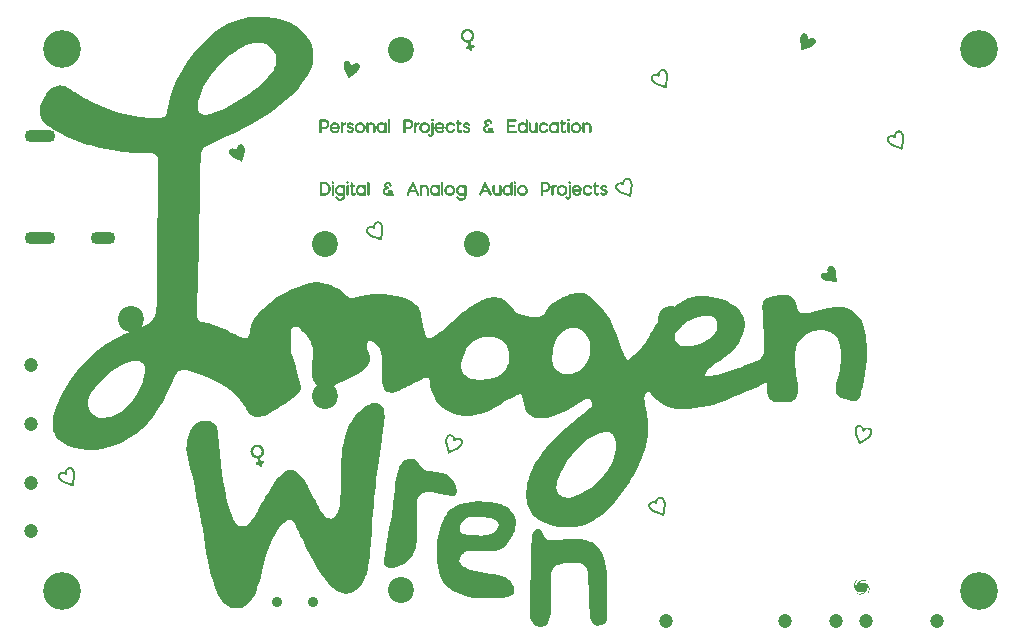
<source format=gbr>
%TF.GenerationSoftware,KiCad,Pcbnew,7.0.1*%
%TF.CreationDate,2023-03-18T00:09:11+00:00*%
%TF.ProjectId,ImogenWren,496d6f67-656e-4577-9265-6e2e6b696361,rev?*%
%TF.SameCoordinates,Original*%
%TF.FileFunction,Soldermask,Top*%
%TF.FilePolarity,Negative*%
%FSLAX46Y46*%
G04 Gerber Fmt 4.6, Leading zero omitted, Abs format (unit mm)*
G04 Created by KiCad (PCBNEW 7.0.1) date 2023-03-18 00:09:11*
%MOMM*%
%LPD*%
G01*
G04 APERTURE LIST*
%ADD10C,0.300000*%
%ADD11C,1.200000*%
%ADD12O,2.100000X1.100000*%
%ADD13O,2.600000X1.100000*%
%ADD14C,2.200000*%
%ADD15C,3.200000*%
%ADD16C,0.900000*%
G04 APERTURE END LIST*
D10*
G36*
X132164646Y-105281339D02*
G01*
X132186343Y-105282591D01*
X132207869Y-105284649D01*
X132229225Y-105287514D01*
X132243311Y-105289802D01*
X132264128Y-105293813D01*
X132284570Y-105298519D01*
X132304637Y-105303919D01*
X132324329Y-105310014D01*
X132343646Y-105316803D01*
X132362588Y-105324287D01*
X132381155Y-105332466D01*
X132399347Y-105341339D01*
X132417164Y-105350908D01*
X132434606Y-105361170D01*
X132446050Y-105368376D01*
X132462828Y-105379721D01*
X132479139Y-105391709D01*
X132494984Y-105404339D01*
X132510363Y-105417613D01*
X132525276Y-105431530D01*
X132539722Y-105446089D01*
X132553702Y-105461292D01*
X132567216Y-105477138D01*
X132580264Y-105493627D01*
X132592846Y-105510758D01*
X132600932Y-105522513D01*
X132612515Y-105540590D01*
X132623441Y-105559202D01*
X132633711Y-105578349D01*
X132643324Y-105598031D01*
X132649368Y-105611449D01*
X132655121Y-105625106D01*
X132660581Y-105639000D01*
X132665750Y-105653131D01*
X132670628Y-105667500D01*
X132675213Y-105682108D01*
X132679507Y-105696952D01*
X132683509Y-105712035D01*
X132687219Y-105727355D01*
X132691364Y-105746592D01*
X132694897Y-105765750D01*
X132697818Y-105784829D01*
X132700127Y-105803829D01*
X132701825Y-105822749D01*
X132702912Y-105841591D01*
X132703386Y-105860353D01*
X132703250Y-105879037D01*
X132702501Y-105897641D01*
X132701141Y-105916166D01*
X132699169Y-105934612D01*
X132696585Y-105952979D01*
X132693390Y-105971267D01*
X132689583Y-105989476D01*
X132685165Y-106007605D01*
X132680135Y-106025656D01*
X132674548Y-106043522D01*
X132668371Y-106061119D01*
X132661602Y-106078447D01*
X132654243Y-106095506D01*
X132646293Y-106112297D01*
X132637752Y-106128818D01*
X132628620Y-106145070D01*
X132618898Y-106161054D01*
X132608584Y-106176768D01*
X132597680Y-106192214D01*
X132586185Y-106207390D01*
X132574099Y-106222298D01*
X132561422Y-106236936D01*
X132548154Y-106251306D01*
X132534296Y-106265406D01*
X132519846Y-106279238D01*
X132512298Y-106285876D01*
X132500236Y-106295855D01*
X132487288Y-106305860D01*
X132475035Y-106314776D01*
X132462642Y-106323700D01*
X132450755Y-106332977D01*
X132439372Y-106342608D01*
X132428493Y-106352593D01*
X132422063Y-106358942D01*
X132411681Y-106370929D01*
X132402833Y-106383633D01*
X132395518Y-106397054D01*
X132391783Y-106406336D01*
X132388661Y-106421125D01*
X132388514Y-106436952D01*
X132390882Y-106451892D01*
X132411815Y-106542564D01*
X132415644Y-106557824D01*
X132420883Y-106575143D01*
X132426627Y-106590509D01*
X132432874Y-106603923D01*
X132441036Y-106617443D01*
X132451476Y-106629663D01*
X132462592Y-106639046D01*
X132475743Y-106647508D01*
X132489371Y-106653556D01*
X132505273Y-106657476D01*
X132520071Y-106658665D01*
X132535383Y-106658420D01*
X132551210Y-106656740D01*
X132567552Y-106653625D01*
X132581696Y-106650738D01*
X132597310Y-106648490D01*
X132612337Y-106647365D01*
X132628541Y-106647441D01*
X132637305Y-106648144D01*
X132652485Y-106651444D01*
X132666901Y-106657359D01*
X132680552Y-106665889D01*
X132682010Y-106666995D01*
X132692887Y-106678379D01*
X132701253Y-106692036D01*
X132707568Y-106706489D01*
X132712228Y-106720470D01*
X132716339Y-106736211D01*
X132719091Y-106750699D01*
X132720590Y-106767636D01*
X132719935Y-106783271D01*
X132716305Y-106800316D01*
X132709571Y-106815486D01*
X132699735Y-106828781D01*
X132687606Y-106840526D01*
X132673666Y-106850838D01*
X132660666Y-106858338D01*
X132646408Y-106864842D01*
X132630892Y-106870352D01*
X132614118Y-106874867D01*
X132598807Y-106878852D01*
X132582418Y-106884363D01*
X132568197Y-106890669D01*
X132554343Y-106899031D01*
X132542121Y-106909913D01*
X132536080Y-106917277D01*
X132527198Y-106931135D01*
X132520874Y-106945771D01*
X132517109Y-106961184D01*
X132515419Y-106975439D01*
X132514764Y-106990113D01*
X132515147Y-107005206D01*
X132516566Y-107020717D01*
X132517924Y-107032345D01*
X132519023Y-107047437D01*
X132519287Y-107063853D01*
X132518521Y-107079674D01*
X132517432Y-107088175D01*
X132513570Y-107102850D01*
X132507262Y-107116722D01*
X132498507Y-107129791D01*
X132492394Y-107136510D01*
X132479772Y-107146045D01*
X132465862Y-107153161D01*
X132451810Y-107158348D01*
X132435791Y-107162694D01*
X132427153Y-107164527D01*
X132411056Y-107166947D01*
X132394265Y-107167675D01*
X132379616Y-107166145D01*
X132363928Y-107160861D01*
X132356557Y-107156594D01*
X132344551Y-107147558D01*
X132334164Y-107136780D01*
X132325398Y-107124260D01*
X132319394Y-107113551D01*
X132312215Y-107098916D01*
X132306344Y-107085090D01*
X132300953Y-107070496D01*
X132295295Y-107055963D01*
X132288621Y-107042323D01*
X132280931Y-107029575D01*
X132272225Y-107017720D01*
X132262326Y-107007010D01*
X132250701Y-106997779D01*
X132237350Y-106990028D01*
X132222272Y-106983756D01*
X132216148Y-106981877D01*
X132200209Y-106979134D01*
X132184706Y-106978611D01*
X132167504Y-106979776D01*
X132151871Y-106982035D01*
X132135059Y-106985467D01*
X132125898Y-106987314D01*
X132110969Y-106989125D01*
X132093614Y-106989206D01*
X132076869Y-106987004D01*
X132060733Y-106982521D01*
X132045208Y-106975755D01*
X132035510Y-106970009D01*
X132022645Y-106959615D01*
X132011800Y-106947089D01*
X132002974Y-106932432D01*
X131997162Y-106918588D01*
X131992752Y-106903265D01*
X131989634Y-106887808D01*
X131987449Y-106870864D01*
X131986964Y-106855668D01*
X131988545Y-106840151D01*
X131993184Y-106825333D01*
X131997358Y-106817361D01*
X132006538Y-106804617D01*
X132017859Y-106793937D01*
X132031323Y-106785320D01*
X132044640Y-106778673D01*
X132058480Y-106772658D01*
X132072841Y-106767274D01*
X132087724Y-106762522D01*
X132102663Y-106757405D01*
X132116920Y-106751364D01*
X132130493Y-106744400D01*
X132143383Y-106736512D01*
X132155226Y-106727245D01*
X132165301Y-106716224D01*
X132173608Y-106703449D01*
X132180148Y-106688920D01*
X132183493Y-106676291D01*
X132185047Y-106661510D01*
X132184808Y-106644579D01*
X132183241Y-106628827D01*
X132180429Y-106611581D01*
X132177283Y-106596710D01*
X132156350Y-106506038D01*
X132152399Y-106492147D01*
X132146204Y-106477679D01*
X132136971Y-106463837D01*
X132125577Y-106453263D01*
X132112024Y-106445959D01*
X132099340Y-106441252D01*
X132083846Y-106436221D01*
X132067603Y-106431686D01*
X132053085Y-106428195D01*
X132038017Y-106425069D01*
X132014690Y-106419947D01*
X131991879Y-106414277D01*
X131969586Y-106408059D01*
X131947809Y-106401292D01*
X131926550Y-106393977D01*
X131905806Y-106386114D01*
X131885580Y-106377703D01*
X131865870Y-106368744D01*
X131846678Y-106359236D01*
X131828001Y-106349181D01*
X131809842Y-106338577D01*
X131792199Y-106327425D01*
X131775074Y-106315725D01*
X131758465Y-106303476D01*
X131742372Y-106290680D01*
X131726797Y-106277335D01*
X131711774Y-106263343D01*
X131697360Y-106248693D01*
X131683555Y-106233386D01*
X131670359Y-106217421D01*
X131657772Y-106200798D01*
X131645794Y-106183518D01*
X131634425Y-106165580D01*
X131623665Y-106146985D01*
X131613514Y-106127732D01*
X131603972Y-106107821D01*
X131595039Y-106087253D01*
X131586715Y-106066027D01*
X131579000Y-106044144D01*
X131571893Y-106021603D01*
X131565396Y-105998404D01*
X131559508Y-105974548D01*
X131557866Y-105967237D01*
X131554864Y-105952658D01*
X131552240Y-105938135D01*
X131549011Y-105916458D01*
X131546632Y-105894909D01*
X131545101Y-105873488D01*
X131544420Y-105852195D01*
X131544549Y-105835815D01*
X131768790Y-105835815D01*
X131769430Y-105853703D01*
X131770853Y-105871623D01*
X131773058Y-105889573D01*
X131776046Y-105907554D01*
X131779817Y-105925566D01*
X131780966Y-105930435D01*
X131784672Y-105944843D01*
X131790216Y-105963585D01*
X131796446Y-105981793D01*
X131803364Y-105999466D01*
X131810969Y-106016604D01*
X131819261Y-106033207D01*
X131828241Y-106049276D01*
X131837908Y-106064811D01*
X131848189Y-106079698D01*
X131859012Y-106093825D01*
X131870376Y-106107194D01*
X131882282Y-106119802D01*
X131894729Y-106131651D01*
X131907717Y-106142741D01*
X131921247Y-106153071D01*
X131935318Y-106162642D01*
X131949851Y-106171360D01*
X131964805Y-106179311D01*
X131980182Y-106186495D01*
X131995981Y-106192911D01*
X132012202Y-106198560D01*
X132028845Y-106203442D01*
X132045910Y-106207557D01*
X132063397Y-106210905D01*
X132076815Y-106212847D01*
X132094947Y-106214609D01*
X132113354Y-106215427D01*
X132132037Y-106215299D01*
X132150995Y-106214227D01*
X132170228Y-106212210D01*
X132184834Y-106210078D01*
X132199594Y-106207414D01*
X132214510Y-106204218D01*
X132219374Y-106203064D01*
X132233707Y-106199298D01*
X132252212Y-106193563D01*
X132270022Y-106187013D01*
X132287140Y-106179648D01*
X132303563Y-106171468D01*
X132319294Y-106162472D01*
X132334331Y-106152661D01*
X132348674Y-106142035D01*
X132362281Y-106130663D01*
X132375151Y-106118791D01*
X132387282Y-106106420D01*
X132398675Y-106093550D01*
X132409330Y-106080180D01*
X132419247Y-106066311D01*
X132428426Y-106051942D01*
X132436866Y-106037074D01*
X132444645Y-106021754D01*
X132451658Y-106006071D01*
X132457905Y-105990023D01*
X132463387Y-105973612D01*
X132468103Y-105956836D01*
X132472054Y-105939697D01*
X132475240Y-105922195D01*
X132477660Y-105904328D01*
X132479367Y-105886150D01*
X132480279Y-105867933D01*
X132480394Y-105849676D01*
X132479712Y-105831380D01*
X132478235Y-105813045D01*
X132475961Y-105794670D01*
X132472890Y-105776255D01*
X132469024Y-105757802D01*
X132467872Y-105752934D01*
X132464138Y-105738549D01*
X132458506Y-105719880D01*
X132452128Y-105701795D01*
X132445003Y-105684293D01*
X132437131Y-105667375D01*
X132428513Y-105651040D01*
X132419149Y-105635289D01*
X132409038Y-105620122D01*
X132398277Y-105605527D01*
X132387007Y-105591674D01*
X132375226Y-105578560D01*
X132362934Y-105566188D01*
X132350132Y-105554556D01*
X132336819Y-105543664D01*
X132322995Y-105533513D01*
X132308662Y-105524103D01*
X132293922Y-105515351D01*
X132278742Y-105507393D01*
X132263124Y-105500230D01*
X132247066Y-105493862D01*
X132230568Y-105488288D01*
X132213632Y-105483509D01*
X132196256Y-105479524D01*
X132178441Y-105476335D01*
X132169433Y-105474999D01*
X132151270Y-105473024D01*
X132132909Y-105471975D01*
X132114351Y-105471854D01*
X132095596Y-105472659D01*
X132076644Y-105474390D01*
X132057494Y-105477049D01*
X132043002Y-105479651D01*
X132028399Y-105482775D01*
X132009722Y-105487580D01*
X131991707Y-105493220D01*
X131974354Y-105499693D01*
X131957664Y-105507001D01*
X131941637Y-105515143D01*
X131926272Y-105524119D01*
X131911570Y-105533928D01*
X131897530Y-105544572D01*
X131884253Y-105555798D01*
X131871702Y-105567573D01*
X131859878Y-105579896D01*
X131848779Y-105592769D01*
X131838406Y-105606191D01*
X131828760Y-105620163D01*
X131819839Y-105634683D01*
X131811645Y-105649753D01*
X131804166Y-105665250D01*
X131797392Y-105681055D01*
X131791324Y-105697167D01*
X131785962Y-105713586D01*
X131781304Y-105730312D01*
X131777353Y-105747346D01*
X131774106Y-105764686D01*
X131771565Y-105782334D01*
X131769857Y-105800130D01*
X131768932Y-105817957D01*
X131768790Y-105835815D01*
X131544549Y-105835815D01*
X131544587Y-105831029D01*
X131545604Y-105809991D01*
X131547469Y-105789081D01*
X131550184Y-105768299D01*
X131553748Y-105747645D01*
X131556544Y-105733947D01*
X131561292Y-105713673D01*
X131566704Y-105693729D01*
X131572780Y-105674114D01*
X131579521Y-105654828D01*
X131586926Y-105635872D01*
X131594995Y-105617244D01*
X131603728Y-105598945D01*
X131613125Y-105580976D01*
X131623187Y-105563336D01*
X131633913Y-105546025D01*
X131641415Y-105534699D01*
X131653155Y-105518104D01*
X131665481Y-105501983D01*
X131678392Y-105486334D01*
X131691887Y-105471158D01*
X131705968Y-105456456D01*
X131720634Y-105442226D01*
X131735885Y-105428469D01*
X131751721Y-105415185D01*
X131768142Y-105402375D01*
X131785149Y-105390037D01*
X131802635Y-105378205D01*
X131820528Y-105367046D01*
X131838828Y-105356560D01*
X131857534Y-105346747D01*
X131876646Y-105337607D01*
X131896165Y-105329139D01*
X131916091Y-105321344D01*
X131936423Y-105314222D01*
X131957161Y-105307773D01*
X131978306Y-105301997D01*
X131992629Y-105298520D01*
X132007985Y-105295145D01*
X132023266Y-105292129D01*
X132038471Y-105289470D01*
X132053600Y-105287170D01*
X132068653Y-105285228D01*
X132083630Y-105283645D01*
X132098531Y-105282419D01*
X132113356Y-105281552D01*
X132128105Y-105281043D01*
X132142779Y-105280893D01*
X132164646Y-105281339D01*
G37*
G36*
X149964646Y-70081339D02*
G01*
X149986343Y-70082591D01*
X150007869Y-70084649D01*
X150029225Y-70087514D01*
X150043311Y-70089802D01*
X150064128Y-70093813D01*
X150084570Y-70098519D01*
X150104637Y-70103919D01*
X150124329Y-70110014D01*
X150143646Y-70116803D01*
X150162588Y-70124287D01*
X150181155Y-70132466D01*
X150199347Y-70141339D01*
X150217164Y-70150908D01*
X150234606Y-70161170D01*
X150246050Y-70168376D01*
X150262828Y-70179721D01*
X150279139Y-70191709D01*
X150294984Y-70204339D01*
X150310363Y-70217613D01*
X150325276Y-70231530D01*
X150339722Y-70246089D01*
X150353702Y-70261292D01*
X150367216Y-70277138D01*
X150380264Y-70293627D01*
X150392846Y-70310758D01*
X150400932Y-70322513D01*
X150412515Y-70340590D01*
X150423441Y-70359202D01*
X150433711Y-70378349D01*
X150443324Y-70398031D01*
X150449368Y-70411449D01*
X150455121Y-70425106D01*
X150460581Y-70439000D01*
X150465750Y-70453131D01*
X150470628Y-70467500D01*
X150475213Y-70482108D01*
X150479507Y-70496952D01*
X150483509Y-70512035D01*
X150487219Y-70527355D01*
X150491364Y-70546592D01*
X150494897Y-70565750D01*
X150497818Y-70584829D01*
X150500127Y-70603829D01*
X150501825Y-70622749D01*
X150502912Y-70641591D01*
X150503386Y-70660353D01*
X150503250Y-70679037D01*
X150502501Y-70697641D01*
X150501141Y-70716166D01*
X150499169Y-70734612D01*
X150496585Y-70752979D01*
X150493390Y-70771267D01*
X150489583Y-70789476D01*
X150485165Y-70807605D01*
X150480135Y-70825656D01*
X150474548Y-70843522D01*
X150468371Y-70861119D01*
X150461602Y-70878447D01*
X150454243Y-70895506D01*
X150446293Y-70912297D01*
X150437752Y-70928818D01*
X150428620Y-70945070D01*
X150418898Y-70961054D01*
X150408584Y-70976768D01*
X150397680Y-70992214D01*
X150386185Y-71007390D01*
X150374099Y-71022298D01*
X150361422Y-71036936D01*
X150348154Y-71051306D01*
X150334296Y-71065406D01*
X150319846Y-71079238D01*
X150312298Y-71085876D01*
X150300236Y-71095855D01*
X150287288Y-71105860D01*
X150275035Y-71114776D01*
X150262642Y-71123700D01*
X150250755Y-71132977D01*
X150239372Y-71142608D01*
X150228493Y-71152593D01*
X150222063Y-71158942D01*
X150211681Y-71170929D01*
X150202833Y-71183633D01*
X150195518Y-71197054D01*
X150191783Y-71206336D01*
X150188661Y-71221125D01*
X150188514Y-71236952D01*
X150190882Y-71251892D01*
X150211815Y-71342564D01*
X150215644Y-71357824D01*
X150220883Y-71375143D01*
X150226627Y-71390509D01*
X150232874Y-71403923D01*
X150241036Y-71417443D01*
X150251476Y-71429663D01*
X150262592Y-71439046D01*
X150275743Y-71447508D01*
X150289371Y-71453556D01*
X150305273Y-71457476D01*
X150320071Y-71458665D01*
X150335383Y-71458420D01*
X150351210Y-71456740D01*
X150367552Y-71453625D01*
X150381696Y-71450738D01*
X150397310Y-71448490D01*
X150412337Y-71447365D01*
X150428541Y-71447441D01*
X150437305Y-71448144D01*
X150452485Y-71451444D01*
X150466901Y-71457359D01*
X150480552Y-71465889D01*
X150482010Y-71466995D01*
X150492887Y-71478379D01*
X150501253Y-71492036D01*
X150507568Y-71506489D01*
X150512228Y-71520470D01*
X150516339Y-71536211D01*
X150519091Y-71550699D01*
X150520590Y-71567636D01*
X150519935Y-71583271D01*
X150516305Y-71600316D01*
X150509571Y-71615486D01*
X150499735Y-71628781D01*
X150487606Y-71640526D01*
X150473666Y-71650838D01*
X150460666Y-71658338D01*
X150446408Y-71664842D01*
X150430892Y-71670352D01*
X150414118Y-71674867D01*
X150398807Y-71678852D01*
X150382418Y-71684363D01*
X150368197Y-71690669D01*
X150354343Y-71699031D01*
X150342121Y-71709913D01*
X150336080Y-71717277D01*
X150327198Y-71731135D01*
X150320874Y-71745771D01*
X150317109Y-71761184D01*
X150315419Y-71775439D01*
X150314764Y-71790113D01*
X150315147Y-71805206D01*
X150316566Y-71820717D01*
X150317924Y-71832345D01*
X150319023Y-71847437D01*
X150319287Y-71863853D01*
X150318521Y-71879674D01*
X150317432Y-71888175D01*
X150313570Y-71902850D01*
X150307262Y-71916722D01*
X150298507Y-71929791D01*
X150292394Y-71936510D01*
X150279772Y-71946045D01*
X150265862Y-71953161D01*
X150251810Y-71958348D01*
X150235791Y-71962694D01*
X150227153Y-71964527D01*
X150211056Y-71966947D01*
X150194265Y-71967675D01*
X150179616Y-71966145D01*
X150163928Y-71960861D01*
X150156557Y-71956594D01*
X150144551Y-71947558D01*
X150134164Y-71936780D01*
X150125398Y-71924260D01*
X150119394Y-71913551D01*
X150112215Y-71898916D01*
X150106344Y-71885090D01*
X150100953Y-71870496D01*
X150095295Y-71855963D01*
X150088621Y-71842323D01*
X150080931Y-71829575D01*
X150072225Y-71817720D01*
X150062326Y-71807010D01*
X150050701Y-71797779D01*
X150037350Y-71790028D01*
X150022272Y-71783756D01*
X150016148Y-71781877D01*
X150000209Y-71779134D01*
X149984706Y-71778611D01*
X149967504Y-71779776D01*
X149951871Y-71782035D01*
X149935059Y-71785467D01*
X149925898Y-71787314D01*
X149910969Y-71789125D01*
X149893614Y-71789206D01*
X149876869Y-71787004D01*
X149860733Y-71782521D01*
X149845208Y-71775755D01*
X149835510Y-71770009D01*
X149822645Y-71759615D01*
X149811800Y-71747089D01*
X149802974Y-71732432D01*
X149797162Y-71718588D01*
X149792752Y-71703265D01*
X149789634Y-71687808D01*
X149787449Y-71670864D01*
X149786964Y-71655668D01*
X149788545Y-71640151D01*
X149793184Y-71625333D01*
X149797358Y-71617361D01*
X149806538Y-71604617D01*
X149817859Y-71593937D01*
X149831323Y-71585320D01*
X149844640Y-71578673D01*
X149858480Y-71572658D01*
X149872841Y-71567274D01*
X149887724Y-71562522D01*
X149902663Y-71557405D01*
X149916920Y-71551364D01*
X149930493Y-71544400D01*
X149943383Y-71536512D01*
X149955226Y-71527245D01*
X149965301Y-71516224D01*
X149973608Y-71503449D01*
X149980148Y-71488920D01*
X149983493Y-71476291D01*
X149985047Y-71461510D01*
X149984808Y-71444579D01*
X149983241Y-71428827D01*
X149980429Y-71411581D01*
X149977283Y-71396710D01*
X149956350Y-71306038D01*
X149952399Y-71292147D01*
X149946204Y-71277679D01*
X149936971Y-71263837D01*
X149925577Y-71253263D01*
X149912024Y-71245959D01*
X149899340Y-71241252D01*
X149883846Y-71236221D01*
X149867603Y-71231686D01*
X149853085Y-71228195D01*
X149838017Y-71225069D01*
X149814690Y-71219947D01*
X149791879Y-71214277D01*
X149769586Y-71208059D01*
X149747809Y-71201292D01*
X149726550Y-71193977D01*
X149705806Y-71186114D01*
X149685580Y-71177703D01*
X149665870Y-71168744D01*
X149646678Y-71159236D01*
X149628001Y-71149181D01*
X149609842Y-71138577D01*
X149592199Y-71127425D01*
X149575074Y-71115725D01*
X149558465Y-71103476D01*
X149542372Y-71090680D01*
X149526797Y-71077335D01*
X149511774Y-71063343D01*
X149497360Y-71048693D01*
X149483555Y-71033386D01*
X149470359Y-71017421D01*
X149457772Y-71000798D01*
X149445794Y-70983518D01*
X149434425Y-70965580D01*
X149423665Y-70946985D01*
X149413514Y-70927732D01*
X149403972Y-70907821D01*
X149395039Y-70887253D01*
X149386715Y-70866027D01*
X149379000Y-70844144D01*
X149371893Y-70821603D01*
X149365396Y-70798404D01*
X149359508Y-70774548D01*
X149357866Y-70767237D01*
X149354864Y-70752658D01*
X149352240Y-70738135D01*
X149349011Y-70716458D01*
X149346632Y-70694909D01*
X149345101Y-70673488D01*
X149344420Y-70652195D01*
X149344549Y-70635815D01*
X149568790Y-70635815D01*
X149569430Y-70653703D01*
X149570853Y-70671623D01*
X149573058Y-70689573D01*
X149576046Y-70707554D01*
X149579817Y-70725566D01*
X149580966Y-70730435D01*
X149584672Y-70744843D01*
X149590216Y-70763585D01*
X149596446Y-70781793D01*
X149603364Y-70799466D01*
X149610969Y-70816604D01*
X149619261Y-70833207D01*
X149628241Y-70849276D01*
X149637908Y-70864811D01*
X149648189Y-70879698D01*
X149659012Y-70893825D01*
X149670376Y-70907194D01*
X149682282Y-70919802D01*
X149694729Y-70931651D01*
X149707717Y-70942741D01*
X149721247Y-70953071D01*
X149735318Y-70962642D01*
X149749851Y-70971360D01*
X149764805Y-70979311D01*
X149780182Y-70986495D01*
X149795981Y-70992911D01*
X149812202Y-70998560D01*
X149828845Y-71003442D01*
X149845910Y-71007557D01*
X149863397Y-71010905D01*
X149876815Y-71012847D01*
X149894947Y-71014609D01*
X149913354Y-71015427D01*
X149932037Y-71015299D01*
X149950995Y-71014227D01*
X149970228Y-71012210D01*
X149984834Y-71010078D01*
X149999594Y-71007414D01*
X150014510Y-71004218D01*
X150019374Y-71003064D01*
X150033707Y-70999298D01*
X150052212Y-70993563D01*
X150070022Y-70987013D01*
X150087140Y-70979648D01*
X150103563Y-70971468D01*
X150119294Y-70962472D01*
X150134331Y-70952661D01*
X150148674Y-70942035D01*
X150162281Y-70930663D01*
X150175151Y-70918791D01*
X150187282Y-70906420D01*
X150198675Y-70893550D01*
X150209330Y-70880180D01*
X150219247Y-70866311D01*
X150228426Y-70851942D01*
X150236866Y-70837074D01*
X150244645Y-70821754D01*
X150251658Y-70806071D01*
X150257905Y-70790023D01*
X150263387Y-70773612D01*
X150268103Y-70756836D01*
X150272054Y-70739697D01*
X150275240Y-70722195D01*
X150277660Y-70704328D01*
X150279367Y-70686150D01*
X150280279Y-70667933D01*
X150280394Y-70649676D01*
X150279712Y-70631380D01*
X150278235Y-70613045D01*
X150275961Y-70594670D01*
X150272890Y-70576255D01*
X150269024Y-70557802D01*
X150267872Y-70552934D01*
X150264138Y-70538549D01*
X150258506Y-70519880D01*
X150252128Y-70501795D01*
X150245003Y-70484293D01*
X150237131Y-70467375D01*
X150228513Y-70451040D01*
X150219149Y-70435289D01*
X150209038Y-70420122D01*
X150198277Y-70405527D01*
X150187007Y-70391674D01*
X150175226Y-70378560D01*
X150162934Y-70366188D01*
X150150132Y-70354556D01*
X150136819Y-70343664D01*
X150122995Y-70333513D01*
X150108662Y-70324103D01*
X150093922Y-70315351D01*
X150078742Y-70307393D01*
X150063124Y-70300230D01*
X150047066Y-70293862D01*
X150030568Y-70288288D01*
X150013632Y-70283509D01*
X149996256Y-70279524D01*
X149978441Y-70276335D01*
X149969433Y-70274999D01*
X149951270Y-70273024D01*
X149932909Y-70271975D01*
X149914351Y-70271854D01*
X149895596Y-70272659D01*
X149876644Y-70274390D01*
X149857494Y-70277049D01*
X149843002Y-70279651D01*
X149828399Y-70282775D01*
X149809722Y-70287580D01*
X149791707Y-70293220D01*
X149774354Y-70299693D01*
X149757664Y-70307001D01*
X149741637Y-70315143D01*
X149726272Y-70324119D01*
X149711570Y-70333928D01*
X149697530Y-70344572D01*
X149684253Y-70355798D01*
X149671702Y-70367573D01*
X149659878Y-70379896D01*
X149648779Y-70392769D01*
X149638406Y-70406191D01*
X149628760Y-70420163D01*
X149619839Y-70434683D01*
X149611645Y-70449753D01*
X149604166Y-70465250D01*
X149597392Y-70481055D01*
X149591324Y-70497167D01*
X149585962Y-70513586D01*
X149581304Y-70530312D01*
X149577353Y-70547346D01*
X149574106Y-70564686D01*
X149571565Y-70582334D01*
X149569857Y-70600130D01*
X149568932Y-70617957D01*
X149568790Y-70635815D01*
X149344549Y-70635815D01*
X149344587Y-70631029D01*
X149345604Y-70609991D01*
X149347469Y-70589081D01*
X149350184Y-70568299D01*
X149353748Y-70547645D01*
X149356544Y-70533947D01*
X149361292Y-70513673D01*
X149366704Y-70493729D01*
X149372780Y-70474114D01*
X149379521Y-70454828D01*
X149386926Y-70435872D01*
X149394995Y-70417244D01*
X149403728Y-70398945D01*
X149413125Y-70380976D01*
X149423187Y-70363336D01*
X149433913Y-70346025D01*
X149441415Y-70334699D01*
X149453155Y-70318104D01*
X149465481Y-70301983D01*
X149478392Y-70286334D01*
X149491887Y-70271158D01*
X149505968Y-70256456D01*
X149520634Y-70242226D01*
X149535885Y-70228469D01*
X149551721Y-70215185D01*
X149568142Y-70202375D01*
X149585149Y-70190037D01*
X149602635Y-70178205D01*
X149620528Y-70167046D01*
X149638828Y-70156560D01*
X149657534Y-70146747D01*
X149676646Y-70137607D01*
X149696165Y-70129139D01*
X149716091Y-70121344D01*
X149736423Y-70114222D01*
X149757161Y-70107773D01*
X149778306Y-70101997D01*
X149792629Y-70098520D01*
X149807985Y-70095145D01*
X149823266Y-70092129D01*
X149838471Y-70089470D01*
X149853600Y-70087170D01*
X149868653Y-70085228D01*
X149883630Y-70083645D01*
X149898531Y-70082419D01*
X149913356Y-70081552D01*
X149928105Y-70081043D01*
X149942779Y-70080893D01*
X149964646Y-70081339D01*
G37*
G36*
X140784807Y-73317026D02*
G01*
X140787649Y-73302554D01*
X140790518Y-73284583D01*
X140792628Y-73266743D01*
X140793978Y-73249034D01*
X140794568Y-73231456D01*
X140794399Y-73214009D01*
X140793934Y-73203604D01*
X140792524Y-73186446D01*
X140790255Y-73169801D01*
X140787128Y-73153668D01*
X140783142Y-73138047D01*
X140778298Y-73122939D01*
X140772594Y-73108343D01*
X140770072Y-73102648D01*
X140763104Y-73088721D01*
X140755103Y-73075435D01*
X140746070Y-73062789D01*
X140736004Y-73050783D01*
X140724907Y-73039417D01*
X140712777Y-73028691D01*
X140707636Y-73024580D01*
X140694166Y-73014811D01*
X140679600Y-73005979D01*
X140663938Y-72998086D01*
X140647181Y-72991129D01*
X140632987Y-72986240D01*
X140618092Y-72981950D01*
X140602495Y-72978260D01*
X140587550Y-72975255D01*
X140572951Y-72972665D01*
X140554024Y-72969859D01*
X140535712Y-72967793D01*
X140518016Y-72966466D01*
X140500935Y-72965879D01*
X140484469Y-72966031D01*
X140468619Y-72966922D01*
X140460925Y-72967645D01*
X140446017Y-72969498D01*
X140428052Y-72972384D01*
X140410829Y-72975903D01*
X140394350Y-72980056D01*
X140378614Y-72984842D01*
X140363621Y-72990262D01*
X140354982Y-72993818D01*
X140341216Y-73000023D01*
X140327997Y-73006582D01*
X140312855Y-73014921D01*
X140298500Y-73023769D01*
X140284932Y-73033126D01*
X140276324Y-73039648D01*
X140264068Y-73049399D01*
X140252275Y-73058958D01*
X140240943Y-73068326D01*
X140228307Y-73079013D01*
X140216300Y-73089439D01*
X140204783Y-73099161D01*
X140191970Y-73109248D01*
X140179530Y-73118244D01*
X140165979Y-73127060D01*
X140152584Y-73133628D01*
X140137039Y-73137171D01*
X140120798Y-73136762D01*
X140115790Y-73135869D01*
X140100513Y-73131081D01*
X140087336Y-73123658D01*
X140076260Y-73113601D01*
X140071014Y-73106875D01*
X140062394Y-73093346D01*
X140054795Y-73080091D01*
X140047254Y-73065677D01*
X140040704Y-73052115D01*
X140034201Y-73037754D01*
X140027367Y-73022929D01*
X140020202Y-73007638D01*
X140013796Y-72994163D01*
X140008272Y-72982672D01*
X140001094Y-72968676D01*
X139992965Y-72954821D01*
X139983885Y-72941106D01*
X139973853Y-72927531D01*
X139962869Y-72914095D01*
X139958996Y-72909648D01*
X139948729Y-72898574D01*
X139937508Y-72887773D01*
X139925333Y-72877244D01*
X139912204Y-72866988D01*
X139898120Y-72857004D01*
X139883083Y-72847294D01*
X139876801Y-72843486D01*
X139863703Y-72836137D01*
X139849663Y-72829196D01*
X139834683Y-72822665D01*
X139818761Y-72816541D01*
X139801898Y-72810827D01*
X139784093Y-72805521D01*
X139765347Y-72800623D01*
X139750670Y-72797218D01*
X139745660Y-72796134D01*
X139730850Y-72793343D01*
X139712764Y-72790949D01*
X139695150Y-72789771D01*
X139678009Y-72789809D01*
X139661341Y-72791063D01*
X139645146Y-72793534D01*
X139635657Y-72795600D01*
X139620430Y-72799788D01*
X139605827Y-72804914D01*
X139591848Y-72810978D01*
X139578492Y-72817978D01*
X139565761Y-72825916D01*
X139553653Y-72834791D01*
X139548984Y-72838603D01*
X139537848Y-72848621D01*
X139527260Y-72859414D01*
X139517221Y-72870982D01*
X139507730Y-72883324D01*
X139498787Y-72896442D01*
X139490393Y-72910335D01*
X139487190Y-72916109D01*
X139479744Y-72930834D01*
X139472934Y-72946006D01*
X139466762Y-72961623D01*
X139461226Y-72977687D01*
X139456326Y-72994197D01*
X139452064Y-73011154D01*
X139450537Y-73018061D01*
X139447598Y-73032479D01*
X139443703Y-73053912D01*
X139440423Y-73075114D01*
X139437759Y-73096084D01*
X139435710Y-73116824D01*
X139434276Y-73137332D01*
X139433458Y-73157608D01*
X139433255Y-73177654D01*
X139433667Y-73197468D01*
X139434695Y-73217050D01*
X139436338Y-73236402D01*
X139438544Y-73255606D01*
X139441125Y-73274719D01*
X139444080Y-73293740D01*
X139447411Y-73312670D01*
X139451116Y-73331509D01*
X139455197Y-73350255D01*
X139459652Y-73368911D01*
X139464482Y-73387475D01*
X139469688Y-73405947D01*
X139475268Y-73424328D01*
X139479197Y-73436532D01*
X139485368Y-73454706D01*
X139491816Y-73472814D01*
X139498541Y-73490855D01*
X139505544Y-73508831D01*
X139512825Y-73526740D01*
X139520383Y-73544584D01*
X139528218Y-73562361D01*
X139536331Y-73580072D01*
X139544721Y-73597717D01*
X139553388Y-73615296D01*
X139559321Y-73626979D01*
X139568418Y-73644529D01*
X139577592Y-73662149D01*
X139586844Y-73679838D01*
X139596174Y-73697596D01*
X139605581Y-73715423D01*
X139615065Y-73733319D01*
X139624627Y-73751285D01*
X139634267Y-73769319D01*
X139643984Y-73787423D01*
X139653778Y-73805596D01*
X139660351Y-73817749D01*
X139668323Y-73833169D01*
X139676336Y-73848519D01*
X139684391Y-73863798D01*
X139692487Y-73879007D01*
X139700624Y-73894146D01*
X139703345Y-73899176D01*
X139711405Y-73914351D01*
X139719239Y-73929715D01*
X139726849Y-73945269D01*
X139734235Y-73961011D01*
X139741396Y-73976943D01*
X139743733Y-73982296D01*
X139749712Y-73997033D01*
X139755397Y-74011257D01*
X139761486Y-74026590D01*
X139766472Y-74039192D01*
X139772914Y-74055160D01*
X139779580Y-74071439D01*
X139785306Y-74085242D01*
X139791187Y-74099261D01*
X139797223Y-74113496D01*
X139803415Y-74127947D01*
X139809763Y-74142168D01*
X139815998Y-74155889D01*
X139823331Y-74171695D01*
X139830500Y-74186782D01*
X139837506Y-74201149D01*
X139842086Y-74210327D01*
X139849563Y-74224468D01*
X139857779Y-74237821D01*
X139868505Y-74248154D01*
X139883836Y-74247627D01*
X139898344Y-74242231D01*
X139904978Y-74238677D01*
X139918858Y-74230128D01*
X139931425Y-74221198D01*
X139944063Y-74211099D01*
X139949703Y-74206235D01*
X139960781Y-74196299D01*
X139972727Y-74185180D01*
X139984127Y-74174123D01*
X139991423Y-74166786D01*
X140001909Y-74156419D01*
X140013310Y-74145863D01*
X140023973Y-74136998D01*
X140038092Y-74124345D01*
X140052371Y-74111877D01*
X140066809Y-74099595D01*
X140081406Y-74087499D01*
X140096163Y-74075590D01*
X140111080Y-74063866D01*
X140126156Y-74052329D01*
X140141391Y-74040977D01*
X140156784Y-74029682D01*
X140172295Y-74018495D01*
X140187923Y-74007414D01*
X140203669Y-73996440D01*
X140219533Y-73985574D01*
X140235514Y-73974814D01*
X140251614Y-73964161D01*
X140267830Y-73953615D01*
X140284804Y-73941843D01*
X140301652Y-73930044D01*
X140318373Y-73918219D01*
X140334969Y-73906366D01*
X140351439Y-73894487D01*
X140367782Y-73882581D01*
X140384000Y-73870648D01*
X140400092Y-73858689D01*
X140416057Y-73846702D01*
X140431897Y-73834689D01*
X140442387Y-73826666D01*
X140458003Y-73814539D01*
X140473330Y-73802220D01*
X140488370Y-73789707D01*
X140503121Y-73777002D01*
X140517584Y-73764104D01*
X140531759Y-73751013D01*
X140545646Y-73737729D01*
X140559244Y-73724252D01*
X140572555Y-73710582D01*
X140585577Y-73696719D01*
X140594098Y-73687369D01*
X140606621Y-73673151D01*
X140618817Y-73658673D01*
X140630687Y-73643934D01*
X140642230Y-73628935D01*
X140653446Y-73613675D01*
X140664336Y-73598155D01*
X140674900Y-73582375D01*
X140685137Y-73566335D01*
X140695047Y-73550034D01*
X140704631Y-73533473D01*
X140710839Y-73522287D01*
X140719890Y-73505212D01*
X140728504Y-73487689D01*
X140736679Y-73469716D01*
X140744416Y-73451296D01*
X140751716Y-73432426D01*
X140758577Y-73413108D01*
X140765001Y-73393342D01*
X140770987Y-73373126D01*
X140776534Y-73352462D01*
X140781644Y-73331350D01*
X140784807Y-73317026D01*
G37*
G36*
X142381422Y-86364844D02*
G01*
X142399229Y-86366691D01*
X142416766Y-86369598D01*
X142434034Y-86373563D01*
X142451032Y-86378589D01*
X142455239Y-86380009D01*
X142471892Y-86386313D01*
X142488265Y-86393615D01*
X142504357Y-86401917D01*
X142520169Y-86411217D01*
X142535700Y-86421516D01*
X142550951Y-86432814D01*
X142565921Y-86445110D01*
X142576965Y-86454988D01*
X142584247Y-86461786D01*
X142595012Y-86472317D01*
X142605586Y-86483248D01*
X142615969Y-86494578D01*
X142626163Y-86506309D01*
X142636165Y-86518440D01*
X142645977Y-86530971D01*
X142655599Y-86543901D01*
X142665030Y-86557232D01*
X142674271Y-86570963D01*
X142683321Y-86585094D01*
X142694724Y-86603919D01*
X142705541Y-86622955D01*
X142715772Y-86642203D01*
X142725415Y-86661662D01*
X142734472Y-86681333D01*
X142742941Y-86701215D01*
X142750824Y-86721309D01*
X142758121Y-86741614D01*
X142764830Y-86762130D01*
X142770953Y-86782858D01*
X142776489Y-86803797D01*
X142781438Y-86824947D01*
X142785800Y-86846309D01*
X142789576Y-86867883D01*
X142792764Y-86889668D01*
X142795366Y-86911664D01*
X142797441Y-86933704D01*
X142799096Y-86955700D01*
X142800331Y-86977651D01*
X142801147Y-86999557D01*
X142801543Y-87021417D01*
X142801520Y-87043233D01*
X142801077Y-87065004D01*
X142800214Y-87086730D01*
X142798932Y-87108411D01*
X142797230Y-87130048D01*
X142795109Y-87151639D01*
X142792568Y-87173185D01*
X142789607Y-87194686D01*
X142786227Y-87216143D01*
X142782427Y-87237554D01*
X142778208Y-87258921D01*
X142775475Y-87272406D01*
X142771433Y-87292616D01*
X142767463Y-87312805D01*
X142763562Y-87332973D01*
X142759732Y-87353119D01*
X142755972Y-87373245D01*
X142752282Y-87393349D01*
X142748663Y-87413433D01*
X142745114Y-87433495D01*
X142741635Y-87453536D01*
X142738227Y-87473555D01*
X142735992Y-87486868D01*
X142732780Y-87506881D01*
X142729739Y-87526947D01*
X142726868Y-87547067D01*
X142724166Y-87567240D01*
X142721635Y-87587466D01*
X142719273Y-87607745D01*
X142717082Y-87628078D01*
X142715060Y-87648464D01*
X142713209Y-87668903D01*
X142711527Y-87689395D01*
X142711196Y-87692483D01*
X142709669Y-87708196D01*
X142708265Y-87724659D01*
X142707000Y-87740992D01*
X142705890Y-87756423D01*
X142705479Y-87761753D01*
X142704097Y-87777794D01*
X142702491Y-87793915D01*
X142700660Y-87810114D01*
X142698606Y-87826393D01*
X142696329Y-87842751D01*
X142695521Y-87848133D01*
X142692797Y-87864020D01*
X142689620Y-87879523D01*
X142685990Y-87894640D01*
X142681907Y-87909372D01*
X142677370Y-87923719D01*
X142672405Y-87936952D01*
X142664795Y-87951954D01*
X142654883Y-87965221D01*
X142643540Y-87974667D01*
X142637874Y-87977771D01*
X142622724Y-87982823D01*
X142607588Y-87984712D01*
X142590467Y-87984349D01*
X142574683Y-87982325D01*
X142557521Y-87978737D01*
X142543198Y-87975118D01*
X142528692Y-87971101D01*
X142514005Y-87966684D01*
X142499135Y-87961867D01*
X142484083Y-87956652D01*
X142468850Y-87951037D01*
X142453434Y-87945023D01*
X142437837Y-87938609D01*
X142422279Y-87931914D01*
X142406829Y-87925153D01*
X142391485Y-87918324D01*
X142376248Y-87911429D01*
X142361118Y-87904467D01*
X142346094Y-87897439D01*
X142331178Y-87890343D01*
X142316368Y-87883181D01*
X142302057Y-87876234D01*
X142285420Y-87868248D01*
X142270176Y-87861038D01*
X142256323Y-87854603D01*
X142241537Y-87847905D01*
X142226819Y-87841503D01*
X142220306Y-87839056D01*
X142203995Y-87833102D01*
X142187643Y-87827386D01*
X142171248Y-87821907D01*
X142154812Y-87816665D01*
X142138334Y-87811660D01*
X142121814Y-87806892D01*
X142115167Y-87804992D01*
X142098500Y-87800230D01*
X142081758Y-87795451D01*
X142064942Y-87790655D01*
X142048052Y-87785841D01*
X142031089Y-87781011D01*
X142014051Y-87776164D01*
X142003233Y-87773245D01*
X141986959Y-87768651D01*
X141970628Y-87763796D01*
X141954240Y-87758679D01*
X141937796Y-87753303D01*
X141921295Y-87747665D01*
X141904738Y-87741767D01*
X141888124Y-87735607D01*
X141871453Y-87729187D01*
X141854726Y-87722507D01*
X141837942Y-87715565D01*
X141826779Y-87710740D01*
X141810150Y-87703321D01*
X141793660Y-87695687D01*
X141777309Y-87687838D01*
X141761096Y-87679773D01*
X141745022Y-87671492D01*
X141729086Y-87662995D01*
X141713289Y-87654282D01*
X141697630Y-87645354D01*
X141682110Y-87636211D01*
X141666729Y-87626851D01*
X141656583Y-87620420D01*
X141641541Y-87610561D01*
X141626712Y-87600447D01*
X141612097Y-87590079D01*
X141597694Y-87579456D01*
X141583504Y-87568578D01*
X141569528Y-87557446D01*
X141555764Y-87546060D01*
X141542213Y-87534418D01*
X141528876Y-87522523D01*
X141515751Y-87510372D01*
X141507152Y-87502137D01*
X141494555Y-87489596D01*
X141482318Y-87476830D01*
X141470441Y-87463839D01*
X141458925Y-87450623D01*
X141447769Y-87437182D01*
X141436974Y-87423515D01*
X141426539Y-87409623D01*
X141416464Y-87395506D01*
X141406750Y-87381163D01*
X141397397Y-87366595D01*
X141387695Y-87350389D01*
X141378684Y-87333927D01*
X141370364Y-87317208D01*
X141362734Y-87300234D01*
X141355794Y-87283003D01*
X141349545Y-87265517D01*
X141343987Y-87247774D01*
X141339119Y-87229776D01*
X141335042Y-87211574D01*
X141331797Y-87193472D01*
X141329385Y-87175472D01*
X141327806Y-87157572D01*
X141327059Y-87139773D01*
X141327132Y-87124528D01*
X141498004Y-87124528D01*
X141498431Y-87140450D01*
X141499855Y-87156365D01*
X141502276Y-87172271D01*
X141505695Y-87188169D01*
X141510111Y-87204059D01*
X141515524Y-87219941D01*
X141521935Y-87235814D01*
X141529343Y-87251680D01*
X141537748Y-87267538D01*
X141547151Y-87283387D01*
X141552830Y-87292289D01*
X141561622Y-87305382D01*
X141570744Y-87318163D01*
X141580195Y-87330632D01*
X141589975Y-87342790D01*
X141600084Y-87354635D01*
X141610522Y-87366168D01*
X141621289Y-87377390D01*
X141632385Y-87388299D01*
X141643811Y-87398897D01*
X141655565Y-87409182D01*
X141663552Y-87415886D01*
X141675689Y-87425755D01*
X141688014Y-87435401D01*
X141700525Y-87444824D01*
X141713223Y-87454024D01*
X141726108Y-87463000D01*
X141739181Y-87471753D01*
X141752440Y-87480283D01*
X141765887Y-87488590D01*
X141779520Y-87496674D01*
X141793341Y-87504534D01*
X141802653Y-87509596D01*
X141816704Y-87517037D01*
X141830853Y-87524295D01*
X141845101Y-87531370D01*
X141859446Y-87538261D01*
X141873890Y-87544970D01*
X141888433Y-87551496D01*
X141903073Y-87557840D01*
X141917812Y-87564000D01*
X141932649Y-87569977D01*
X141947585Y-87575771D01*
X141957544Y-87579499D01*
X141972458Y-87584962D01*
X141987343Y-87590267D01*
X142002198Y-87595417D01*
X142017024Y-87600410D01*
X142031821Y-87605247D01*
X142046589Y-87609928D01*
X142061327Y-87614452D01*
X142076035Y-87618820D01*
X142090715Y-87623031D01*
X142105365Y-87627086D01*
X142109546Y-87628430D01*
X142123908Y-87633256D01*
X142138786Y-87638441D01*
X142154372Y-87643984D01*
X142169335Y-87649285D01*
X142185171Y-87654991D01*
X142199440Y-87660205D01*
X142214351Y-87665716D01*
X142229903Y-87671525D01*
X142245911Y-87677504D01*
X142262190Y-87683528D01*
X142275962Y-87688581D01*
X142289921Y-87693664D01*
X142304069Y-87698777D01*
X142318404Y-87703921D01*
X142327035Y-87706899D01*
X142341204Y-87711761D01*
X142357852Y-87717427D01*
X142374111Y-87722910D01*
X142389984Y-87728210D01*
X142405468Y-87733327D01*
X142415423Y-87736489D01*
X142429640Y-87740819D01*
X142445144Y-87745241D01*
X142459481Y-87748987D01*
X142474437Y-87752440D01*
X142481303Y-87753718D01*
X142497015Y-87755386D01*
X142512145Y-87752638D01*
X142520882Y-87740338D01*
X142526644Y-87725261D01*
X142530855Y-87711041D01*
X142535146Y-87693943D01*
X142538637Y-87678195D01*
X142542236Y-87661237D01*
X142545846Y-87643800D01*
X142549468Y-87625884D01*
X142553100Y-87607488D01*
X142556743Y-87588613D01*
X142559482Y-87574142D01*
X142562228Y-87559401D01*
X142564980Y-87544391D01*
X142567738Y-87529111D01*
X142570457Y-87513757D01*
X142573092Y-87498524D01*
X142575644Y-87483411D01*
X142578111Y-87468420D01*
X142580494Y-87453549D01*
X142582793Y-87438798D01*
X142585009Y-87424169D01*
X142587140Y-87409661D01*
X142589851Y-87390504D01*
X142592413Y-87371562D01*
X142593038Y-87366871D01*
X142595453Y-87349077D01*
X142597733Y-87332839D01*
X142599879Y-87318156D01*
X142602371Y-87301991D01*
X142605083Y-87285802D01*
X142608228Y-87269662D01*
X142609951Y-87260021D01*
X142612404Y-87245521D01*
X142614700Y-87230976D01*
X142616838Y-87216385D01*
X142618818Y-87201748D01*
X142620641Y-87187065D01*
X142622306Y-87172337D01*
X142623813Y-87157563D01*
X142625162Y-87142743D01*
X142626354Y-87127878D01*
X142627388Y-87112966D01*
X142627951Y-87102979D01*
X142628611Y-87088024D01*
X142629047Y-87073103D01*
X142629261Y-87058214D01*
X142629253Y-87043358D01*
X142629022Y-87028535D01*
X142628569Y-87013744D01*
X142627893Y-86998986D01*
X142626994Y-86984261D01*
X142625873Y-86969569D01*
X142624529Y-86954909D01*
X142623478Y-86945120D01*
X142621689Y-86930481D01*
X142619645Y-86915895D01*
X142617345Y-86901362D01*
X142614790Y-86886882D01*
X142611979Y-86872456D01*
X142608914Y-86858082D01*
X142605592Y-86843762D01*
X142602016Y-86829496D01*
X142598184Y-86815282D01*
X142594097Y-86801122D01*
X142591246Y-86791702D01*
X142586664Y-86777674D01*
X142581718Y-86763767D01*
X142576407Y-86749981D01*
X142570732Y-86736317D01*
X142564692Y-86722775D01*
X142558287Y-86709354D01*
X142551518Y-86696054D01*
X142544385Y-86682876D01*
X142536887Y-86669819D01*
X142529024Y-86656884D01*
X142524975Y-86650503D01*
X142512719Y-86632377D01*
X142500301Y-86615781D01*
X142487722Y-86600712D01*
X142474982Y-86587172D01*
X142462081Y-86575160D01*
X142449019Y-86564677D01*
X142435795Y-86555722D01*
X142422410Y-86548296D01*
X142408864Y-86542398D01*
X142390552Y-86536911D01*
X142381191Y-86535123D01*
X142361815Y-86533433D01*
X142346711Y-86533817D01*
X142331117Y-86535615D01*
X142315032Y-86538829D01*
X142298458Y-86543457D01*
X142281393Y-86549501D01*
X142263838Y-86556960D01*
X142245792Y-86565834D01*
X142227256Y-86576123D01*
X142214627Y-86583768D01*
X142200778Y-86592793D01*
X142187817Y-86602006D01*
X142175743Y-86611407D01*
X142161898Y-86623423D01*
X142149439Y-86635733D01*
X142138366Y-86648337D01*
X142128679Y-86661235D01*
X142121780Y-86671681D01*
X142113992Y-86684768D01*
X142107131Y-86697888D01*
X142100121Y-86713674D01*
X142094447Y-86729507D01*
X142090108Y-86745386D01*
X142088941Y-86750623D01*
X142085939Y-86766324D01*
X142083688Y-86782013D01*
X142082188Y-86797687D01*
X142081438Y-86813348D01*
X142081440Y-86828996D01*
X142081790Y-86841735D01*
X142082207Y-86856662D01*
X142082691Y-86873580D01*
X142083170Y-86889963D01*
X142083646Y-86905811D01*
X142083776Y-86920838D01*
X142083286Y-86936993D01*
X142082117Y-86952061D01*
X142079990Y-86967712D01*
X142078973Y-86972594D01*
X142073201Y-86987339D01*
X142063766Y-86999732D01*
X142052142Y-87008874D01*
X142041471Y-87014677D01*
X142027392Y-87019627D01*
X142011756Y-87021389D01*
X141996336Y-87019122D01*
X141994638Y-87018605D01*
X141980782Y-87013790D01*
X141966440Y-87007766D01*
X141951613Y-87000533D01*
X141938242Y-86993213D01*
X141928422Y-86987488D01*
X141914424Y-86979240D01*
X141900131Y-86970720D01*
X141885545Y-86961930D01*
X141872809Y-86954179D01*
X141868498Y-86951601D01*
X141855208Y-86944332D01*
X141841383Y-86937763D01*
X141827023Y-86931893D01*
X141812127Y-86926722D01*
X141796697Y-86922249D01*
X141786069Y-86919771D01*
X141769702Y-86917357D01*
X141752824Y-86916508D01*
X141735435Y-86917223D01*
X141720554Y-86919014D01*
X141705319Y-86921891D01*
X141699140Y-86923346D01*
X141683234Y-86927948D01*
X141666671Y-86933931D01*
X141652949Y-86939711D01*
X141638806Y-86946375D01*
X141624244Y-86953922D01*
X141609262Y-86962353D01*
X141593859Y-86971667D01*
X141582781Y-86978911D01*
X141567441Y-86990189D01*
X141553631Y-87001961D01*
X141541352Y-87014227D01*
X141530605Y-87026986D01*
X141521389Y-87040239D01*
X141513704Y-87053985D01*
X141507550Y-87068226D01*
X141502927Y-87082960D01*
X141499835Y-87098187D01*
X141498274Y-87113909D01*
X141498004Y-87124528D01*
X141327132Y-87124528D01*
X141327144Y-87122075D01*
X141328062Y-87104477D01*
X141329812Y-87086980D01*
X141332372Y-87069579D01*
X141335813Y-87052423D01*
X141340137Y-87035512D01*
X141345343Y-87018847D01*
X141351431Y-87002426D01*
X141358402Y-86986251D01*
X141366254Y-86970321D01*
X141374989Y-86954637D01*
X141382184Y-86943038D01*
X141392682Y-86928095D01*
X141404213Y-86913747D01*
X141416779Y-86899996D01*
X141430378Y-86886841D01*
X141445011Y-86874281D01*
X141456665Y-86865253D01*
X141468900Y-86856559D01*
X141481717Y-86848201D01*
X141498291Y-86838256D01*
X141514924Y-86829098D01*
X141531617Y-86820726D01*
X141548370Y-86813140D01*
X141565181Y-86806341D01*
X141582053Y-86800328D01*
X141598983Y-86795101D01*
X141615973Y-86790661D01*
X141628655Y-86787631D01*
X141645238Y-86783901D01*
X141661448Y-86780525D01*
X141677286Y-86777503D01*
X141692751Y-86774836D01*
X141707844Y-86772523D01*
X141722564Y-86770565D01*
X141740440Y-86768615D01*
X141757683Y-86767071D01*
X141774244Y-86765784D01*
X141790123Y-86764756D01*
X141805318Y-86763985D01*
X141822652Y-86763400D01*
X141839002Y-86763187D01*
X141851524Y-86762830D01*
X141866927Y-86761533D01*
X141883083Y-86758500D01*
X141897255Y-86752707D01*
X141906061Y-86745584D01*
X141915853Y-86733771D01*
X141924454Y-86719891D01*
X141931900Y-86705138D01*
X141937464Y-86693342D01*
X141944761Y-86678576D01*
X141952736Y-86663144D01*
X141959899Y-86649774D01*
X141967532Y-86635943D01*
X141975635Y-86621648D01*
X141979065Y-86615794D01*
X141988124Y-86600989D01*
X141997875Y-86585942D01*
X142006174Y-86573729D01*
X142014916Y-86561361D01*
X142024101Y-86548838D01*
X142033728Y-86536159D01*
X142043799Y-86523325D01*
X142054408Y-86510520D01*
X142065746Y-86498083D01*
X142077813Y-86486013D01*
X142090609Y-86474311D01*
X142104135Y-86462977D01*
X142118390Y-86452010D01*
X142133375Y-86441412D01*
X142149088Y-86431181D01*
X142154228Y-86428004D01*
X142169574Y-86418940D01*
X142184810Y-86410575D01*
X142199936Y-86402909D01*
X142214952Y-86395942D01*
X142229858Y-86389674D01*
X142244655Y-86384106D01*
X142259341Y-86379236D01*
X142273917Y-86375065D01*
X142288383Y-86371593D01*
X142307500Y-86368051D01*
X142326385Y-86365660D01*
X142345000Y-86364329D01*
X142363346Y-86364057D01*
X142381422Y-86364844D01*
G37*
G36*
X179364741Y-71278289D02*
G01*
X179371916Y-71265404D01*
X179380198Y-71249198D01*
X179387717Y-71232883D01*
X179394474Y-71216458D01*
X179400467Y-71199923D01*
X179405698Y-71183279D01*
X179408470Y-71173239D01*
X179412432Y-71156485D01*
X179415418Y-71139953D01*
X179417429Y-71123643D01*
X179418465Y-71107555D01*
X179418527Y-71091689D01*
X179417613Y-71076045D01*
X179416974Y-71069850D01*
X179414650Y-71054452D01*
X179411146Y-71039343D01*
X179406463Y-71024524D01*
X179400601Y-71009996D01*
X179393559Y-70995757D01*
X179385337Y-70981807D01*
X179381718Y-70976309D01*
X179371926Y-70962855D01*
X179360802Y-70949955D01*
X179348346Y-70937608D01*
X179334559Y-70925814D01*
X179322570Y-70916777D01*
X179309730Y-70908095D01*
X179296037Y-70899766D01*
X179282752Y-70892289D01*
X179269667Y-70885315D01*
X179252534Y-70876798D01*
X179235757Y-70869174D01*
X179219337Y-70862444D01*
X179203273Y-70856607D01*
X179187567Y-70851663D01*
X179172217Y-70847613D01*
X179164675Y-70845923D01*
X179149925Y-70843078D01*
X179131947Y-70840271D01*
X179114480Y-70838296D01*
X179097524Y-70837153D01*
X179081079Y-70836843D01*
X179065145Y-70837364D01*
X179055830Y-70838076D01*
X179040821Y-70839724D01*
X179026221Y-70841877D01*
X179009243Y-70845128D01*
X178992857Y-70849107D01*
X178977061Y-70853814D01*
X178966859Y-70857357D01*
X178952190Y-70862843D01*
X178938020Y-70868290D01*
X178924348Y-70873698D01*
X178909028Y-70879957D01*
X178894387Y-70886163D01*
X178880430Y-70891850D01*
X178865127Y-70897484D01*
X178850515Y-70902195D01*
X178834904Y-70906392D01*
X178820135Y-70908499D01*
X178804256Y-70907065D01*
X178788936Y-70901658D01*
X178784449Y-70899260D01*
X178771399Y-70889986D01*
X178761161Y-70878855D01*
X178753735Y-70865867D01*
X178750824Y-70857849D01*
X178746807Y-70842319D01*
X178743675Y-70827364D01*
X178740958Y-70811325D01*
X178738919Y-70796403D01*
X178737172Y-70780736D01*
X178735254Y-70764524D01*
X178733164Y-70747768D01*
X178731236Y-70732972D01*
X178729533Y-70720337D01*
X178727032Y-70704808D01*
X178723582Y-70689119D01*
X178719185Y-70673269D01*
X178713838Y-70657258D01*
X178707544Y-70641086D01*
X178705235Y-70635660D01*
X178698893Y-70621955D01*
X178691559Y-70608215D01*
X178683233Y-70594439D01*
X178673916Y-70580628D01*
X178663607Y-70566781D01*
X178652306Y-70552899D01*
X178647508Y-70547336D01*
X178637322Y-70536299D01*
X178626114Y-70525360D01*
X178613885Y-70514519D01*
X178600635Y-70503775D01*
X178586363Y-70493129D01*
X178571070Y-70482581D01*
X178554755Y-70472130D01*
X178541848Y-70464357D01*
X178537418Y-70461778D01*
X178524196Y-70454547D01*
X178507734Y-70446680D01*
X178491346Y-70440117D01*
X178475032Y-70434857D01*
X178458793Y-70430899D01*
X178442627Y-70428244D01*
X178432964Y-70427276D01*
X178417188Y-70426554D01*
X178401716Y-70426917D01*
X178386547Y-70428364D01*
X178371682Y-70430894D01*
X178357121Y-70434509D01*
X178342863Y-70439208D01*
X178337245Y-70441392D01*
X178323558Y-70447478D01*
X178310153Y-70454470D01*
X178297030Y-70462370D01*
X178284190Y-70471176D01*
X178271631Y-70480888D01*
X178259355Y-70491507D01*
X178254524Y-70496008D01*
X178242892Y-70507712D01*
X178231727Y-70520037D01*
X178221031Y-70532982D01*
X178210802Y-70546549D01*
X178201040Y-70560738D01*
X178191747Y-70575547D01*
X178188160Y-70581644D01*
X178180910Y-70594448D01*
X178170582Y-70613629D01*
X178160911Y-70632779D01*
X178151897Y-70651900D01*
X178143539Y-70670991D01*
X178135839Y-70690052D01*
X178128795Y-70709084D01*
X178122407Y-70728085D01*
X178116677Y-70747057D01*
X178111603Y-70765999D01*
X178107186Y-70784911D01*
X178103349Y-70803857D01*
X178099897Y-70822832D01*
X178096830Y-70841835D01*
X178094148Y-70860868D01*
X178091850Y-70879930D01*
X178089938Y-70899020D01*
X178088411Y-70918139D01*
X178087268Y-70937287D01*
X178086510Y-70956464D01*
X178086137Y-70975670D01*
X178086103Y-70988490D01*
X178086355Y-71007681D01*
X178086892Y-71026895D01*
X178087714Y-71046132D01*
X178088819Y-71065392D01*
X178090209Y-71084675D01*
X178091883Y-71103981D01*
X178093841Y-71123309D01*
X178096084Y-71142660D01*
X178098611Y-71162034D01*
X178101422Y-71181431D01*
X178103454Y-71194375D01*
X178106682Y-71213878D01*
X178109963Y-71233471D01*
X178113296Y-71253153D01*
X178116681Y-71272925D01*
X178120119Y-71292786D01*
X178123609Y-71312737D01*
X178127151Y-71332778D01*
X178130746Y-71352909D01*
X178134393Y-71373129D01*
X178138092Y-71393439D01*
X178140588Y-71407029D01*
X178143405Y-71424158D01*
X178146282Y-71441232D01*
X178149221Y-71458253D01*
X178152221Y-71475219D01*
X178155282Y-71492131D01*
X178156316Y-71497757D01*
X178159291Y-71514679D01*
X178161995Y-71531712D01*
X178164426Y-71548856D01*
X178166585Y-71566111D01*
X178168472Y-71583476D01*
X178169041Y-71589289D01*
X178170174Y-71605152D01*
X178171185Y-71620437D01*
X178172238Y-71636901D01*
X178173086Y-71650427D01*
X178174278Y-71667604D01*
X178175587Y-71685146D01*
X178176767Y-71700043D01*
X178178028Y-71715193D01*
X178179370Y-71730597D01*
X178180793Y-71746253D01*
X178182436Y-71761740D01*
X178184126Y-71776716D01*
X178186215Y-71794015D01*
X178188372Y-71810579D01*
X178190596Y-71826408D01*
X178192115Y-71836552D01*
X178194856Y-71852311D01*
X178198544Y-71867550D01*
X178205551Y-71880691D01*
X178220296Y-71884928D01*
X178235761Y-71884279D01*
X178243168Y-71882949D01*
X178259011Y-71879107D01*
X178273722Y-71874498D01*
X178288863Y-71868799D01*
X178295729Y-71865915D01*
X178309335Y-71859889D01*
X178324132Y-71853006D01*
X178338391Y-71846013D01*
X178347598Y-71841289D01*
X178360774Y-71834671D01*
X178374879Y-71828154D01*
X178387759Y-71823018D01*
X178405098Y-71815347D01*
X178422530Y-71807902D01*
X178440057Y-71800683D01*
X178457678Y-71793690D01*
X178475393Y-71786923D01*
X178493202Y-71780383D01*
X178511106Y-71774069D01*
X178529103Y-71767981D01*
X178547233Y-71761996D01*
X178565441Y-71756149D01*
X178583729Y-71750440D01*
X178602095Y-71744869D01*
X178620541Y-71739436D01*
X178639065Y-71734142D01*
X178657668Y-71728985D01*
X178676350Y-71723967D01*
X178696131Y-71718016D01*
X178715800Y-71712001D01*
X178735358Y-71705921D01*
X178754803Y-71699777D01*
X178774138Y-71693569D01*
X178793361Y-71687296D01*
X178812472Y-71680959D01*
X178831472Y-71674557D01*
X178850360Y-71668091D01*
X178869137Y-71661561D01*
X178881593Y-71657171D01*
X178900192Y-71650464D01*
X178918576Y-71643484D01*
X178936746Y-71636231D01*
X178954701Y-71628706D01*
X178972442Y-71620909D01*
X178989969Y-71612839D01*
X179007281Y-71604496D01*
X179024379Y-71595881D01*
X179041262Y-71586993D01*
X179057930Y-71577833D01*
X179068924Y-71571574D01*
X179085227Y-71561922D01*
X179101300Y-71551921D01*
X179117144Y-71541571D01*
X179132757Y-71530873D01*
X179148140Y-71519826D01*
X179163293Y-71508431D01*
X179178216Y-71496688D01*
X179192908Y-71484596D01*
X179207371Y-71472155D01*
X179221604Y-71459366D01*
X179230964Y-71450647D01*
X179244849Y-71437204D01*
X179258456Y-71423200D01*
X179271785Y-71408634D01*
X179284836Y-71393506D01*
X179297609Y-71377815D01*
X179310104Y-71361563D01*
X179322322Y-71344749D01*
X179334261Y-71327373D01*
X179345923Y-71309435D01*
X179357307Y-71290934D01*
X179364741Y-71278289D01*
G37*
G36*
X183080584Y-103609071D02*
G01*
X183099461Y-103610374D01*
X183118586Y-103612845D01*
X183133093Y-103615464D01*
X183147740Y-103618740D01*
X183162527Y-103622672D01*
X183181008Y-103628334D01*
X183198944Y-103634567D01*
X183216336Y-103641370D01*
X183233183Y-103648744D01*
X183249485Y-103656688D01*
X183265242Y-103665202D01*
X183280455Y-103674287D01*
X183295123Y-103683942D01*
X183305861Y-103691339D01*
X183319729Y-103701166D01*
X183333085Y-103710954D01*
X183345928Y-103720702D01*
X183358258Y-103730410D01*
X183370076Y-103740078D01*
X183381381Y-103749707D01*
X183394791Y-103761687D01*
X183407477Y-103773468D01*
X183419514Y-103784914D01*
X183430903Y-103796026D01*
X183441644Y-103806803D01*
X183453677Y-103819293D01*
X183464776Y-103831301D01*
X183473420Y-103840368D01*
X183484690Y-103850947D01*
X183497754Y-103860923D01*
X183511543Y-103867579D01*
X183522729Y-103869357D01*
X183538060Y-103868729D01*
X183554129Y-103865833D01*
X183570075Y-103861495D01*
X183582565Y-103857737D01*
X183598421Y-103853279D01*
X183615225Y-103848879D01*
X183629954Y-103845257D01*
X183645340Y-103841674D01*
X183661385Y-103838131D01*
X183668031Y-103836763D01*
X183685094Y-103833589D01*
X183702801Y-103830766D01*
X183717430Y-103828762D01*
X183732471Y-103826982D01*
X183747923Y-103825428D01*
X183763788Y-103824100D01*
X183780064Y-103822996D01*
X183796679Y-103822311D01*
X183813508Y-103822415D01*
X183830552Y-103823306D01*
X183847811Y-103824986D01*
X183865284Y-103827453D01*
X183882972Y-103830709D01*
X183900875Y-103834753D01*
X183918993Y-103839585D01*
X183924793Y-103841279D01*
X183941797Y-103846618D01*
X183958208Y-103852343D01*
X183974026Y-103858455D01*
X183989252Y-103864952D01*
X184003884Y-103871835D01*
X184017923Y-103879104D01*
X184031369Y-103886760D01*
X184044222Y-103894801D01*
X184056482Y-103903228D01*
X184071906Y-103915065D01*
X184086319Y-103927500D01*
X184099764Y-103940443D01*
X184112242Y-103953894D01*
X184123752Y-103967854D01*
X184134295Y-103982323D01*
X184143869Y-103997301D01*
X184152477Y-104012787D01*
X184160116Y-104028781D01*
X184161876Y-104032858D01*
X184168334Y-104049452D01*
X184173863Y-104066505D01*
X184178461Y-104084019D01*
X184182130Y-104101992D01*
X184184869Y-104120426D01*
X184186678Y-104139319D01*
X184187557Y-104158672D01*
X184187606Y-104173489D01*
X184187427Y-104183450D01*
X184186804Y-104198496D01*
X184185756Y-104213668D01*
X184184284Y-104228966D01*
X184182387Y-104244390D01*
X184180065Y-104259941D01*
X184177318Y-104275617D01*
X184174147Y-104291420D01*
X184170551Y-104307349D01*
X184166530Y-104323403D01*
X184162085Y-104339584D01*
X184155725Y-104360655D01*
X184148816Y-104381432D01*
X184141358Y-104401914D01*
X184133349Y-104422101D01*
X184124791Y-104441993D01*
X184115683Y-104461591D01*
X184106026Y-104480895D01*
X184095819Y-104499904D01*
X184085061Y-104518618D01*
X184073755Y-104537038D01*
X184061898Y-104555163D01*
X184049492Y-104572993D01*
X184036536Y-104590529D01*
X184023030Y-104607770D01*
X184008974Y-104624717D01*
X183994369Y-104641368D01*
X183979378Y-104657658D01*
X183964139Y-104673606D01*
X183948653Y-104689212D01*
X183932920Y-104704476D01*
X183916939Y-104719398D01*
X183900711Y-104733978D01*
X183884236Y-104748217D01*
X183867513Y-104762113D01*
X183850543Y-104775668D01*
X183833325Y-104788881D01*
X183815860Y-104801751D01*
X183798148Y-104814280D01*
X183780188Y-104826467D01*
X183761981Y-104838313D01*
X183743527Y-104849816D01*
X183724825Y-104860977D01*
X183712975Y-104867969D01*
X183695252Y-104878490D01*
X183677592Y-104889048D01*
X183659994Y-104899644D01*
X183642459Y-104910278D01*
X183624987Y-104920951D01*
X183607578Y-104931661D01*
X183590231Y-104942410D01*
X183572947Y-104953197D01*
X183555726Y-104964021D01*
X183538568Y-104974884D01*
X183527179Y-104982131D01*
X183510158Y-104993136D01*
X183493211Y-105004303D01*
X183476338Y-105015631D01*
X183459539Y-105027122D01*
X183442814Y-105038775D01*
X183426163Y-105050590D01*
X183409587Y-105062566D01*
X183393085Y-105074705D01*
X183376656Y-105087005D01*
X183360302Y-105099468D01*
X183357786Y-105101287D01*
X183345087Y-105110667D01*
X183331913Y-105120640D01*
X183318930Y-105130629D01*
X183306719Y-105140129D01*
X183302483Y-105143390D01*
X183289637Y-105153096D01*
X183276583Y-105162689D01*
X183263319Y-105172169D01*
X183249847Y-105181535D01*
X183236167Y-105190788D01*
X183231627Y-105193789D01*
X183217998Y-105202396D01*
X183204352Y-105210408D01*
X183190688Y-105217825D01*
X183177007Y-105224649D01*
X183163310Y-105230877D01*
X183150154Y-105236042D01*
X183133914Y-105240425D01*
X183117421Y-105241937D01*
X183102812Y-105239828D01*
X183096714Y-105237694D01*
X183082822Y-105229816D01*
X183071290Y-105219832D01*
X183060104Y-105206865D01*
X183051047Y-105193781D01*
X183042230Y-105178626D01*
X183035334Y-105165561D01*
X183028614Y-105152092D01*
X183022068Y-105138222D01*
X183015698Y-105123949D01*
X183009502Y-105109274D01*
X183003482Y-105094196D01*
X182997636Y-105078716D01*
X182991966Y-105062833D01*
X182986531Y-105046792D01*
X182981217Y-105030785D01*
X182976025Y-105014813D01*
X182970953Y-104998876D01*
X182966003Y-104982974D01*
X182961174Y-104967106D01*
X182956465Y-104951273D01*
X182951878Y-104935475D01*
X182947465Y-104920191D01*
X182942268Y-104902484D01*
X182937425Y-104886331D01*
X182932938Y-104871731D01*
X182928021Y-104856261D01*
X182922931Y-104841040D01*
X182920392Y-104834562D01*
X182913902Y-104818457D01*
X182907208Y-104802480D01*
X182900309Y-104786630D01*
X182893207Y-104770908D01*
X182885901Y-104755313D01*
X182878390Y-104739846D01*
X182875355Y-104733635D01*
X182867741Y-104718062D01*
X182860090Y-104702423D01*
X182852402Y-104686717D01*
X182844678Y-104670945D01*
X182836916Y-104655106D01*
X182829118Y-104639201D01*
X182824048Y-104629209D01*
X182816573Y-104614041D01*
X182809254Y-104598656D01*
X182802090Y-104583054D01*
X182795083Y-104567236D01*
X182788231Y-104551201D01*
X182781535Y-104534950D01*
X182774996Y-104518482D01*
X182768612Y-104501797D01*
X182762384Y-104484896D01*
X182756312Y-104467778D01*
X182752428Y-104456254D01*
X182746814Y-104438933D01*
X182741453Y-104421570D01*
X182736346Y-104404166D01*
X182731491Y-104386721D01*
X182726889Y-104369234D01*
X182722540Y-104351706D01*
X182718444Y-104334137D01*
X182714602Y-104316526D01*
X182711012Y-104298874D01*
X182707675Y-104281181D01*
X182705665Y-104269338D01*
X182702927Y-104251562D01*
X182700521Y-104233775D01*
X182698446Y-104215976D01*
X182696703Y-104198165D01*
X182695292Y-104180341D01*
X182694213Y-104162506D01*
X182693465Y-104144658D01*
X182693049Y-104126798D01*
X182692978Y-104111618D01*
X182861743Y-104111618D01*
X182861964Y-104127236D01*
X182862327Y-104137657D01*
X182863114Y-104153281D01*
X182864192Y-104168894D01*
X182865561Y-104184496D01*
X182867222Y-104200089D01*
X182869173Y-104215671D01*
X182871415Y-104231243D01*
X182873948Y-104246804D01*
X182876773Y-104262355D01*
X182879888Y-104277896D01*
X182883294Y-104293426D01*
X182885764Y-104303734D01*
X182889636Y-104319154D01*
X182893710Y-104334526D01*
X182897986Y-104349847D01*
X182902463Y-104365120D01*
X182907142Y-104380343D01*
X182912023Y-104395517D01*
X182917106Y-104410641D01*
X182922390Y-104425716D01*
X182927876Y-104440742D01*
X182933564Y-104455719D01*
X182937458Y-104465614D01*
X182943378Y-104480353D01*
X182949395Y-104494964D01*
X182955508Y-104509450D01*
X182961718Y-104523809D01*
X182968025Y-104538042D01*
X182974428Y-104552148D01*
X182980927Y-104566128D01*
X182987523Y-104579981D01*
X182994216Y-104593708D01*
X183001005Y-104607309D01*
X183002804Y-104611314D01*
X183008828Y-104625217D01*
X183014930Y-104639743D01*
X183021240Y-104655035D01*
X183027313Y-104669702D01*
X183033669Y-104685288D01*
X183039342Y-104699381D01*
X183045224Y-104714149D01*
X183051313Y-104729594D01*
X183057581Y-104745491D01*
X183063997Y-104761619D01*
X183069458Y-104775234D01*
X183075021Y-104789010D01*
X183080687Y-104802945D01*
X183086457Y-104817040D01*
X183090019Y-104825446D01*
X183095887Y-104839229D01*
X183102816Y-104855392D01*
X183109621Y-104871145D01*
X183116303Y-104886486D01*
X183122861Y-104901418D01*
X183127172Y-104910931D01*
X183133468Y-104924394D01*
X183140556Y-104938875D01*
X183147365Y-104952036D01*
X183154806Y-104965460D01*
X183158451Y-104971419D01*
X183167725Y-104984211D01*
X183179891Y-104993615D01*
X183194878Y-104991878D01*
X183209938Y-104986072D01*
X183223324Y-104979686D01*
X183238901Y-104971435D01*
X183252940Y-104963491D01*
X183267950Y-104954818D01*
X183283324Y-104945834D01*
X183299062Y-104936536D01*
X183315163Y-104926927D01*
X183331627Y-104917004D01*
X183344214Y-104909357D01*
X183357006Y-104901534D01*
X183370002Y-104893535D01*
X183383203Y-104885361D01*
X183396433Y-104877108D01*
X183409516Y-104868873D01*
X183422454Y-104860656D01*
X183435246Y-104852458D01*
X183447892Y-104844279D01*
X183460392Y-104836118D01*
X183472746Y-104827975D01*
X183484954Y-104819851D01*
X183501005Y-104809047D01*
X183516795Y-104798277D01*
X183520700Y-104795602D01*
X183535539Y-104785490D01*
X183549133Y-104776319D01*
X183561479Y-104768089D01*
X183575160Y-104759125D01*
X183589006Y-104750308D01*
X183603104Y-104741845D01*
X183611422Y-104736674D01*
X183623839Y-104728795D01*
X183636184Y-104720769D01*
X183648458Y-104712594D01*
X183660660Y-104704272D01*
X183672791Y-104695802D01*
X183684851Y-104687184D01*
X183696838Y-104678418D01*
X183708755Y-104669504D01*
X183720599Y-104660443D01*
X183732373Y-104651234D01*
X183740172Y-104644969D01*
X183751726Y-104635453D01*
X183763107Y-104625793D01*
X183774315Y-104615990D01*
X183785349Y-104606043D01*
X183796211Y-104595952D01*
X183806899Y-104585719D01*
X183817414Y-104575341D01*
X183827755Y-104564821D01*
X183837924Y-104554156D01*
X183847919Y-104543349D01*
X183854490Y-104536017D01*
X183864172Y-104524892D01*
X183873644Y-104513613D01*
X183882905Y-104502179D01*
X183891956Y-104490592D01*
X183900796Y-104478850D01*
X183909426Y-104466954D01*
X183917846Y-104454904D01*
X183926055Y-104442700D01*
X183934054Y-104430342D01*
X183941842Y-104417829D01*
X183946934Y-104409407D01*
X183954294Y-104396615D01*
X183961319Y-104383634D01*
X183968010Y-104370463D01*
X183974367Y-104357102D01*
X183980389Y-104343552D01*
X183986078Y-104329812D01*
X183991432Y-104315883D01*
X183996452Y-104301764D01*
X184001138Y-104287455D01*
X184005489Y-104272957D01*
X184007522Y-104265677D01*
X184012791Y-104244441D01*
X184016816Y-104224108D01*
X184019597Y-104204677D01*
X184021135Y-104186149D01*
X184021428Y-104168525D01*
X184020478Y-104151803D01*
X184018285Y-104135984D01*
X184014847Y-104121067D01*
X184010166Y-104107054D01*
X184001990Y-104089774D01*
X183997055Y-104081621D01*
X183985346Y-104066091D01*
X183974955Y-104055123D01*
X183963184Y-104044738D01*
X183950033Y-104034935D01*
X183935503Y-104025715D01*
X183919593Y-104017077D01*
X183902303Y-104009022D01*
X183883634Y-104001550D01*
X183863585Y-103994660D01*
X183849452Y-103990390D01*
X183833479Y-103986137D01*
X183817960Y-103982670D01*
X183802894Y-103979987D01*
X183784700Y-103977739D01*
X183767216Y-103976717D01*
X183750440Y-103976922D01*
X183734373Y-103978353D01*
X183721993Y-103980217D01*
X183707056Y-103983186D01*
X183692716Y-103986866D01*
X183676294Y-103992220D01*
X183660731Y-103998597D01*
X183646028Y-104005998D01*
X183641355Y-104008634D01*
X183627677Y-104016910D01*
X183614512Y-104025735D01*
X183601860Y-104035108D01*
X183589720Y-104045031D01*
X183578093Y-104055502D01*
X183568860Y-104064286D01*
X183558046Y-104074585D01*
X183545797Y-104086264D01*
X183533944Y-104097583D01*
X183522485Y-104108541D01*
X183511404Y-104118692D01*
X183499071Y-104129139D01*
X183487091Y-104138352D01*
X183474036Y-104147244D01*
X183469728Y-104149755D01*
X183454908Y-104155331D01*
X183439385Y-104156612D01*
X183424813Y-104154092D01*
X183413361Y-104150044D01*
X183400261Y-104142893D01*
X183388489Y-104132453D01*
X183379856Y-104119476D01*
X183379104Y-104117869D01*
X183373411Y-104104350D01*
X183368291Y-104089661D01*
X183363745Y-104073803D01*
X183360237Y-104058968D01*
X183357922Y-104047840D01*
X183354684Y-104031918D01*
X183351452Y-104015596D01*
X183348225Y-103998874D01*
X183345463Y-103984223D01*
X183344494Y-103979294D01*
X183341003Y-103964554D01*
X183336634Y-103949885D01*
X183331387Y-103935285D01*
X183325263Y-103920755D01*
X183318262Y-103906295D01*
X183312992Y-103896739D01*
X183303834Y-103882961D01*
X183293172Y-103869849D01*
X183281005Y-103857406D01*
X183269717Y-103847546D01*
X183257384Y-103838149D01*
X183252169Y-103834530D01*
X183238105Y-103825789D01*
X183222576Y-103817484D01*
X183209099Y-103811154D01*
X183194684Y-103805103D01*
X183179331Y-103799331D01*
X183163041Y-103793838D01*
X183145813Y-103788624D01*
X183133016Y-103785239D01*
X183114370Y-103781386D01*
X183096382Y-103779000D01*
X183079051Y-103778082D01*
X183062377Y-103778633D01*
X183046362Y-103780652D01*
X183031003Y-103784139D01*
X183016303Y-103789094D01*
X183002260Y-103795518D01*
X182988875Y-103803409D01*
X182976147Y-103812769D01*
X182968075Y-103819675D01*
X182956528Y-103830646D01*
X182945654Y-103842353D01*
X182935454Y-103854795D01*
X182925927Y-103867974D01*
X182917073Y-103881888D01*
X182908893Y-103896538D01*
X182901386Y-103911923D01*
X182894552Y-103928045D01*
X182888392Y-103944902D01*
X182882905Y-103962495D01*
X182880090Y-103972672D01*
X182876243Y-103987967D01*
X182872849Y-104003298D01*
X182869906Y-104018665D01*
X182867416Y-104034068D01*
X182865377Y-104049506D01*
X182863791Y-104064980D01*
X182862656Y-104080491D01*
X182861973Y-104096037D01*
X182861743Y-104111618D01*
X182692978Y-104111618D01*
X182692965Y-104108927D01*
X182693212Y-104091043D01*
X182693578Y-104079143D01*
X182694468Y-104061389D01*
X182695767Y-104043753D01*
X182697474Y-104026235D01*
X182699590Y-104008833D01*
X182702114Y-103991549D01*
X182705047Y-103974381D01*
X182708389Y-103957331D01*
X182712139Y-103940398D01*
X182716297Y-103923582D01*
X182720865Y-103906883D01*
X182726417Y-103888829D01*
X182732621Y-103871117D01*
X182739478Y-103853747D01*
X182746987Y-103836719D01*
X182755148Y-103820032D01*
X182763962Y-103803688D01*
X182773428Y-103787685D01*
X182783546Y-103772024D01*
X182794345Y-103756815D01*
X182805625Y-103742291D01*
X182817389Y-103728454D01*
X182829634Y-103715303D01*
X182842361Y-103702838D01*
X182855571Y-103691059D01*
X182869262Y-103679966D01*
X182883436Y-103669559D01*
X182898080Y-103659817D01*
X182913132Y-103650895D01*
X182928593Y-103642793D01*
X182944461Y-103635510D01*
X182960738Y-103629047D01*
X182977422Y-103623404D01*
X182994515Y-103618581D01*
X183012016Y-103614577D01*
X183025450Y-103612163D01*
X183043579Y-103609965D01*
X183061957Y-103608934D01*
X183080584Y-103609071D01*
G37*
G36*
X183968248Y-117499314D02*
G01*
X183967859Y-117478603D01*
X183966690Y-117458098D01*
X183964742Y-117437799D01*
X183962015Y-117417706D01*
X183958508Y-117397820D01*
X183954222Y-117378139D01*
X183949157Y-117358664D01*
X183943313Y-117339396D01*
X183936689Y-117320333D01*
X183929286Y-117301477D01*
X183923918Y-117289021D01*
X183915326Y-117270611D01*
X183906174Y-117252613D01*
X183896461Y-117235028D01*
X183886189Y-117217855D01*
X183875355Y-117201093D01*
X183863962Y-117184744D01*
X183852008Y-117168808D01*
X183839494Y-117153283D01*
X183826420Y-117138170D01*
X183812785Y-117123470D01*
X183803385Y-117113899D01*
X183788959Y-117099953D01*
X183774121Y-117086554D01*
X183758871Y-117073703D01*
X183743209Y-117061400D01*
X183727135Y-117049644D01*
X183710649Y-117038435D01*
X183693750Y-117027773D01*
X183676439Y-117017659D01*
X183658716Y-117008093D01*
X183640581Y-116999074D01*
X183628262Y-116993365D01*
X183609638Y-116985312D01*
X183590859Y-116978051D01*
X183571925Y-116971582D01*
X183552837Y-116965905D01*
X183533594Y-116961020D01*
X183514197Y-116956927D01*
X183494645Y-116953627D01*
X183474939Y-116951118D01*
X183455078Y-116949402D01*
X183435062Y-116948478D01*
X183421633Y-116948302D01*
X183405840Y-116948482D01*
X183390060Y-116949023D01*
X183374293Y-116949925D01*
X183358538Y-116951187D01*
X183342797Y-116952810D01*
X183327068Y-116954794D01*
X183311352Y-116957138D01*
X183295649Y-116959842D01*
X183279959Y-116962908D01*
X183264282Y-116966334D01*
X183253838Y-116968818D01*
X183238380Y-116972906D01*
X183223192Y-116977611D01*
X183208275Y-116982935D01*
X183193628Y-116988877D01*
X183179252Y-116995437D01*
X183165146Y-117002616D01*
X183151311Y-117010412D01*
X183137746Y-117018827D01*
X183124452Y-117027860D01*
X183111428Y-117037512D01*
X183102896Y-117044289D01*
X183092171Y-117054736D01*
X183082151Y-117066409D01*
X183074320Y-117076530D01*
X183065371Y-117088511D01*
X183056249Y-117100551D01*
X183046953Y-117112648D01*
X183041713Y-117119394D01*
X183032320Y-117130941D01*
X183022088Y-117142819D01*
X183012070Y-117153696D01*
X183009107Y-117156763D01*
X182997446Y-117166363D01*
X182983305Y-117172132D01*
X182978699Y-117172517D01*
X182979143Y-117157795D01*
X182981118Y-117138527D01*
X182984673Y-117119670D01*
X182989808Y-117101226D01*
X182996522Y-117083194D01*
X183004817Y-117065574D01*
X183012075Y-117052630D01*
X183020221Y-117039917D01*
X183029257Y-117027437D01*
X183038930Y-117015164D01*
X183048989Y-117003214D01*
X183059435Y-116991585D01*
X183070267Y-116980279D01*
X183081485Y-116969294D01*
X183093090Y-116958632D01*
X183105081Y-116948291D01*
X183117459Y-116938273D01*
X183130223Y-116928576D01*
X183143374Y-116919202D01*
X183152355Y-116913131D01*
X183166119Y-116904309D01*
X183180069Y-116895842D01*
X183194206Y-116887728D01*
X183208529Y-116879969D01*
X183223040Y-116872564D01*
X183237737Y-116865514D01*
X183252621Y-116858817D01*
X183267691Y-116852475D01*
X183282949Y-116846487D01*
X183298393Y-116840853D01*
X183308793Y-116837294D01*
X183324313Y-116832318D01*
X183339550Y-116827831D01*
X183354504Y-116823834D01*
X183369174Y-116820326D01*
X183383561Y-116817308D01*
X183402303Y-116814045D01*
X183420541Y-116811652D01*
X183438275Y-116810130D01*
X183455506Y-116809477D01*
X183459735Y-116809450D01*
X183474447Y-116809633D01*
X183492740Y-116810377D01*
X183510926Y-116811694D01*
X183529004Y-116813583D01*
X183546975Y-116816045D01*
X183564839Y-116819078D01*
X183575506Y-116821174D01*
X183593411Y-116824445D01*
X183611405Y-116827163D01*
X183629489Y-116829326D01*
X183647663Y-116830934D01*
X183665925Y-116831987D01*
X183680600Y-116832431D01*
X183691643Y-116832531D01*
X183706229Y-116829870D01*
X183710694Y-116828501D01*
X183722503Y-116819153D01*
X183723517Y-116813846D01*
X183720851Y-116799228D01*
X183712852Y-116786695D01*
X183701266Y-116777307D01*
X183689812Y-116771348D01*
X183674504Y-116765145D01*
X183660491Y-116760413D01*
X183645653Y-116756223D01*
X183629991Y-116752574D01*
X183613505Y-116749465D01*
X183610677Y-116749000D01*
X183593641Y-116746347D01*
X183576605Y-116744157D01*
X183559569Y-116742431D01*
X183542533Y-116741169D01*
X183525497Y-116740370D01*
X183519819Y-116740207D01*
X183503646Y-116739834D01*
X183486958Y-116739495D01*
X183470764Y-116739238D01*
X183454836Y-116739109D01*
X183453507Y-116739108D01*
X183432178Y-116739430D01*
X183410921Y-116740396D01*
X183389735Y-116742006D01*
X183368619Y-116744260D01*
X183347574Y-116747158D01*
X183326600Y-116750700D01*
X183305697Y-116754886D01*
X183284865Y-116759716D01*
X183264103Y-116765190D01*
X183243412Y-116771308D01*
X183229658Y-116775744D01*
X183209256Y-116782900D01*
X183189266Y-116790629D01*
X183169689Y-116798932D01*
X183150523Y-116807807D01*
X183131770Y-116817256D01*
X183113429Y-116827277D01*
X183095500Y-116837872D01*
X183077983Y-116849040D01*
X183060879Y-116860781D01*
X183044186Y-116873096D01*
X183033287Y-116881624D01*
X183017362Y-116894805D01*
X183002010Y-116908521D01*
X182987231Y-116922772D01*
X182973026Y-116937557D01*
X182959393Y-116952877D01*
X182946334Y-116968731D01*
X182933848Y-116985120D01*
X182921935Y-117002043D01*
X182910595Y-117019501D01*
X182899829Y-117037493D01*
X182892969Y-117049785D01*
X182883345Y-117068649D01*
X182874667Y-117088008D01*
X182866936Y-117107864D01*
X182860151Y-117128215D01*
X182854313Y-117149063D01*
X182849422Y-117170406D01*
X182846687Y-117184910D01*
X182844373Y-117199635D01*
X182842480Y-117214580D01*
X182841007Y-117229746D01*
X182839955Y-117245131D01*
X182839324Y-117260738D01*
X182839114Y-117276564D01*
X182839446Y-117292106D01*
X182840442Y-117307408D01*
X182842102Y-117322469D01*
X182844426Y-117337289D01*
X182847414Y-117351869D01*
X182851066Y-117366209D01*
X182855383Y-117380308D01*
X182860363Y-117394167D01*
X182867048Y-117411054D01*
X182873822Y-117427369D01*
X182880686Y-117443111D01*
X182887640Y-117458281D01*
X182894683Y-117472878D01*
X182901815Y-117486903D01*
X182904693Y-117492353D01*
X182911727Y-117505523D01*
X182919695Y-117520429D01*
X182927149Y-117534357D01*
X182934087Y-117547305D01*
X182941530Y-117561175D01*
X182943528Y-117564893D01*
X182949916Y-117578357D01*
X182953242Y-117593580D01*
X182949023Y-117606659D01*
X182932769Y-117605496D01*
X182916980Y-117602007D01*
X182901657Y-117596194D01*
X182886798Y-117588054D01*
X182872405Y-117577589D01*
X182861225Y-117567543D01*
X182853036Y-117559031D01*
X182842405Y-117546832D01*
X182832130Y-117534050D01*
X182822209Y-117520683D01*
X182812644Y-117506733D01*
X182803433Y-117492198D01*
X182794578Y-117477080D01*
X182786077Y-117461378D01*
X182777931Y-117445092D01*
X182770266Y-117428394D01*
X182763024Y-117411638D01*
X182756207Y-117394826D01*
X182749812Y-117377956D01*
X182743842Y-117361029D01*
X182738295Y-117344044D01*
X182733171Y-117327002D01*
X182728472Y-117309904D01*
X182724264Y-117293188D01*
X182720618Y-117277297D01*
X182717532Y-117262230D01*
X182714464Y-117244556D01*
X182712273Y-117228170D01*
X182710958Y-117213072D01*
X182710520Y-117199262D01*
X182710806Y-117184266D01*
X182711666Y-117169367D01*
X182713099Y-117154565D01*
X182715105Y-117139859D01*
X182717684Y-117125250D01*
X182720837Y-117110737D01*
X182724562Y-117096321D01*
X182728861Y-117082002D01*
X182733733Y-117067779D01*
X182739178Y-117053653D01*
X182743126Y-117044289D01*
X182749295Y-117030320D01*
X182755573Y-117016576D01*
X182761960Y-117003057D01*
X182768457Y-116989764D01*
X182777290Y-116972390D01*
X182786317Y-116955417D01*
X182795539Y-116938845D01*
X182804956Y-116922674D01*
X182814567Y-116906903D01*
X182824265Y-116891596D01*
X182833756Y-116876815D01*
X182843041Y-116862561D01*
X182852120Y-116848834D01*
X182860993Y-116835634D01*
X182869659Y-116822960D01*
X182878120Y-116810812D01*
X182886375Y-116799192D01*
X182895874Y-116785648D01*
X182905147Y-116771119D01*
X182913036Y-116756546D01*
X182918543Y-116741570D01*
X182919348Y-116735078D01*
X182911001Y-116722626D01*
X182907624Y-116721523D01*
X182892812Y-116718486D01*
X182887840Y-116718225D01*
X182872273Y-116719540D01*
X182856985Y-116723485D01*
X182841979Y-116730059D01*
X182829339Y-116737787D01*
X182818964Y-116745703D01*
X182806917Y-116756410D01*
X182795230Y-116768200D01*
X182783904Y-116781071D01*
X182774742Y-116792624D01*
X182765829Y-116804928D01*
X182758880Y-116815312D01*
X182750445Y-116828764D01*
X182742315Y-116842789D01*
X182734488Y-116857386D01*
X182726966Y-116872556D01*
X182719748Y-116888298D01*
X182712834Y-116904613D01*
X182710154Y-116911299D01*
X182703753Y-116927997D01*
X182697603Y-116944658D01*
X182691703Y-116961284D01*
X182686054Y-116977874D01*
X182680655Y-116994429D01*
X182675506Y-117010947D01*
X182673517Y-117017545D01*
X182668773Y-117033879D01*
X182664387Y-117049909D01*
X182660358Y-117065636D01*
X182656687Y-117081058D01*
X182653374Y-117096175D01*
X182650419Y-117110989D01*
X182649337Y-117116830D01*
X182646473Y-117133685D01*
X182644202Y-117149356D01*
X182642301Y-117166141D01*
X182641207Y-117181313D01*
X182640911Y-117193033D01*
X182641271Y-117214304D01*
X182642353Y-117235387D01*
X182644156Y-117256284D01*
X182646681Y-117276994D01*
X182649927Y-117297517D01*
X182653894Y-117317853D01*
X182658582Y-117338003D01*
X182663992Y-117357966D01*
X182670122Y-117377742D01*
X182676975Y-117397332D01*
X182681943Y-117410287D01*
X182689970Y-117429453D01*
X182698524Y-117448206D01*
X182707607Y-117466547D01*
X182717217Y-117484476D01*
X182727356Y-117501993D01*
X182738023Y-117519098D01*
X182749218Y-117535790D01*
X182760941Y-117552070D01*
X182773192Y-117567938D01*
X182785971Y-117583394D01*
X182794784Y-117593469D01*
X182808489Y-117608171D01*
X182822677Y-117622325D01*
X182837349Y-117635932D01*
X182852503Y-117648991D01*
X182868141Y-117661503D01*
X182884261Y-117673467D01*
X182900864Y-117684884D01*
X182917951Y-117695754D01*
X182935520Y-117706076D01*
X182953573Y-117715851D01*
X182965876Y-117722063D01*
X182984656Y-117730771D01*
X183003764Y-117738623D01*
X183023201Y-117745618D01*
X183042967Y-117751756D01*
X183063061Y-117757038D01*
X183083483Y-117761463D01*
X183104234Y-117765032D01*
X183125313Y-117767744D01*
X183146721Y-117769600D01*
X183168457Y-117770599D01*
X183183130Y-117770790D01*
X183201345Y-117770635D01*
X183218988Y-117770172D01*
X183236058Y-117769399D01*
X183252556Y-117768317D01*
X183268481Y-117766926D01*
X183283834Y-117765226D01*
X183298615Y-117763216D01*
X183312823Y-117760898D01*
X183330026Y-117757726D01*
X183346604Y-117754394D01*
X183362556Y-117750900D01*
X183377881Y-117747245D01*
X183392580Y-117743429D01*
X183409393Y-117738638D01*
X183412107Y-117737817D01*
X183428147Y-117732631D01*
X183443569Y-117727238D01*
X183458372Y-117721640D01*
X183472558Y-117715835D01*
X183486124Y-117709824D01*
X183490509Y-117707775D01*
X183505579Y-117700577D01*
X183520332Y-117693730D01*
X183534770Y-117687234D01*
X183548893Y-117681088D01*
X183556821Y-117677733D01*
X183555147Y-117695010D01*
X183550124Y-117711668D01*
X183543380Y-117725077D01*
X183534310Y-117738057D01*
X183522915Y-117750608D01*
X183509194Y-117762730D01*
X183497024Y-117772095D01*
X183484327Y-117781140D01*
X183471104Y-117789864D01*
X183457353Y-117798267D01*
X183443077Y-117806350D01*
X183428273Y-117814112D01*
X183412943Y-117821554D01*
X183397087Y-117828675D01*
X183381001Y-117835367D01*
X183364801Y-117841704D01*
X183348486Y-117847686D01*
X183332057Y-117853313D01*
X183315513Y-117858586D01*
X183298855Y-117863503D01*
X183282082Y-117868065D01*
X183265195Y-117872273D01*
X183248806Y-117875965D01*
X183233345Y-117879165D01*
X183218810Y-117881873D01*
X183201946Y-117884565D01*
X183186532Y-117886488D01*
X183169946Y-117887780D01*
X183160049Y-117888026D01*
X183143122Y-117887797D01*
X183126229Y-117887110D01*
X183109370Y-117885966D01*
X183092546Y-117884363D01*
X183075756Y-117882302D01*
X183059001Y-117879783D01*
X183042280Y-117876806D01*
X183025593Y-117873372D01*
X183008998Y-117869851D01*
X182992368Y-117866800D01*
X182975705Y-117864218D01*
X182959006Y-117862106D01*
X182942274Y-117860463D01*
X182925507Y-117859290D01*
X182908706Y-117858586D01*
X182891870Y-117858351D01*
X182877805Y-117862524D01*
X182869894Y-117876463D01*
X182868789Y-117888026D01*
X182872367Y-117903103D01*
X182881705Y-117914653D01*
X182894871Y-117923314D01*
X182905426Y-117927960D01*
X182919701Y-117932949D01*
X182934775Y-117937474D01*
X182950647Y-117941536D01*
X182967318Y-117945133D01*
X182981821Y-117947777D01*
X182990789Y-117949209D01*
X183005989Y-117951347D01*
X183021135Y-117953181D01*
X183036228Y-117954710D01*
X183051267Y-117955935D01*
X183066253Y-117956857D01*
X183081185Y-117957474D01*
X183087142Y-117957636D01*
X183104062Y-117957885D01*
X183119102Y-117958082D01*
X183134271Y-117958247D01*
X183150014Y-117958357D01*
X183155652Y-117958368D01*
X183175063Y-117958069D01*
X183194550Y-117957170D01*
X183214115Y-117955673D01*
X183233757Y-117953577D01*
X183253476Y-117950882D01*
X183273273Y-117947588D01*
X183293146Y-117943695D01*
X183313098Y-117939203D01*
X183333126Y-117934112D01*
X183353232Y-117928422D01*
X183366678Y-117924296D01*
X183386697Y-117917641D01*
X183406362Y-117910450D01*
X183425672Y-117902726D01*
X183444628Y-117894466D01*
X183463230Y-117885673D01*
X183481478Y-117876344D01*
X183499371Y-117866481D01*
X183516911Y-117856084D01*
X183534096Y-117845152D01*
X183550927Y-117833686D01*
X183561950Y-117825744D01*
X183578088Y-117813416D01*
X183593665Y-117800611D01*
X183608682Y-117787330D01*
X183623139Y-117773572D01*
X183637035Y-117759337D01*
X183650372Y-117744626D01*
X183663147Y-117729439D01*
X183675363Y-117713774D01*
X183687018Y-117697634D01*
X183698113Y-117681016D01*
X183705199Y-117669673D01*
X183715216Y-117652219D01*
X183724248Y-117634339D01*
X183732295Y-117616035D01*
X183739357Y-117597305D01*
X183745433Y-117578150D01*
X183750524Y-117558570D01*
X183754629Y-117538566D01*
X183757749Y-117518136D01*
X183759884Y-117497281D01*
X183761034Y-117476001D01*
X183761253Y-117461578D01*
X183760992Y-117445161D01*
X183760209Y-117429155D01*
X183758905Y-117413562D01*
X183757079Y-117398381D01*
X183754732Y-117383611D01*
X183750791Y-117364561D01*
X183745922Y-117346242D01*
X183740126Y-117328657D01*
X183733403Y-117311804D01*
X183731577Y-117307705D01*
X183724164Y-117291597D01*
X183716579Y-117276061D01*
X183708822Y-117261097D01*
X183700894Y-117246706D01*
X183692794Y-117232887D01*
X183684522Y-117219641D01*
X183676079Y-117206967D01*
X183667463Y-117194865D01*
X183656739Y-117180402D01*
X183646319Y-117166780D01*
X183636203Y-117153998D01*
X183626390Y-117142057D01*
X183615017Y-117128838D01*
X183604082Y-117116830D01*
X183593090Y-117104137D01*
X183583834Y-117091520D01*
X183576864Y-117077463D01*
X183575872Y-117071400D01*
X183592576Y-117072093D01*
X183608982Y-117074171D01*
X183625091Y-117077634D01*
X183640902Y-117082483D01*
X183656415Y-117088717D01*
X183671631Y-117096336D01*
X183686549Y-117105341D01*
X183701169Y-117115730D01*
X183715394Y-117127162D01*
X183729127Y-117139292D01*
X183742368Y-117152121D01*
X183755116Y-117165648D01*
X183767372Y-117179873D01*
X183779136Y-117194796D01*
X183790407Y-117210418D01*
X183801186Y-117226739D01*
X183808994Y-117239256D01*
X183816479Y-117251941D01*
X183823643Y-117264793D01*
X183830484Y-117277812D01*
X183837003Y-117290999D01*
X183843201Y-117304354D01*
X183849076Y-117317876D01*
X183854630Y-117331565D01*
X183859861Y-117345422D01*
X183864771Y-117359446D01*
X183867865Y-117368888D01*
X183872186Y-117382979D01*
X183877286Y-117401366D01*
X183881631Y-117419295D01*
X183885220Y-117436766D01*
X183888054Y-117453779D01*
X183890132Y-117470334D01*
X183891454Y-117486431D01*
X183892021Y-117502070D01*
X183892045Y-117505908D01*
X183891816Y-117521559D01*
X183891129Y-117536820D01*
X183889984Y-117551693D01*
X183887909Y-117569735D01*
X183885118Y-117587170D01*
X183881612Y-117603996D01*
X183877390Y-117620214D01*
X183872730Y-117635835D01*
X183867909Y-117651097D01*
X183862927Y-117666002D01*
X183857784Y-117680550D01*
X183852480Y-117694739D01*
X183847015Y-117708571D01*
X183844784Y-117714003D01*
X183838116Y-117729957D01*
X183831577Y-117745396D01*
X183825167Y-117760320D01*
X183818886Y-117774728D01*
X183812734Y-117788621D01*
X183810712Y-117793138D01*
X183804486Y-117808636D01*
X183799592Y-117823712D01*
X183796031Y-117838368D01*
X183793592Y-117854603D01*
X183793126Y-117860549D01*
X183818405Y-117888026D01*
X183834424Y-117885730D01*
X183849461Y-117878840D01*
X183861568Y-117869279D01*
X183872954Y-117856343D01*
X183881891Y-117842985D01*
X183883618Y-117840033D01*
X183891999Y-117824614D01*
X183899969Y-117808355D01*
X183906048Y-117794742D01*
X183911864Y-117780591D01*
X183917417Y-117765903D01*
X183922706Y-117750676D01*
X183927732Y-117734910D01*
X183930147Y-117726826D01*
X183934760Y-117710523D01*
X183939077Y-117694220D01*
X183943095Y-117677916D01*
X183946816Y-117661613D01*
X183950239Y-117645310D01*
X183953365Y-117629007D01*
X183956193Y-117612704D01*
X183958723Y-117596400D01*
X183960955Y-117580618D01*
X183962890Y-117565878D01*
X183964890Y-117548917D01*
X183966425Y-117533585D01*
X183967653Y-117517334D01*
X183968239Y-117501339D01*
X183968248Y-117499314D01*
G37*
G36*
X116281422Y-107164844D02*
G01*
X116299229Y-107166691D01*
X116316766Y-107169598D01*
X116334034Y-107173563D01*
X116351032Y-107178589D01*
X116355239Y-107180009D01*
X116371892Y-107186313D01*
X116388265Y-107193615D01*
X116404357Y-107201917D01*
X116420169Y-107211217D01*
X116435700Y-107221516D01*
X116450951Y-107232814D01*
X116465921Y-107245110D01*
X116476965Y-107254988D01*
X116484247Y-107261786D01*
X116495012Y-107272317D01*
X116505586Y-107283248D01*
X116515969Y-107294578D01*
X116526163Y-107306309D01*
X116536165Y-107318440D01*
X116545977Y-107330971D01*
X116555599Y-107343901D01*
X116565030Y-107357232D01*
X116574271Y-107370963D01*
X116583321Y-107385094D01*
X116594724Y-107403919D01*
X116605541Y-107422955D01*
X116615772Y-107442203D01*
X116625415Y-107461662D01*
X116634472Y-107481333D01*
X116642941Y-107501215D01*
X116650824Y-107521309D01*
X116658121Y-107541614D01*
X116664830Y-107562130D01*
X116670953Y-107582858D01*
X116676489Y-107603797D01*
X116681438Y-107624947D01*
X116685800Y-107646309D01*
X116689576Y-107667883D01*
X116692764Y-107689668D01*
X116695366Y-107711664D01*
X116697441Y-107733704D01*
X116699096Y-107755700D01*
X116700331Y-107777651D01*
X116701147Y-107799557D01*
X116701543Y-107821417D01*
X116701520Y-107843233D01*
X116701077Y-107865004D01*
X116700214Y-107886730D01*
X116698932Y-107908411D01*
X116697230Y-107930048D01*
X116695109Y-107951639D01*
X116692568Y-107973185D01*
X116689607Y-107994686D01*
X116686227Y-108016143D01*
X116682427Y-108037554D01*
X116678208Y-108058921D01*
X116675475Y-108072406D01*
X116671433Y-108092616D01*
X116667463Y-108112805D01*
X116663562Y-108132973D01*
X116659732Y-108153119D01*
X116655972Y-108173245D01*
X116652282Y-108193349D01*
X116648663Y-108213433D01*
X116645114Y-108233495D01*
X116641635Y-108253536D01*
X116638227Y-108273555D01*
X116635992Y-108286868D01*
X116632780Y-108306881D01*
X116629739Y-108326947D01*
X116626868Y-108347067D01*
X116624166Y-108367240D01*
X116621635Y-108387466D01*
X116619273Y-108407745D01*
X116617082Y-108428078D01*
X116615060Y-108448464D01*
X116613209Y-108468903D01*
X116611527Y-108489395D01*
X116611196Y-108492483D01*
X116609669Y-108508196D01*
X116608265Y-108524659D01*
X116607000Y-108540992D01*
X116605890Y-108556423D01*
X116605479Y-108561753D01*
X116604097Y-108577794D01*
X116602491Y-108593915D01*
X116600660Y-108610114D01*
X116598606Y-108626393D01*
X116596329Y-108642751D01*
X116595521Y-108648133D01*
X116592797Y-108664020D01*
X116589620Y-108679523D01*
X116585990Y-108694640D01*
X116581907Y-108709372D01*
X116577370Y-108723719D01*
X116572405Y-108736952D01*
X116564795Y-108751954D01*
X116554883Y-108765221D01*
X116543540Y-108774667D01*
X116537874Y-108777771D01*
X116522724Y-108782823D01*
X116507588Y-108784712D01*
X116490467Y-108784349D01*
X116474683Y-108782325D01*
X116457521Y-108778737D01*
X116443198Y-108775118D01*
X116428692Y-108771101D01*
X116414005Y-108766684D01*
X116399135Y-108761867D01*
X116384083Y-108756652D01*
X116368850Y-108751037D01*
X116353434Y-108745023D01*
X116337837Y-108738609D01*
X116322279Y-108731914D01*
X116306829Y-108725153D01*
X116291485Y-108718324D01*
X116276248Y-108711429D01*
X116261118Y-108704467D01*
X116246094Y-108697439D01*
X116231178Y-108690343D01*
X116216368Y-108683181D01*
X116202057Y-108676234D01*
X116185420Y-108668248D01*
X116170176Y-108661038D01*
X116156323Y-108654603D01*
X116141537Y-108647905D01*
X116126819Y-108641503D01*
X116120306Y-108639056D01*
X116103995Y-108633102D01*
X116087643Y-108627386D01*
X116071248Y-108621907D01*
X116054812Y-108616665D01*
X116038334Y-108611660D01*
X116021814Y-108606892D01*
X116015167Y-108604992D01*
X115998500Y-108600230D01*
X115981758Y-108595451D01*
X115964942Y-108590655D01*
X115948052Y-108585841D01*
X115931089Y-108581011D01*
X115914051Y-108576164D01*
X115903233Y-108573245D01*
X115886959Y-108568651D01*
X115870628Y-108563796D01*
X115854240Y-108558679D01*
X115837796Y-108553303D01*
X115821295Y-108547665D01*
X115804738Y-108541767D01*
X115788124Y-108535607D01*
X115771453Y-108529187D01*
X115754726Y-108522507D01*
X115737942Y-108515565D01*
X115726779Y-108510740D01*
X115710150Y-108503321D01*
X115693660Y-108495687D01*
X115677309Y-108487838D01*
X115661096Y-108479773D01*
X115645022Y-108471492D01*
X115629086Y-108462995D01*
X115613289Y-108454282D01*
X115597630Y-108445354D01*
X115582110Y-108436211D01*
X115566729Y-108426851D01*
X115556583Y-108420420D01*
X115541541Y-108410561D01*
X115526712Y-108400447D01*
X115512097Y-108390079D01*
X115497694Y-108379456D01*
X115483504Y-108368578D01*
X115469528Y-108357446D01*
X115455764Y-108346060D01*
X115442213Y-108334418D01*
X115428876Y-108322523D01*
X115415751Y-108310372D01*
X115407152Y-108302137D01*
X115394555Y-108289596D01*
X115382318Y-108276830D01*
X115370441Y-108263839D01*
X115358925Y-108250623D01*
X115347769Y-108237182D01*
X115336974Y-108223515D01*
X115326539Y-108209623D01*
X115316464Y-108195506D01*
X115306750Y-108181163D01*
X115297397Y-108166595D01*
X115287695Y-108150389D01*
X115278684Y-108133927D01*
X115270364Y-108117208D01*
X115262734Y-108100234D01*
X115255794Y-108083003D01*
X115249545Y-108065517D01*
X115243987Y-108047774D01*
X115239119Y-108029776D01*
X115235042Y-108011574D01*
X115231797Y-107993472D01*
X115229385Y-107975472D01*
X115227806Y-107957572D01*
X115227059Y-107939773D01*
X115227132Y-107924528D01*
X115398004Y-107924528D01*
X115398431Y-107940450D01*
X115399855Y-107956365D01*
X115402276Y-107972271D01*
X115405695Y-107988169D01*
X115410111Y-108004059D01*
X115415524Y-108019941D01*
X115421935Y-108035814D01*
X115429343Y-108051680D01*
X115437748Y-108067538D01*
X115447151Y-108083387D01*
X115452830Y-108092289D01*
X115461622Y-108105382D01*
X115470744Y-108118163D01*
X115480195Y-108130632D01*
X115489975Y-108142790D01*
X115500084Y-108154635D01*
X115510522Y-108166168D01*
X115521289Y-108177390D01*
X115532385Y-108188299D01*
X115543811Y-108198897D01*
X115555565Y-108209182D01*
X115563552Y-108215886D01*
X115575689Y-108225755D01*
X115588014Y-108235401D01*
X115600525Y-108244824D01*
X115613223Y-108254024D01*
X115626108Y-108263000D01*
X115639181Y-108271753D01*
X115652440Y-108280283D01*
X115665887Y-108288590D01*
X115679520Y-108296674D01*
X115693341Y-108304534D01*
X115702653Y-108309596D01*
X115716704Y-108317037D01*
X115730853Y-108324295D01*
X115745101Y-108331370D01*
X115759446Y-108338261D01*
X115773890Y-108344970D01*
X115788433Y-108351496D01*
X115803073Y-108357840D01*
X115817812Y-108364000D01*
X115832649Y-108369977D01*
X115847585Y-108375771D01*
X115857544Y-108379499D01*
X115872458Y-108384962D01*
X115887343Y-108390267D01*
X115902198Y-108395417D01*
X115917024Y-108400410D01*
X115931821Y-108405247D01*
X115946589Y-108409928D01*
X115961327Y-108414452D01*
X115976035Y-108418820D01*
X115990715Y-108423031D01*
X116005365Y-108427086D01*
X116009546Y-108428430D01*
X116023908Y-108433256D01*
X116038786Y-108438441D01*
X116054372Y-108443984D01*
X116069335Y-108449285D01*
X116085171Y-108454991D01*
X116099440Y-108460205D01*
X116114351Y-108465716D01*
X116129903Y-108471525D01*
X116145911Y-108477504D01*
X116162190Y-108483528D01*
X116175962Y-108488581D01*
X116189921Y-108493664D01*
X116204069Y-108498777D01*
X116218404Y-108503921D01*
X116227035Y-108506899D01*
X116241204Y-108511761D01*
X116257852Y-108517427D01*
X116274111Y-108522910D01*
X116289984Y-108528210D01*
X116305468Y-108533327D01*
X116315423Y-108536489D01*
X116329640Y-108540819D01*
X116345144Y-108545241D01*
X116359481Y-108548987D01*
X116374437Y-108552440D01*
X116381303Y-108553718D01*
X116397015Y-108555386D01*
X116412145Y-108552638D01*
X116420882Y-108540338D01*
X116426644Y-108525261D01*
X116430855Y-108511041D01*
X116435146Y-108493943D01*
X116438637Y-108478195D01*
X116442236Y-108461237D01*
X116445846Y-108443800D01*
X116449468Y-108425884D01*
X116453100Y-108407488D01*
X116456743Y-108388613D01*
X116459482Y-108374142D01*
X116462228Y-108359401D01*
X116464980Y-108344391D01*
X116467738Y-108329111D01*
X116470457Y-108313757D01*
X116473092Y-108298524D01*
X116475644Y-108283411D01*
X116478111Y-108268420D01*
X116480494Y-108253549D01*
X116482793Y-108238798D01*
X116485009Y-108224169D01*
X116487140Y-108209661D01*
X116489851Y-108190504D01*
X116492413Y-108171562D01*
X116493038Y-108166871D01*
X116495453Y-108149077D01*
X116497733Y-108132839D01*
X116499879Y-108118156D01*
X116502371Y-108101991D01*
X116505083Y-108085802D01*
X116508228Y-108069662D01*
X116509951Y-108060021D01*
X116512404Y-108045521D01*
X116514700Y-108030976D01*
X116516838Y-108016385D01*
X116518818Y-108001748D01*
X116520641Y-107987065D01*
X116522306Y-107972337D01*
X116523813Y-107957563D01*
X116525162Y-107942743D01*
X116526354Y-107927878D01*
X116527388Y-107912966D01*
X116527951Y-107902979D01*
X116528611Y-107888024D01*
X116529047Y-107873103D01*
X116529261Y-107858214D01*
X116529253Y-107843358D01*
X116529022Y-107828535D01*
X116528569Y-107813744D01*
X116527893Y-107798986D01*
X116526994Y-107784261D01*
X116525873Y-107769569D01*
X116524529Y-107754909D01*
X116523478Y-107745120D01*
X116521689Y-107730481D01*
X116519645Y-107715895D01*
X116517345Y-107701362D01*
X116514790Y-107686882D01*
X116511979Y-107672456D01*
X116508914Y-107658082D01*
X116505592Y-107643762D01*
X116502016Y-107629496D01*
X116498184Y-107615282D01*
X116494097Y-107601122D01*
X116491246Y-107591702D01*
X116486664Y-107577674D01*
X116481718Y-107563767D01*
X116476407Y-107549981D01*
X116470732Y-107536317D01*
X116464692Y-107522775D01*
X116458287Y-107509354D01*
X116451518Y-107496054D01*
X116444385Y-107482876D01*
X116436887Y-107469819D01*
X116429024Y-107456884D01*
X116424975Y-107450503D01*
X116412719Y-107432377D01*
X116400301Y-107415781D01*
X116387722Y-107400712D01*
X116374982Y-107387172D01*
X116362081Y-107375160D01*
X116349019Y-107364677D01*
X116335795Y-107355722D01*
X116322410Y-107348296D01*
X116308864Y-107342398D01*
X116290552Y-107336911D01*
X116281191Y-107335123D01*
X116261815Y-107333433D01*
X116246711Y-107333817D01*
X116231117Y-107335615D01*
X116215032Y-107338829D01*
X116198458Y-107343457D01*
X116181393Y-107349501D01*
X116163838Y-107356960D01*
X116145792Y-107365834D01*
X116127256Y-107376123D01*
X116114627Y-107383768D01*
X116100778Y-107392793D01*
X116087817Y-107402006D01*
X116075743Y-107411407D01*
X116061898Y-107423423D01*
X116049439Y-107435733D01*
X116038366Y-107448337D01*
X116028679Y-107461235D01*
X116021780Y-107471681D01*
X116013992Y-107484768D01*
X116007131Y-107497888D01*
X116000121Y-107513674D01*
X115994447Y-107529507D01*
X115990108Y-107545386D01*
X115988941Y-107550623D01*
X115985939Y-107566324D01*
X115983688Y-107582013D01*
X115982188Y-107597687D01*
X115981438Y-107613348D01*
X115981440Y-107628996D01*
X115981790Y-107641735D01*
X115982207Y-107656662D01*
X115982691Y-107673580D01*
X115983170Y-107689963D01*
X115983646Y-107705811D01*
X115983776Y-107720838D01*
X115983286Y-107736993D01*
X115982117Y-107752061D01*
X115979990Y-107767712D01*
X115978973Y-107772594D01*
X115973201Y-107787339D01*
X115963766Y-107799732D01*
X115952142Y-107808874D01*
X115941471Y-107814677D01*
X115927392Y-107819627D01*
X115911756Y-107821389D01*
X115896336Y-107819122D01*
X115894638Y-107818605D01*
X115880782Y-107813790D01*
X115866440Y-107807766D01*
X115851613Y-107800533D01*
X115838242Y-107793213D01*
X115828422Y-107787488D01*
X115814424Y-107779240D01*
X115800131Y-107770720D01*
X115785545Y-107761930D01*
X115772809Y-107754179D01*
X115768498Y-107751601D01*
X115755208Y-107744332D01*
X115741383Y-107737763D01*
X115727023Y-107731893D01*
X115712127Y-107726722D01*
X115696697Y-107722249D01*
X115686069Y-107719771D01*
X115669702Y-107717357D01*
X115652824Y-107716508D01*
X115635435Y-107717223D01*
X115620554Y-107719014D01*
X115605319Y-107721891D01*
X115599140Y-107723346D01*
X115583234Y-107727948D01*
X115566671Y-107733931D01*
X115552949Y-107739711D01*
X115538806Y-107746375D01*
X115524244Y-107753922D01*
X115509262Y-107762353D01*
X115493859Y-107771667D01*
X115482781Y-107778911D01*
X115467441Y-107790189D01*
X115453631Y-107801961D01*
X115441352Y-107814227D01*
X115430605Y-107826986D01*
X115421389Y-107840239D01*
X115413704Y-107853985D01*
X115407550Y-107868226D01*
X115402927Y-107882960D01*
X115399835Y-107898187D01*
X115398274Y-107913909D01*
X115398004Y-107924528D01*
X115227132Y-107924528D01*
X115227144Y-107922075D01*
X115228062Y-107904477D01*
X115229812Y-107886980D01*
X115232372Y-107869579D01*
X115235813Y-107852423D01*
X115240137Y-107835512D01*
X115245343Y-107818847D01*
X115251431Y-107802426D01*
X115258402Y-107786251D01*
X115266254Y-107770321D01*
X115274989Y-107754637D01*
X115282184Y-107743038D01*
X115292682Y-107728095D01*
X115304213Y-107713747D01*
X115316779Y-107699996D01*
X115330378Y-107686841D01*
X115345011Y-107674281D01*
X115356665Y-107665253D01*
X115368900Y-107656559D01*
X115381717Y-107648201D01*
X115398291Y-107638256D01*
X115414924Y-107629098D01*
X115431617Y-107620726D01*
X115448370Y-107613140D01*
X115465181Y-107606341D01*
X115482053Y-107600328D01*
X115498983Y-107595101D01*
X115515973Y-107590661D01*
X115528655Y-107587631D01*
X115545238Y-107583901D01*
X115561448Y-107580525D01*
X115577286Y-107577503D01*
X115592751Y-107574836D01*
X115607844Y-107572523D01*
X115622564Y-107570565D01*
X115640440Y-107568615D01*
X115657683Y-107567071D01*
X115674244Y-107565784D01*
X115690123Y-107564756D01*
X115705318Y-107563985D01*
X115722652Y-107563400D01*
X115739002Y-107563187D01*
X115751524Y-107562830D01*
X115766927Y-107561533D01*
X115783083Y-107558500D01*
X115797255Y-107552707D01*
X115806061Y-107545584D01*
X115815853Y-107533771D01*
X115824454Y-107519891D01*
X115831900Y-107505138D01*
X115837464Y-107493342D01*
X115844761Y-107478576D01*
X115852736Y-107463144D01*
X115859899Y-107449774D01*
X115867532Y-107435943D01*
X115875635Y-107421648D01*
X115879065Y-107415794D01*
X115888124Y-107400989D01*
X115897875Y-107385942D01*
X115906174Y-107373729D01*
X115914916Y-107361361D01*
X115924101Y-107348838D01*
X115933728Y-107336159D01*
X115943799Y-107323325D01*
X115954408Y-107310520D01*
X115965746Y-107298083D01*
X115977813Y-107286013D01*
X115990609Y-107274311D01*
X116004135Y-107262977D01*
X116018390Y-107252010D01*
X116033375Y-107241412D01*
X116049088Y-107231181D01*
X116054228Y-107228004D01*
X116069574Y-107218940D01*
X116084810Y-107210575D01*
X116099936Y-107202909D01*
X116114952Y-107195942D01*
X116129858Y-107189674D01*
X116144655Y-107184106D01*
X116159341Y-107179236D01*
X116173917Y-107175065D01*
X116188383Y-107171593D01*
X116207500Y-107168051D01*
X116226385Y-107165660D01*
X116245000Y-107164329D01*
X116263346Y-107164057D01*
X116281422Y-107164844D01*
G37*
G36*
X137824903Y-77716812D02*
G01*
X137846550Y-77718465D01*
X137867885Y-77721186D01*
X137888881Y-77724949D01*
X137909512Y-77729725D01*
X137929750Y-77735488D01*
X137949568Y-77742210D01*
X137968940Y-77749864D01*
X137987838Y-77758423D01*
X138006236Y-77767859D01*
X138024107Y-77778145D01*
X138041422Y-77789254D01*
X138058157Y-77801158D01*
X138074282Y-77813830D01*
X138089773Y-77827242D01*
X138104600Y-77841368D01*
X138118738Y-77856180D01*
X138132160Y-77871651D01*
X138144838Y-77887754D01*
X138156746Y-77904460D01*
X138167856Y-77921744D01*
X138178142Y-77939576D01*
X138187576Y-77957931D01*
X138196132Y-77976781D01*
X138203782Y-77996098D01*
X138210500Y-78015856D01*
X138216258Y-78036027D01*
X138221030Y-78056583D01*
X138224789Y-78077497D01*
X138227507Y-78098742D01*
X138229157Y-78120291D01*
X138229714Y-78142117D01*
X138229157Y-78164101D01*
X138227507Y-78185797D01*
X138224789Y-78207179D01*
X138221030Y-78228219D01*
X138216258Y-78248890D01*
X138210500Y-78269166D01*
X138203782Y-78289019D01*
X138196132Y-78308423D01*
X138187576Y-78327351D01*
X138178142Y-78345776D01*
X138167856Y-78363671D01*
X138156746Y-78381010D01*
X138144838Y-78397764D01*
X138132160Y-78413908D01*
X138118738Y-78429415D01*
X138104600Y-78444257D01*
X138089773Y-78458408D01*
X138074282Y-78471841D01*
X138058157Y-78484529D01*
X138041422Y-78496445D01*
X138024107Y-78507563D01*
X138006236Y-78517854D01*
X137987838Y-78527293D01*
X137968940Y-78535853D01*
X137949568Y-78543506D01*
X137929750Y-78550226D01*
X137909512Y-78555986D01*
X137888881Y-78560759D01*
X137867885Y-78564519D01*
X137846550Y-78567237D01*
X137824903Y-78568888D01*
X137802972Y-78569444D01*
X137572896Y-78569444D01*
X137572896Y-78796297D01*
X137572392Y-78806538D01*
X137569826Y-78821282D01*
X137565234Y-78835145D01*
X137558784Y-78847969D01*
X137550642Y-78859595D01*
X137540974Y-78869865D01*
X137529948Y-78878623D01*
X137517730Y-78885709D01*
X137504486Y-78890966D01*
X137490384Y-78894237D01*
X137475589Y-78895362D01*
X137465606Y-78894858D01*
X137451189Y-78892285D01*
X137437588Y-78887673D01*
X137424969Y-78881178D01*
X137413496Y-78872960D01*
X137403335Y-78863177D01*
X137394651Y-78851985D01*
X137387610Y-78839543D01*
X137382376Y-78826009D01*
X137379114Y-78811541D01*
X137377990Y-78796297D01*
X137377990Y-77912919D01*
X137572896Y-77912919D01*
X137572896Y-78372780D01*
X137802972Y-78372780D01*
X137814881Y-78372483D01*
X137826638Y-78371603D01*
X137849636Y-78368146D01*
X137871847Y-78362519D01*
X137893153Y-78354832D01*
X137913436Y-78345197D01*
X137932576Y-78333722D01*
X137950456Y-78320519D01*
X137966957Y-78305698D01*
X137981961Y-78289369D01*
X137995348Y-78271643D01*
X138007001Y-78252630D01*
X138016801Y-78232439D01*
X138024629Y-78211182D01*
X138030368Y-78188970D01*
X138033898Y-78165911D01*
X138034798Y-78154099D01*
X138035101Y-78142117D01*
X138033898Y-78118581D01*
X138030368Y-78095748D01*
X138024629Y-78073730D01*
X138016801Y-78052641D01*
X138007001Y-78032593D01*
X137995348Y-78013698D01*
X137981961Y-77996069D01*
X137966957Y-77979817D01*
X137950456Y-77965057D01*
X137932576Y-77951899D01*
X137913436Y-77940457D01*
X137893153Y-77930844D01*
X137871847Y-77923170D01*
X137849636Y-77917550D01*
X137826638Y-77914096D01*
X137814881Y-77913216D01*
X137802972Y-77912919D01*
X137572896Y-77912919D01*
X137377990Y-77912919D01*
X137377990Y-77813854D01*
X137378494Y-77803919D01*
X137381061Y-77789552D01*
X137385656Y-77775977D01*
X137392114Y-77763364D01*
X137400268Y-77751883D01*
X137409955Y-77741703D01*
X137421009Y-77732994D01*
X137433265Y-77725925D01*
X137446557Y-77720666D01*
X137460720Y-77717386D01*
X137475589Y-77716255D01*
X137802972Y-77716255D01*
X137824903Y-77716812D01*
G37*
G36*
X138717812Y-77972397D02*
G01*
X138740359Y-77974083D01*
X138762470Y-77976867D01*
X138784124Y-77980727D01*
X138805301Y-77985643D01*
X138825980Y-77991593D01*
X138846141Y-77998556D01*
X138865763Y-78006512D01*
X138884826Y-78015438D01*
X138903308Y-78025313D01*
X138921191Y-78036117D01*
X138938452Y-78047828D01*
X138955071Y-78060425D01*
X138971028Y-78073886D01*
X138986303Y-78088191D01*
X139000874Y-78103319D01*
X139014721Y-78119247D01*
X139027824Y-78135956D01*
X139040162Y-78153423D01*
X139051714Y-78171628D01*
X139062461Y-78190549D01*
X139072380Y-78210165D01*
X139081453Y-78230456D01*
X139089658Y-78251399D01*
X139096974Y-78272973D01*
X139103382Y-78295158D01*
X139108860Y-78317932D01*
X139113388Y-78341274D01*
X139116946Y-78365163D01*
X139119513Y-78389577D01*
X139121068Y-78414496D01*
X139121591Y-78439898D01*
X139120466Y-78455410D01*
X139117195Y-78470180D01*
X139111938Y-78484036D01*
X139104852Y-78496807D01*
X139096094Y-78508322D01*
X139085824Y-78518410D01*
X139074198Y-78526901D01*
X139061374Y-78533623D01*
X139047511Y-78538405D01*
X139032767Y-78541076D01*
X139022526Y-78541600D01*
X138473273Y-78541600D01*
X138480162Y-78560470D01*
X138488268Y-78578571D01*
X138497544Y-78595841D01*
X138507944Y-78612217D01*
X138519421Y-78627639D01*
X138531928Y-78642044D01*
X138545418Y-78655370D01*
X138559844Y-78667556D01*
X138575160Y-78678540D01*
X138591319Y-78688261D01*
X138608274Y-78696655D01*
X138625978Y-78703662D01*
X138644384Y-78709219D01*
X138663446Y-78713265D01*
X138683117Y-78715738D01*
X138703349Y-78716576D01*
X138719197Y-78716292D01*
X138734633Y-78715418D01*
X138749639Y-78713921D01*
X138764193Y-78711767D01*
X138778277Y-78708923D01*
X138791871Y-78705355D01*
X138804955Y-78701029D01*
X138817508Y-78695913D01*
X138829513Y-78689972D01*
X138840948Y-78683174D01*
X138851794Y-78675484D01*
X138862031Y-78666869D01*
X138871639Y-78657297D01*
X138880600Y-78646732D01*
X138888892Y-78635142D01*
X138896497Y-78622494D01*
X138905371Y-78610116D01*
X138915685Y-78599550D01*
X138927206Y-78590827D01*
X138939706Y-78583982D01*
X138952954Y-78579048D01*
X138966719Y-78576058D01*
X138980771Y-78575045D01*
X138994879Y-78576043D01*
X139008814Y-78579085D01*
X139022344Y-78584205D01*
X139031026Y-78588788D01*
X139043328Y-78597595D01*
X139053835Y-78607867D01*
X139062514Y-78619370D01*
X139069331Y-78631869D01*
X139074252Y-78645129D01*
X139077245Y-78658916D01*
X139078276Y-78672994D01*
X139077311Y-78687129D01*
X139074318Y-78701087D01*
X139069263Y-78714632D01*
X139064731Y-78723317D01*
X139057480Y-78735822D01*
X139049908Y-78747841D01*
X139042022Y-78759381D01*
X139033828Y-78770447D01*
X139025331Y-78781046D01*
X139016537Y-78791182D01*
X139007453Y-78800861D01*
X138998085Y-78810090D01*
X138988438Y-78818875D01*
X138978518Y-78827220D01*
X138968331Y-78835132D01*
X138957884Y-78842617D01*
X138947182Y-78849680D01*
X138936231Y-78856327D01*
X138925037Y-78862564D01*
X138913606Y-78868397D01*
X138901944Y-78873832D01*
X138890057Y-78878874D01*
X138877951Y-78883529D01*
X138865632Y-78887803D01*
X138853106Y-78891702D01*
X138840378Y-78895231D01*
X138827456Y-78898397D01*
X138814344Y-78901205D01*
X138801049Y-78903661D01*
X138787576Y-78905771D01*
X138773932Y-78907540D01*
X138760123Y-78908974D01*
X138746154Y-78910080D01*
X138732031Y-78910863D01*
X138717761Y-78911328D01*
X138703349Y-78911482D01*
X138680190Y-78910854D01*
X138657333Y-78908988D01*
X138634805Y-78905908D01*
X138612633Y-78901640D01*
X138590844Y-78896210D01*
X138569464Y-78889642D01*
X138548522Y-78881963D01*
X138528044Y-78873197D01*
X138508057Y-78863369D01*
X138488588Y-78852506D01*
X138469665Y-78840632D01*
X138451314Y-78827772D01*
X138433562Y-78813953D01*
X138416436Y-78799198D01*
X138399964Y-78783535D01*
X138384173Y-78766988D01*
X138369772Y-78750846D01*
X138356251Y-78733987D01*
X138343616Y-78716441D01*
X138331874Y-78698239D01*
X138321032Y-78679412D01*
X138311097Y-78659991D01*
X138302075Y-78640006D01*
X138293974Y-78619489D01*
X138286800Y-78598471D01*
X138280560Y-78576982D01*
X138275262Y-78555053D01*
X138270911Y-78532716D01*
X138267516Y-78510001D01*
X138265081Y-78486939D01*
X138263616Y-78463561D01*
X138263249Y-78451763D01*
X138263126Y-78439898D01*
X138263668Y-78414805D01*
X138265279Y-78390157D01*
X138267936Y-78365975D01*
X138271615Y-78342284D01*
X138272854Y-78336143D01*
X138471514Y-78336143D01*
X138913496Y-78336143D01*
X138906503Y-78315159D01*
X138898222Y-78295612D01*
X138888739Y-78277492D01*
X138878137Y-78260787D01*
X138866504Y-78245484D01*
X138853923Y-78231573D01*
X138840482Y-78219042D01*
X138826265Y-78207879D01*
X138811357Y-78198073D01*
X138795844Y-78189612D01*
X138779812Y-78182484D01*
X138763346Y-78176679D01*
X138746531Y-78172183D01*
X138729453Y-78168987D01*
X138712198Y-78167077D01*
X138694850Y-78166443D01*
X138677803Y-78167077D01*
X138660694Y-78168987D01*
X138643623Y-78172183D01*
X138626692Y-78176679D01*
X138610004Y-78182484D01*
X138593659Y-78189612D01*
X138577760Y-78198073D01*
X138562409Y-78207879D01*
X138547707Y-78219042D01*
X138533755Y-78231573D01*
X138520657Y-78245484D01*
X138508512Y-78260787D01*
X138497424Y-78277492D01*
X138487494Y-78295612D01*
X138478823Y-78315159D01*
X138471514Y-78336143D01*
X138272854Y-78336143D01*
X138276292Y-78319106D01*
X138281946Y-78296464D01*
X138288551Y-78274382D01*
X138296085Y-78252882D01*
X138304525Y-78231989D01*
X138313846Y-78211724D01*
X138324027Y-78192111D01*
X138335043Y-78173174D01*
X138346871Y-78154934D01*
X138359487Y-78137416D01*
X138372870Y-78120643D01*
X138386994Y-78104638D01*
X138401837Y-78089423D01*
X138417375Y-78075022D01*
X138433585Y-78061459D01*
X138450444Y-78048755D01*
X138467928Y-78036935D01*
X138486015Y-78026021D01*
X138504679Y-78016037D01*
X138523900Y-78007006D01*
X138543652Y-77998951D01*
X138563912Y-77991894D01*
X138584658Y-77985860D01*
X138605866Y-77980871D01*
X138627512Y-77976951D01*
X138649574Y-77974122D01*
X138672028Y-77972407D01*
X138694850Y-77971831D01*
X138717812Y-77972397D01*
G37*
G36*
X139571193Y-77990588D02*
G01*
X139558321Y-77990804D01*
X139545538Y-77991447D01*
X139532852Y-77992513D01*
X139520268Y-77993996D01*
X139507795Y-77995891D01*
X139495438Y-77998193D01*
X139483205Y-78000897D01*
X139471102Y-78003997D01*
X139459137Y-78007490D01*
X139447316Y-78011368D01*
X139435646Y-78015628D01*
X139424134Y-78020264D01*
X139412787Y-78025271D01*
X139401612Y-78030644D01*
X139390615Y-78036377D01*
X139379804Y-78042466D01*
X139375849Y-78031002D01*
X139370636Y-78020248D01*
X139364253Y-78010295D01*
X139356785Y-78001234D01*
X139345293Y-77990698D01*
X139332234Y-77982127D01*
X139321536Y-77977118D01*
X139310160Y-77973427D01*
X139298193Y-77971146D01*
X139285722Y-77970365D01*
X139270852Y-77971489D01*
X139256689Y-77974749D01*
X139243397Y-77979979D01*
X139231142Y-77987011D01*
X139220088Y-77995680D01*
X139210401Y-78005819D01*
X139202246Y-78017261D01*
X139195789Y-78029840D01*
X139191194Y-78043388D01*
X139188626Y-78057740D01*
X139188123Y-78067672D01*
X139188123Y-78798642D01*
X139189246Y-78813436D01*
X139192508Y-78827538D01*
X139197742Y-78840782D01*
X139204784Y-78853000D01*
X139213468Y-78864026D01*
X139223629Y-78873694D01*
X139235101Y-78881836D01*
X139247721Y-78888286D01*
X139261322Y-78892878D01*
X139275739Y-78895444D01*
X139285722Y-78895948D01*
X139300516Y-78894824D01*
X139314619Y-78891564D01*
X139327862Y-78886334D01*
X139340081Y-78879302D01*
X139351107Y-78870633D01*
X139360774Y-78860494D01*
X139368916Y-78849052D01*
X139375367Y-78836473D01*
X139379958Y-78822925D01*
X139382525Y-78808573D01*
X139383028Y-78798642D01*
X139383028Y-78392124D01*
X139383960Y-78370142D01*
X139386702Y-78348984D01*
X139391176Y-78328732D01*
X139397303Y-78309467D01*
X139405005Y-78291273D01*
X139414203Y-78274231D01*
X139424819Y-78258422D01*
X139436774Y-78243929D01*
X139449989Y-78230835D01*
X139464387Y-78219220D01*
X139479888Y-78209167D01*
X139496413Y-78200758D01*
X139513885Y-78194075D01*
X139532225Y-78189200D01*
X139551354Y-78186214D01*
X139571193Y-78185201D01*
X139586437Y-78184077D01*
X139600905Y-78180817D01*
X139614439Y-78175588D01*
X139626881Y-78168555D01*
X139638073Y-78159886D01*
X139647857Y-78149747D01*
X139656075Y-78138305D01*
X139662569Y-78125727D01*
X139667181Y-78112178D01*
X139669754Y-78097827D01*
X139670258Y-78087895D01*
X139669133Y-78073100D01*
X139665863Y-78058998D01*
X139660605Y-78045754D01*
X139653519Y-78033536D01*
X139644762Y-78022510D01*
X139634491Y-78012842D01*
X139622865Y-78004700D01*
X139610041Y-77998250D01*
X139596179Y-77993658D01*
X139581434Y-77991092D01*
X139571193Y-77990588D01*
G37*
G36*
X139988848Y-78898000D02*
G01*
X140010376Y-78897443D01*
X140030898Y-78895831D01*
X140050432Y-78893245D01*
X140068995Y-78889770D01*
X140086605Y-78885490D01*
X140103279Y-78880488D01*
X140119036Y-78874848D01*
X140133892Y-78868654D01*
X140147865Y-78861989D01*
X140160974Y-78854937D01*
X140173234Y-78847583D01*
X140184665Y-78840009D01*
X140195284Y-78832299D01*
X140205108Y-78824537D01*
X140214155Y-78816807D01*
X140222442Y-78809193D01*
X140232222Y-78798873D01*
X140241443Y-78788153D01*
X140250095Y-78777059D01*
X140258167Y-78765618D01*
X140265651Y-78753856D01*
X140272535Y-78741800D01*
X140278811Y-78729474D01*
X140284468Y-78716906D01*
X140289496Y-78704121D01*
X140293886Y-78691146D01*
X140297628Y-78678007D01*
X140300711Y-78664731D01*
X140303127Y-78651343D01*
X140304864Y-78637869D01*
X140305914Y-78624336D01*
X140306266Y-78610770D01*
X140305738Y-78591067D01*
X140304186Y-78572333D01*
X140301655Y-78554540D01*
X140298194Y-78537659D01*
X140293849Y-78521663D01*
X140288668Y-78506525D01*
X140282696Y-78492216D01*
X140275982Y-78478709D01*
X140268571Y-78465976D01*
X140260512Y-78453990D01*
X140251850Y-78442722D01*
X140242634Y-78432145D01*
X140232909Y-78422231D01*
X140222724Y-78412952D01*
X140212124Y-78404281D01*
X140201156Y-78396190D01*
X140189869Y-78388651D01*
X140178308Y-78381637D01*
X140166521Y-78375119D01*
X140154554Y-78369070D01*
X140142455Y-78363462D01*
X140130271Y-78358267D01*
X140118048Y-78353458D01*
X140105833Y-78349007D01*
X140093674Y-78344886D01*
X140081617Y-78341068D01*
X140069709Y-78337524D01*
X140057998Y-78334227D01*
X140046530Y-78331150D01*
X140024511Y-78325541D01*
X140014054Y-78322954D01*
X139992104Y-78317171D01*
X139972745Y-78311764D01*
X139955817Y-78306676D01*
X139941157Y-78301852D01*
X139928602Y-78297233D01*
X139913362Y-78290567D01*
X139901947Y-78284046D01*
X139891729Y-78275247D01*
X139885170Y-78263441D01*
X139883148Y-78249912D01*
X139883042Y-78243819D01*
X139885203Y-78229255D01*
X139890245Y-78216508D01*
X139898494Y-78203670D01*
X139906929Y-78194470D01*
X139917405Y-78186020D01*
X139930022Y-78178663D01*
X139944882Y-78172743D01*
X139962086Y-78168602D01*
X139974909Y-78167000D01*
X139988848Y-78166443D01*
X140004261Y-78167092D01*
X140018360Y-78168939D01*
X140031161Y-78171842D01*
X140042681Y-78175655D01*
X140056076Y-78181904D01*
X140067259Y-78189169D01*
X140076267Y-78197108D01*
X140084528Y-78207455D01*
X140087913Y-78213631D01*
X140095023Y-78226664D01*
X140103837Y-78238171D01*
X140114124Y-78248063D01*
X140125657Y-78256254D01*
X140138206Y-78262653D01*
X140151542Y-78267173D01*
X140165436Y-78269725D01*
X140179660Y-78270221D01*
X140193984Y-78268572D01*
X140208180Y-78264691D01*
X140217460Y-78260819D01*
X140230417Y-78253295D01*
X140241863Y-78244217D01*
X140251708Y-78233791D01*
X140259861Y-78222225D01*
X140266232Y-78209726D01*
X140270733Y-78196501D01*
X140273272Y-78182757D01*
X140273761Y-78168701D01*
X140272109Y-78154541D01*
X140268226Y-78140484D01*
X140264354Y-78131272D01*
X140255139Y-78113156D01*
X140244570Y-78095979D01*
X140232709Y-78079772D01*
X140219617Y-78064567D01*
X140205355Y-78050395D01*
X140189985Y-78037290D01*
X140173569Y-78025281D01*
X140156167Y-78014402D01*
X140137841Y-78004684D01*
X140118653Y-77996158D01*
X140098663Y-77988857D01*
X140077934Y-77982812D01*
X140056527Y-77978056D01*
X140034502Y-77974618D01*
X140011922Y-77972533D01*
X139988848Y-77971831D01*
X139972591Y-77972183D01*
X139956586Y-77973233D01*
X139940849Y-77974970D01*
X139925399Y-77977386D01*
X139910252Y-77980469D01*
X139895427Y-77984211D01*
X139880941Y-77988601D01*
X139866812Y-77993629D01*
X139853058Y-77999286D01*
X139839695Y-78005562D01*
X139826742Y-78012446D01*
X139814216Y-78019930D01*
X139802135Y-78028002D01*
X139790516Y-78036654D01*
X139779378Y-78045874D01*
X139768737Y-78055655D01*
X139759214Y-78065319D01*
X139750219Y-78075389D01*
X139741763Y-78085837D01*
X139733859Y-78096637D01*
X139726517Y-78107762D01*
X139719751Y-78119184D01*
X139713573Y-78130877D01*
X139707993Y-78142813D01*
X139703025Y-78154965D01*
X139698681Y-78167307D01*
X139694972Y-78179811D01*
X139691910Y-78192451D01*
X139689508Y-78205198D01*
X139687777Y-78218027D01*
X139686730Y-78230910D01*
X139686378Y-78243819D01*
X139686830Y-78260050D01*
X139688178Y-78275873D01*
X139690414Y-78291278D01*
X139693527Y-78306257D01*
X139697507Y-78320800D01*
X139702344Y-78334896D01*
X139708029Y-78348538D01*
X139714551Y-78361715D01*
X139721902Y-78374419D01*
X139730070Y-78386639D01*
X139739046Y-78398366D01*
X139748820Y-78409590D01*
X139759383Y-78420303D01*
X139770724Y-78430495D01*
X139782833Y-78440156D01*
X139795701Y-78449277D01*
X139810514Y-78458276D01*
X139825738Y-78466372D01*
X139841318Y-78473649D01*
X139857200Y-78480194D01*
X139873332Y-78486091D01*
X139889660Y-78491427D01*
X139906129Y-78496287D01*
X139922687Y-78500755D01*
X139939280Y-78504919D01*
X139955854Y-78508863D01*
X139966866Y-78511412D01*
X139978833Y-78514519D01*
X140000768Y-78520449D01*
X140020165Y-78526064D01*
X140037178Y-78531442D01*
X140051960Y-78536662D01*
X140064666Y-78541804D01*
X140075448Y-78546944D01*
X140088353Y-78554826D01*
X140097795Y-78563148D01*
X140105896Y-78575388D01*
X140109994Y-78589511D01*
X140111180Y-78601717D01*
X140111360Y-78610770D01*
X140109823Y-78625352D01*
X140106528Y-78636918D01*
X140101246Y-78648615D01*
X140093841Y-78660074D01*
X140084176Y-78670927D01*
X140072116Y-78680806D01*
X140057524Y-78689344D01*
X140046322Y-78694109D01*
X140033893Y-78698004D01*
X140020199Y-78700922D01*
X140005197Y-78702752D01*
X139988848Y-78703387D01*
X139976874Y-78703038D01*
X139960157Y-78701284D01*
X139944912Y-78698203D01*
X139931112Y-78693962D01*
X139918731Y-78688731D01*
X139907743Y-78682676D01*
X139898122Y-78675967D01*
X139887375Y-78666292D01*
X139878949Y-78656151D01*
X139872784Y-78645941D01*
X139865784Y-78632976D01*
X139857122Y-78621512D01*
X139847007Y-78611643D01*
X139835648Y-78603463D01*
X139823254Y-78597066D01*
X139810033Y-78592546D01*
X139796193Y-78589998D01*
X139781944Y-78589516D01*
X139767494Y-78591194D01*
X139753052Y-78595126D01*
X139743531Y-78599046D01*
X139730566Y-78606089D01*
X139719102Y-78614861D01*
X139709233Y-78625129D01*
X139701053Y-78636661D01*
X139694656Y-78649222D01*
X139690136Y-78662580D01*
X139687588Y-78676501D01*
X139687106Y-78690752D01*
X139688784Y-78705099D01*
X139692716Y-78719310D01*
X139696636Y-78728593D01*
X139706187Y-78747642D01*
X139717210Y-78765745D01*
X139729639Y-78782863D01*
X139743407Y-78798957D01*
X139758448Y-78813989D01*
X139774694Y-78827918D01*
X139792080Y-78840706D01*
X139810539Y-78852314D01*
X139830004Y-78862702D01*
X139850409Y-78871833D01*
X139871687Y-78879665D01*
X139893772Y-78886161D01*
X139916597Y-78891282D01*
X139928267Y-78893314D01*
X139940096Y-78894988D01*
X139952077Y-78896298D01*
X139964202Y-78897240D01*
X139976462Y-78897809D01*
X139988848Y-78898000D01*
G37*
G36*
X140859380Y-77979470D02*
G01*
X140882866Y-77981268D01*
X140906018Y-77984227D01*
X140928807Y-77988318D01*
X140951202Y-77993513D01*
X140973175Y-77999781D01*
X140994696Y-78007093D01*
X141015735Y-78015419D01*
X141036263Y-78024730D01*
X141056250Y-78034997D01*
X141075666Y-78046189D01*
X141094482Y-78058278D01*
X141112669Y-78071233D01*
X141130197Y-78085026D01*
X141147035Y-78099627D01*
X141163156Y-78115006D01*
X141178528Y-78131133D01*
X141193123Y-78147980D01*
X141206911Y-78165517D01*
X141219863Y-78183714D01*
X141231948Y-78202542D01*
X141243137Y-78221970D01*
X141253401Y-78241971D01*
X141262711Y-78262513D01*
X141271035Y-78283568D01*
X141278346Y-78305107D01*
X141284613Y-78327098D01*
X141289807Y-78349514D01*
X141293898Y-78372325D01*
X141296857Y-78395500D01*
X141298654Y-78419011D01*
X141299260Y-78442829D01*
X141298654Y-78466459D01*
X141296857Y-78489795D01*
X141293898Y-78512808D01*
X141289807Y-78535465D01*
X141284613Y-78557739D01*
X141278346Y-78579599D01*
X141271035Y-78601015D01*
X141262711Y-78621958D01*
X141253401Y-78642397D01*
X141243137Y-78662302D01*
X141231948Y-78681644D01*
X141219863Y-78700392D01*
X141206911Y-78718518D01*
X141193123Y-78735990D01*
X141178528Y-78752780D01*
X141163156Y-78768856D01*
X141147035Y-78784190D01*
X141130197Y-78798751D01*
X141112669Y-78812510D01*
X141094482Y-78825436D01*
X141075666Y-78837500D01*
X141056250Y-78848671D01*
X141036263Y-78858921D01*
X141015735Y-78868219D01*
X140994696Y-78876534D01*
X140973175Y-78883838D01*
X140951202Y-78890101D01*
X140928807Y-78895291D01*
X140906018Y-78899381D01*
X140882866Y-78902338D01*
X140859380Y-78904135D01*
X140835589Y-78904741D01*
X140811777Y-78904135D01*
X140788281Y-78902338D01*
X140765129Y-78899381D01*
X140742351Y-78895291D01*
X140719975Y-78890101D01*
X140698030Y-78883838D01*
X140676545Y-78876534D01*
X140655549Y-78868219D01*
X140635071Y-78858921D01*
X140615139Y-78848671D01*
X140595783Y-78837500D01*
X140577031Y-78825436D01*
X140558913Y-78812510D01*
X140541457Y-78798751D01*
X140524691Y-78784190D01*
X140508646Y-78768856D01*
X140493349Y-78752780D01*
X140478830Y-78735990D01*
X140465118Y-78718518D01*
X140452241Y-78700392D01*
X140440228Y-78681644D01*
X140429108Y-78662302D01*
X140418910Y-78642397D01*
X140409663Y-78621958D01*
X140401396Y-78601015D01*
X140394138Y-78579599D01*
X140387917Y-78557739D01*
X140382762Y-78535465D01*
X140378703Y-78512808D01*
X140375767Y-78489795D01*
X140373985Y-78466459D01*
X140373384Y-78442829D01*
X140568290Y-78442829D01*
X140568637Y-78456436D01*
X140569666Y-78469881D01*
X140571361Y-78483144D01*
X140573705Y-78496208D01*
X140576681Y-78509056D01*
X140580274Y-78521670D01*
X140584466Y-78534032D01*
X140589241Y-78546125D01*
X140594583Y-78557931D01*
X140600474Y-78569433D01*
X140606898Y-78580613D01*
X140613839Y-78591453D01*
X140621279Y-78601936D01*
X140629204Y-78612045D01*
X140637594Y-78621761D01*
X140646435Y-78631066D01*
X140655710Y-78639945D01*
X140665402Y-78648378D01*
X140675494Y-78656348D01*
X140685970Y-78663838D01*
X140696814Y-78670830D01*
X140708008Y-78677306D01*
X140719536Y-78683249D01*
X140731382Y-78688641D01*
X140743528Y-78693464D01*
X140755959Y-78697702D01*
X140768658Y-78701336D01*
X140781608Y-78704349D01*
X140794793Y-78706722D01*
X140808196Y-78708440D01*
X140821800Y-78709483D01*
X140835589Y-78709835D01*
X140849352Y-78709483D01*
X140862931Y-78708440D01*
X140876311Y-78706722D01*
X140889474Y-78704349D01*
X140902403Y-78701336D01*
X140915083Y-78697702D01*
X140927497Y-78693464D01*
X140939628Y-78688641D01*
X140951459Y-78683249D01*
X140962973Y-78677306D01*
X140974155Y-78670830D01*
X140984987Y-78663838D01*
X140995453Y-78656348D01*
X141005536Y-78648378D01*
X141015219Y-78639945D01*
X141024487Y-78631066D01*
X141033321Y-78621761D01*
X141041707Y-78612045D01*
X141049626Y-78601936D01*
X141057062Y-78591453D01*
X141063999Y-78580613D01*
X141070421Y-78569433D01*
X141076309Y-78557931D01*
X141081649Y-78546125D01*
X141086422Y-78534032D01*
X141090613Y-78521670D01*
X141094205Y-78509056D01*
X141097181Y-78496208D01*
X141099525Y-78483144D01*
X141101220Y-78469881D01*
X141102249Y-78456436D01*
X141102596Y-78442829D01*
X141102249Y-78429034D01*
X141101220Y-78415415D01*
X141099525Y-78401989D01*
X141097181Y-78388772D01*
X141094205Y-78375782D01*
X141090613Y-78363036D01*
X141086422Y-78350552D01*
X141081649Y-78338346D01*
X141076309Y-78326436D01*
X141070421Y-78314839D01*
X141063999Y-78303572D01*
X141057062Y-78292653D01*
X141049626Y-78282098D01*
X141041707Y-78271926D01*
X141033321Y-78262152D01*
X141024487Y-78252795D01*
X141015219Y-78243872D01*
X141005536Y-78235399D01*
X140995453Y-78227395D01*
X140984987Y-78219876D01*
X140974155Y-78212859D01*
X140962973Y-78206362D01*
X140951459Y-78200402D01*
X140939628Y-78194997D01*
X140927497Y-78190163D01*
X140915083Y-78185917D01*
X140902403Y-78182277D01*
X140889474Y-78179261D01*
X140876311Y-78176885D01*
X140862931Y-78175166D01*
X140849352Y-78174122D01*
X140835589Y-78173771D01*
X140821800Y-78174122D01*
X140808196Y-78175166D01*
X140794793Y-78176885D01*
X140781608Y-78179261D01*
X140768658Y-78182277D01*
X140755959Y-78185917D01*
X140743528Y-78190163D01*
X140731382Y-78194997D01*
X140719536Y-78200402D01*
X140708008Y-78206362D01*
X140696814Y-78212859D01*
X140685970Y-78219876D01*
X140675494Y-78227395D01*
X140665402Y-78235399D01*
X140655710Y-78243872D01*
X140646435Y-78252795D01*
X140637594Y-78262152D01*
X140629204Y-78271926D01*
X140621279Y-78282098D01*
X140613839Y-78292653D01*
X140606898Y-78303572D01*
X140600474Y-78314839D01*
X140594583Y-78326436D01*
X140589241Y-78338346D01*
X140584466Y-78350552D01*
X140580274Y-78363036D01*
X140576681Y-78375782D01*
X140573705Y-78388772D01*
X140571361Y-78401989D01*
X140569666Y-78415415D01*
X140568637Y-78429034D01*
X140568290Y-78442829D01*
X140373384Y-78442829D01*
X140373985Y-78419011D01*
X140375767Y-78395500D01*
X140378703Y-78372325D01*
X140382762Y-78349514D01*
X140387917Y-78327098D01*
X140394138Y-78305107D01*
X140401396Y-78283568D01*
X140409663Y-78262513D01*
X140418910Y-78241971D01*
X140429108Y-78221970D01*
X140440228Y-78202542D01*
X140452241Y-78183714D01*
X140465118Y-78165517D01*
X140478830Y-78147980D01*
X140493349Y-78131133D01*
X140508646Y-78115006D01*
X140524691Y-78099627D01*
X140541457Y-78085026D01*
X140558913Y-78071233D01*
X140577031Y-78058278D01*
X140595783Y-78046189D01*
X140615139Y-78034997D01*
X140635071Y-78024730D01*
X140655549Y-78015419D01*
X140676545Y-78007093D01*
X140698030Y-77999781D01*
X140719975Y-77993513D01*
X140742351Y-77988318D01*
X140765129Y-77984227D01*
X140788281Y-77981268D01*
X140811777Y-77979470D01*
X140835589Y-77978865D01*
X140859380Y-77979470D01*
G37*
G36*
X141757948Y-77971831D02*
G01*
X141743830Y-77972063D01*
X141729838Y-77972759D01*
X141715983Y-77973913D01*
X141702274Y-77975522D01*
X141688722Y-77977580D01*
X141675336Y-77980084D01*
X141662126Y-77983029D01*
X141649101Y-77986412D01*
X141636273Y-77990227D01*
X141623650Y-77994471D01*
X141611242Y-77999139D01*
X141599060Y-78004226D01*
X141587114Y-78009730D01*
X141575412Y-78015644D01*
X141563966Y-78021966D01*
X141552784Y-78028690D01*
X141546323Y-78016654D01*
X141538249Y-78005710D01*
X141528704Y-77996016D01*
X141517833Y-77987731D01*
X141505781Y-77981011D01*
X141492691Y-77976016D01*
X141478709Y-77972903D01*
X141463977Y-77971831D01*
X141449108Y-77972954D01*
X141434945Y-77976214D01*
X141421653Y-77981444D01*
X141409397Y-77988477D01*
X141398343Y-77997146D01*
X141388656Y-78007285D01*
X141380502Y-78018727D01*
X141374044Y-78031305D01*
X141369449Y-78044854D01*
X141366882Y-78059205D01*
X141366378Y-78069137D01*
X141366378Y-78373366D01*
X141366378Y-78385090D01*
X141366378Y-78800107D01*
X141367502Y-78814901D01*
X141370764Y-78829004D01*
X141375998Y-78842247D01*
X141383039Y-78854466D01*
X141391723Y-78865492D01*
X141401884Y-78875159D01*
X141413357Y-78883302D01*
X141425976Y-78889752D01*
X141439577Y-78894343D01*
X141453994Y-78896910D01*
X141463977Y-78897413D01*
X141478772Y-78896290D01*
X141492874Y-78893030D01*
X141506118Y-78887800D01*
X141518336Y-78880767D01*
X141529362Y-78872098D01*
X141539030Y-78861959D01*
X141547172Y-78850517D01*
X141553622Y-78837939D01*
X141558214Y-78824390D01*
X141560780Y-78810039D01*
X141561284Y-78800107D01*
X141561284Y-78386555D01*
X141561284Y-78380107D01*
X141561284Y-78373366D01*
X141562256Y-78351625D01*
X141565118Y-78330647D01*
X141569788Y-78310518D01*
X141576186Y-78291328D01*
X141584228Y-78273165D01*
X141593834Y-78256117D01*
X141604922Y-78240273D01*
X141617411Y-78225721D01*
X141631218Y-78212550D01*
X141646263Y-78200848D01*
X141662464Y-78190704D01*
X141679738Y-78182206D01*
X141698006Y-78175443D01*
X141717184Y-78170502D01*
X141737192Y-78167473D01*
X141757948Y-78166443D01*
X141780445Y-78167676D01*
X141801347Y-78171259D01*
X141820675Y-78177025D01*
X141838447Y-78184803D01*
X141854685Y-78194423D01*
X141869406Y-78205717D01*
X141882632Y-78218514D01*
X141894382Y-78232645D01*
X141904676Y-78247941D01*
X141913533Y-78264231D01*
X141920973Y-78281347D01*
X141927016Y-78299118D01*
X141931682Y-78317375D01*
X141934990Y-78335948D01*
X141936961Y-78354668D01*
X141937613Y-78373366D01*
X141937613Y-78800107D01*
X141938737Y-78814901D01*
X141941999Y-78829004D01*
X141947233Y-78842247D01*
X141954275Y-78854466D01*
X141962959Y-78865492D01*
X141973119Y-78875159D01*
X141984592Y-78883302D01*
X141997211Y-78889752D01*
X142010812Y-78894343D01*
X142025229Y-78896910D01*
X142035213Y-78897413D01*
X142050457Y-78896290D01*
X142064925Y-78893030D01*
X142078459Y-78887800D01*
X142090900Y-78880767D01*
X142102092Y-78872098D01*
X142111876Y-78861959D01*
X142120094Y-78850517D01*
X142126588Y-78837939D01*
X142131201Y-78824390D01*
X142133773Y-78810039D01*
X142134277Y-78800107D01*
X142134277Y-78373366D01*
X142133803Y-78352100D01*
X142132395Y-78331182D01*
X142130073Y-78310634D01*
X142126859Y-78290476D01*
X142122771Y-78270730D01*
X142117832Y-78251418D01*
X142112062Y-78232561D01*
X142105481Y-78214181D01*
X142098110Y-78196298D01*
X142089970Y-78178935D01*
X142081081Y-78162113D01*
X142071464Y-78145854D01*
X142061140Y-78130178D01*
X142050128Y-78115108D01*
X142038450Y-78100664D01*
X142026127Y-78086869D01*
X142013178Y-78073744D01*
X141999625Y-78061309D01*
X141985488Y-78049588D01*
X141970787Y-78038601D01*
X141955544Y-78028369D01*
X141939779Y-78018914D01*
X141923513Y-78010258D01*
X141906765Y-78002422D01*
X141889558Y-77995427D01*
X141871910Y-77989296D01*
X141853844Y-77984049D01*
X141835379Y-77979707D01*
X141816537Y-77976294D01*
X141797337Y-77973828D01*
X141777800Y-77972334D01*
X141757948Y-77971831D01*
G37*
G36*
X142993933Y-77972334D02*
G01*
X143008350Y-77974901D01*
X143021951Y-77979492D01*
X143034570Y-77985942D01*
X143046043Y-77994085D01*
X143056203Y-78003752D01*
X143064887Y-78014778D01*
X143071929Y-78026996D01*
X143077163Y-78040240D01*
X143080425Y-78054342D01*
X143081549Y-78069137D01*
X143081549Y-78800693D01*
X143081045Y-78810625D01*
X143078478Y-78824976D01*
X143073883Y-78838525D01*
X143067425Y-78851103D01*
X143059270Y-78862545D01*
X143049583Y-78872684D01*
X143038530Y-78881353D01*
X143026274Y-78888386D01*
X143012982Y-78893616D01*
X142998819Y-78896876D01*
X142983949Y-78898000D01*
X142975258Y-78897633D01*
X142962647Y-78895756D01*
X142950638Y-78892371D01*
X142939332Y-78887576D01*
X142928831Y-78881468D01*
X142919236Y-78874143D01*
X142910648Y-78865699D01*
X142903169Y-78856234D01*
X142896901Y-78845843D01*
X142891945Y-78834624D01*
X142888402Y-78822675D01*
X142874985Y-78831539D01*
X142861232Y-78839880D01*
X142847157Y-78847693D01*
X142832774Y-78854970D01*
X142818097Y-78861704D01*
X142803141Y-78867889D01*
X142787920Y-78873517D01*
X142772447Y-78878582D01*
X142756738Y-78883077D01*
X142740806Y-78886995D01*
X142724665Y-78890329D01*
X142708329Y-78893072D01*
X142691813Y-78895217D01*
X142675131Y-78896758D01*
X142658297Y-78897688D01*
X142641326Y-78898000D01*
X142618167Y-78897431D01*
X142595310Y-78895732D01*
X142572781Y-78892913D01*
X142550609Y-78888982D01*
X142528820Y-78883951D01*
X142507441Y-78877829D01*
X142486498Y-78870626D01*
X142466020Y-78862352D01*
X142446033Y-78853017D01*
X142426565Y-78842630D01*
X142407641Y-78831201D01*
X142389290Y-78818741D01*
X142371538Y-78805259D01*
X142354413Y-78790765D01*
X142337941Y-78775269D01*
X142322149Y-78758781D01*
X142308038Y-78742641D01*
X142294732Y-78725789D01*
X142282246Y-78708262D01*
X142270592Y-78690097D01*
X142259788Y-78671331D01*
X142249846Y-78652001D01*
X142240782Y-78632143D01*
X142232610Y-78611796D01*
X142225344Y-78590995D01*
X142219000Y-78569777D01*
X142213592Y-78548180D01*
X142209135Y-78526241D01*
X142205642Y-78503995D01*
X142203130Y-78481481D01*
X142201612Y-78458735D01*
X142201102Y-78435794D01*
X142396008Y-78435794D01*
X142396307Y-78450177D01*
X142397195Y-78464302D01*
X142398661Y-78478155D01*
X142400695Y-78491723D01*
X142403283Y-78504994D01*
X142406416Y-78517955D01*
X142410081Y-78530591D01*
X142414267Y-78542892D01*
X142418962Y-78554843D01*
X142424156Y-78566431D01*
X142429837Y-78577644D01*
X142435993Y-78588469D01*
X142442613Y-78598892D01*
X142449685Y-78608900D01*
X142457198Y-78618482D01*
X142465141Y-78627623D01*
X142473502Y-78636310D01*
X142482270Y-78644531D01*
X142491433Y-78652273D01*
X142500980Y-78659523D01*
X142510899Y-78666267D01*
X142521180Y-78672493D01*
X142531810Y-78678187D01*
X142542778Y-78683338D01*
X142554073Y-78687931D01*
X142565683Y-78691953D01*
X142577597Y-78695393D01*
X142589804Y-78698236D01*
X142602291Y-78700470D01*
X142615048Y-78702082D01*
X142628064Y-78703058D01*
X142641326Y-78703387D01*
X142654459Y-78703058D01*
X142667361Y-78702082D01*
X142680021Y-78700470D01*
X142692427Y-78698236D01*
X142704565Y-78695393D01*
X142716424Y-78691953D01*
X142727991Y-78687931D01*
X142739255Y-78683338D01*
X142750202Y-78678187D01*
X142760822Y-78672493D01*
X142771101Y-78666267D01*
X142781027Y-78659523D01*
X142790589Y-78652273D01*
X142799773Y-78644531D01*
X142808567Y-78636310D01*
X142816961Y-78627623D01*
X142824940Y-78618482D01*
X142832493Y-78608900D01*
X142839608Y-78598892D01*
X142846272Y-78588469D01*
X142852473Y-78577644D01*
X142858200Y-78566431D01*
X142863439Y-78554843D01*
X142868178Y-78542892D01*
X142872406Y-78530591D01*
X142876110Y-78517955D01*
X142879277Y-78504994D01*
X142881896Y-78491723D01*
X142883955Y-78478155D01*
X142885440Y-78464302D01*
X142886340Y-78450177D01*
X142886643Y-78435794D01*
X142886340Y-78421251D01*
X142885440Y-78406977D01*
X142883955Y-78392984D01*
X142881896Y-78379285D01*
X142879277Y-78365892D01*
X142876110Y-78352819D01*
X142872406Y-78340077D01*
X142868178Y-78327680D01*
X142863439Y-78315640D01*
X142858200Y-78303970D01*
X142852473Y-78292683D01*
X142846272Y-78281791D01*
X142839608Y-78271306D01*
X142832493Y-78261243D01*
X142824940Y-78251612D01*
X142816961Y-78242427D01*
X142808567Y-78233701D01*
X142799773Y-78225446D01*
X142790589Y-78217675D01*
X142781027Y-78210400D01*
X142771101Y-78203635D01*
X142760822Y-78197391D01*
X142750202Y-78191682D01*
X142739255Y-78186520D01*
X142727991Y-78181918D01*
X142716424Y-78177888D01*
X142704565Y-78174444D01*
X142692427Y-78171598D01*
X142680021Y-78169362D01*
X142667361Y-78167749D01*
X142654459Y-78166772D01*
X142641326Y-78166443D01*
X142628064Y-78166772D01*
X142615048Y-78167749D01*
X142602291Y-78169362D01*
X142589804Y-78171598D01*
X142577597Y-78174444D01*
X142565683Y-78177888D01*
X142554073Y-78181918D01*
X142542778Y-78186520D01*
X142531810Y-78191682D01*
X142521180Y-78197391D01*
X142510899Y-78203635D01*
X142500980Y-78210400D01*
X142491433Y-78217675D01*
X142482270Y-78225446D01*
X142473502Y-78233701D01*
X142465141Y-78242427D01*
X142457198Y-78251612D01*
X142449685Y-78261243D01*
X142442613Y-78271306D01*
X142435993Y-78281791D01*
X142429837Y-78292683D01*
X142424156Y-78303970D01*
X142418962Y-78315640D01*
X142414267Y-78327680D01*
X142410081Y-78340077D01*
X142406416Y-78352819D01*
X142403283Y-78365892D01*
X142400695Y-78379285D01*
X142398661Y-78392984D01*
X142397195Y-78406977D01*
X142396307Y-78421251D01*
X142396008Y-78435794D01*
X142201102Y-78435794D01*
X142201612Y-78412544D01*
X142203130Y-78389527D01*
X142205642Y-78366778D01*
X142209135Y-78344331D01*
X142213592Y-78322221D01*
X142219000Y-78300482D01*
X142225344Y-78279148D01*
X142232610Y-78258254D01*
X142240782Y-78237834D01*
X142249846Y-78217922D01*
X142259788Y-78198553D01*
X142270592Y-78179761D01*
X142282246Y-78161580D01*
X142294732Y-78144045D01*
X142308038Y-78127190D01*
X142322149Y-78111049D01*
X142337941Y-78094561D01*
X142354413Y-78079065D01*
X142371538Y-78064571D01*
X142389290Y-78051089D01*
X142407641Y-78038629D01*
X142426565Y-78027200D01*
X142446033Y-78016813D01*
X142466020Y-78007478D01*
X142486498Y-77999204D01*
X142507441Y-77992001D01*
X142528820Y-77985879D01*
X142550609Y-77980848D01*
X142572781Y-77976918D01*
X142595310Y-77974098D01*
X142618167Y-77972399D01*
X142641326Y-77971831D01*
X142658297Y-77972142D01*
X142675131Y-77973072D01*
X142691813Y-77974613D01*
X142708329Y-77976758D01*
X142724665Y-77979501D01*
X142740806Y-77982835D01*
X142756738Y-77986753D01*
X142772447Y-77991248D01*
X142787920Y-77996313D01*
X142803141Y-78001941D01*
X142818097Y-78008126D01*
X142832774Y-78014860D01*
X142847157Y-78022137D01*
X142861232Y-78029950D01*
X142874985Y-78038291D01*
X142888402Y-78047155D01*
X142890602Y-78039112D01*
X142895098Y-78027640D01*
X142900940Y-78016962D01*
X142908027Y-78007177D01*
X142916256Y-77998382D01*
X142925527Y-77990674D01*
X142935737Y-77984149D01*
X142946786Y-77978905D01*
X142958572Y-77975040D01*
X142970994Y-77972649D01*
X142983949Y-77971831D01*
X142993933Y-77972334D01*
G37*
G36*
X143270593Y-78898000D02*
G01*
X143255798Y-78896876D01*
X143241696Y-78893616D01*
X143228452Y-78888386D01*
X143216234Y-78881353D01*
X143205208Y-78872684D01*
X143195540Y-78862545D01*
X143187398Y-78851103D01*
X143180948Y-78838525D01*
X143176356Y-78824976D01*
X143173790Y-78810625D01*
X143173287Y-78800693D01*
X143173287Y-77816199D01*
X143174410Y-77801330D01*
X143177670Y-77787166D01*
X143182900Y-77773874D01*
X143189933Y-77761619D01*
X143198602Y-77750565D01*
X143208741Y-77740878D01*
X143220183Y-77732723D01*
X143232761Y-77726266D01*
X143246310Y-77721671D01*
X143260661Y-77719103D01*
X143270593Y-77718600D01*
X143285506Y-77719724D01*
X143299788Y-77722985D01*
X143313257Y-77728220D01*
X143325730Y-77735261D01*
X143337024Y-77743945D01*
X143346957Y-77754106D01*
X143355347Y-77765579D01*
X143362010Y-77778198D01*
X143366764Y-77791799D01*
X143369427Y-77806216D01*
X143369951Y-77816199D01*
X143369951Y-78800693D01*
X143368783Y-78815488D01*
X143365403Y-78829590D01*
X143359992Y-78842834D01*
X143352733Y-78855052D01*
X143343808Y-78866078D01*
X143333401Y-78875746D01*
X143321694Y-78883888D01*
X143308869Y-78890338D01*
X143295109Y-78894930D01*
X143280596Y-78897496D01*
X143270593Y-78898000D01*
G37*
G36*
X144932957Y-77716812D02*
G01*
X144954603Y-77718465D01*
X144975938Y-77721186D01*
X144996934Y-77724949D01*
X145017565Y-77729725D01*
X145037803Y-77735488D01*
X145057621Y-77742210D01*
X145076993Y-77749864D01*
X145095892Y-77758423D01*
X145114289Y-77767859D01*
X145132160Y-77778145D01*
X145149475Y-77789254D01*
X145166210Y-77801158D01*
X145182335Y-77813830D01*
X145197826Y-77827242D01*
X145212653Y-77841368D01*
X145226791Y-77856180D01*
X145240213Y-77871651D01*
X145252891Y-77887754D01*
X145264799Y-77904460D01*
X145275909Y-77921744D01*
X145286195Y-77939576D01*
X145295629Y-77957931D01*
X145304185Y-77976781D01*
X145311835Y-77996098D01*
X145318553Y-78015856D01*
X145324311Y-78036027D01*
X145329083Y-78056583D01*
X145332842Y-78077497D01*
X145335560Y-78098742D01*
X145337210Y-78120291D01*
X145337767Y-78142117D01*
X145337210Y-78164101D01*
X145335560Y-78185797D01*
X145332842Y-78207179D01*
X145329083Y-78228219D01*
X145324311Y-78248890D01*
X145318553Y-78269166D01*
X145311835Y-78289019D01*
X145304185Y-78308423D01*
X145295629Y-78327351D01*
X145286195Y-78345776D01*
X145275909Y-78363671D01*
X145264799Y-78381010D01*
X145252891Y-78397764D01*
X145240213Y-78413908D01*
X145226791Y-78429415D01*
X145212653Y-78444257D01*
X145197826Y-78458408D01*
X145182335Y-78471841D01*
X145166210Y-78484529D01*
X145149475Y-78496445D01*
X145132160Y-78507563D01*
X145114289Y-78517854D01*
X145095892Y-78527293D01*
X145076993Y-78535853D01*
X145057621Y-78543506D01*
X145037803Y-78550226D01*
X145017565Y-78555986D01*
X144996934Y-78560759D01*
X144975938Y-78564519D01*
X144954603Y-78567237D01*
X144932957Y-78568888D01*
X144911026Y-78569444D01*
X144680949Y-78569444D01*
X144680949Y-78796297D01*
X144680445Y-78806538D01*
X144677879Y-78821282D01*
X144673287Y-78835145D01*
X144666837Y-78847969D01*
X144658695Y-78859595D01*
X144649027Y-78869865D01*
X144638001Y-78878623D01*
X144625783Y-78885709D01*
X144612539Y-78890966D01*
X144598437Y-78894237D01*
X144583642Y-78895362D01*
X144573659Y-78894858D01*
X144559242Y-78892285D01*
X144545641Y-78887673D01*
X144533022Y-78881178D01*
X144521549Y-78872960D01*
X144511388Y-78863177D01*
X144502705Y-78851985D01*
X144495663Y-78839543D01*
X144490429Y-78826009D01*
X144487167Y-78811541D01*
X144486043Y-78796297D01*
X144486043Y-77912919D01*
X144680949Y-77912919D01*
X144680949Y-78372780D01*
X144911026Y-78372780D01*
X144922934Y-78372483D01*
X144934691Y-78371603D01*
X144957689Y-78368146D01*
X144979900Y-78362519D01*
X145001206Y-78354832D01*
X145021489Y-78345197D01*
X145040629Y-78333722D01*
X145058509Y-78320519D01*
X145075010Y-78305698D01*
X145090014Y-78289369D01*
X145103401Y-78271643D01*
X145115054Y-78252630D01*
X145124854Y-78232439D01*
X145132682Y-78211182D01*
X145138421Y-78188970D01*
X145141951Y-78165911D01*
X145142851Y-78154099D01*
X145143154Y-78142117D01*
X145141951Y-78118581D01*
X145138421Y-78095748D01*
X145132682Y-78073730D01*
X145124854Y-78052641D01*
X145115054Y-78032593D01*
X145103401Y-78013698D01*
X145090014Y-77996069D01*
X145075010Y-77979817D01*
X145058509Y-77965057D01*
X145040629Y-77951899D01*
X145021489Y-77940457D01*
X145001206Y-77930844D01*
X144979900Y-77923170D01*
X144957689Y-77917550D01*
X144934691Y-77914096D01*
X144922934Y-77913216D01*
X144911026Y-77912919D01*
X144680949Y-77912919D01*
X144486043Y-77912919D01*
X144486043Y-77813854D01*
X144486547Y-77803919D01*
X144489114Y-77789552D01*
X144493709Y-77775977D01*
X144500167Y-77763364D01*
X144508321Y-77751883D01*
X144518008Y-77741703D01*
X144529062Y-77732994D01*
X144541318Y-77725925D01*
X144554610Y-77720666D01*
X144568773Y-77717386D01*
X144583642Y-77716255D01*
X144911026Y-77716255D01*
X144932957Y-77716812D01*
G37*
G36*
X145787076Y-77990588D02*
G01*
X145774204Y-77990804D01*
X145761421Y-77991447D01*
X145748735Y-77992513D01*
X145736151Y-77993996D01*
X145723678Y-77995891D01*
X145711321Y-77998193D01*
X145699088Y-78000897D01*
X145686985Y-78003997D01*
X145675020Y-78007490D01*
X145663199Y-78011368D01*
X145651529Y-78015628D01*
X145640017Y-78020264D01*
X145628670Y-78025271D01*
X145617495Y-78030644D01*
X145606498Y-78036377D01*
X145595687Y-78042466D01*
X145591732Y-78031002D01*
X145586519Y-78020248D01*
X145580135Y-78010295D01*
X145572668Y-78001234D01*
X145561176Y-77990698D01*
X145548117Y-77982127D01*
X145537419Y-77977118D01*
X145526043Y-77973427D01*
X145514076Y-77971146D01*
X145501605Y-77970365D01*
X145486735Y-77971489D01*
X145472572Y-77974749D01*
X145459280Y-77979979D01*
X145447024Y-77987011D01*
X145435971Y-77995680D01*
X145426284Y-78005819D01*
X145418129Y-78017261D01*
X145411671Y-78029840D01*
X145407076Y-78043388D01*
X145404509Y-78057740D01*
X145404005Y-78067672D01*
X145404005Y-78798642D01*
X145405129Y-78813436D01*
X145408391Y-78827538D01*
X145413625Y-78840782D01*
X145420667Y-78853000D01*
X145429351Y-78864026D01*
X145439512Y-78873694D01*
X145450984Y-78881836D01*
X145463604Y-78888286D01*
X145477204Y-78892878D01*
X145491621Y-78895444D01*
X145501605Y-78895948D01*
X145516399Y-78894824D01*
X145530502Y-78891564D01*
X145543745Y-78886334D01*
X145555963Y-78879302D01*
X145566990Y-78870633D01*
X145576657Y-78860494D01*
X145584799Y-78849052D01*
X145591249Y-78836473D01*
X145595841Y-78822925D01*
X145598408Y-78808573D01*
X145598911Y-78798642D01*
X145598911Y-78392124D01*
X145599843Y-78370142D01*
X145602584Y-78348984D01*
X145607058Y-78328732D01*
X145613186Y-78309467D01*
X145620888Y-78291273D01*
X145630086Y-78274231D01*
X145640702Y-78258422D01*
X145652657Y-78243929D01*
X145665872Y-78230835D01*
X145680270Y-78219220D01*
X145695771Y-78209167D01*
X145712296Y-78200758D01*
X145729768Y-78194075D01*
X145748108Y-78189200D01*
X145767236Y-78186214D01*
X145787076Y-78185201D01*
X145802320Y-78184077D01*
X145816788Y-78180817D01*
X145830322Y-78175588D01*
X145842764Y-78168555D01*
X145853956Y-78159886D01*
X145863739Y-78149747D01*
X145871957Y-78138305D01*
X145878452Y-78125727D01*
X145883064Y-78112178D01*
X145885637Y-78097827D01*
X145886141Y-78087895D01*
X145885016Y-78073100D01*
X145881745Y-78058998D01*
X145876488Y-78045754D01*
X145869402Y-78033536D01*
X145860644Y-78022510D01*
X145850374Y-78012842D01*
X145838748Y-78004700D01*
X145825924Y-77998250D01*
X145812061Y-77993658D01*
X145797317Y-77991092D01*
X145787076Y-77990588D01*
G37*
G36*
X146321431Y-77979470D02*
G01*
X146344918Y-77981268D01*
X146368070Y-77984227D01*
X146390858Y-77988318D01*
X146413254Y-77993513D01*
X146435227Y-77999781D01*
X146456748Y-78007093D01*
X146477787Y-78015419D01*
X146498315Y-78024730D01*
X146518301Y-78034997D01*
X146537718Y-78046189D01*
X146556534Y-78058278D01*
X146574721Y-78071233D01*
X146592248Y-78085026D01*
X146609087Y-78099627D01*
X146625207Y-78115006D01*
X146640580Y-78131133D01*
X146655175Y-78147980D01*
X146668963Y-78165517D01*
X146681914Y-78183714D01*
X146693999Y-78202542D01*
X146705189Y-78221970D01*
X146715453Y-78241971D01*
X146724762Y-78262513D01*
X146733087Y-78283568D01*
X146740398Y-78305107D01*
X146746665Y-78327098D01*
X146751859Y-78349514D01*
X146755950Y-78372325D01*
X146758909Y-78395500D01*
X146760706Y-78419011D01*
X146761312Y-78442829D01*
X146760706Y-78466459D01*
X146758909Y-78489795D01*
X146755950Y-78512808D01*
X146751859Y-78535465D01*
X146746665Y-78557739D01*
X146740398Y-78579599D01*
X146733087Y-78601015D01*
X146724762Y-78621958D01*
X146715453Y-78642397D01*
X146705189Y-78662302D01*
X146693999Y-78681644D01*
X146681914Y-78700392D01*
X146668963Y-78718518D01*
X146655175Y-78735990D01*
X146640580Y-78752780D01*
X146625207Y-78768856D01*
X146609087Y-78784190D01*
X146592248Y-78798751D01*
X146574721Y-78812510D01*
X146556534Y-78825436D01*
X146537718Y-78837500D01*
X146518301Y-78848671D01*
X146498315Y-78858921D01*
X146477787Y-78868219D01*
X146456748Y-78876534D01*
X146435227Y-78883838D01*
X146413254Y-78890101D01*
X146390858Y-78895291D01*
X146368070Y-78899381D01*
X146344918Y-78902338D01*
X146321431Y-78904135D01*
X146297641Y-78904741D01*
X146273829Y-78904135D01*
X146250333Y-78902338D01*
X146227181Y-78899381D01*
X146204402Y-78895291D01*
X146182026Y-78890101D01*
X146160081Y-78883838D01*
X146138596Y-78876534D01*
X146117600Y-78868219D01*
X146097122Y-78858921D01*
X146077191Y-78848671D01*
X146057835Y-78837500D01*
X146039083Y-78825436D01*
X146020964Y-78812510D01*
X146003508Y-78798751D01*
X145986743Y-78784190D01*
X145970698Y-78768856D01*
X145955401Y-78752780D01*
X145940882Y-78735990D01*
X145927169Y-78718518D01*
X145914292Y-78700392D01*
X145902279Y-78681644D01*
X145891160Y-78662302D01*
X145880962Y-78642397D01*
X145871715Y-78621958D01*
X145863448Y-78601015D01*
X145856189Y-78579599D01*
X145849968Y-78557739D01*
X145844814Y-78535465D01*
X145840754Y-78512808D01*
X145837819Y-78489795D01*
X145836036Y-78466459D01*
X145835436Y-78442829D01*
X146030342Y-78442829D01*
X146030688Y-78456436D01*
X146031717Y-78469881D01*
X146033412Y-78483144D01*
X146035756Y-78496208D01*
X146038733Y-78509056D01*
X146042326Y-78521670D01*
X146046518Y-78534032D01*
X146051293Y-78546125D01*
X146056634Y-78557931D01*
X146062526Y-78569433D01*
X146068950Y-78580613D01*
X146075890Y-78591453D01*
X146083331Y-78601936D01*
X146091255Y-78612045D01*
X146099646Y-78621761D01*
X146108487Y-78631066D01*
X146117762Y-78639945D01*
X146127454Y-78648378D01*
X146137546Y-78656348D01*
X146148022Y-78663838D01*
X146158865Y-78670830D01*
X146170059Y-78677306D01*
X146181588Y-78683249D01*
X146193433Y-78688641D01*
X146205580Y-78693464D01*
X146218011Y-78697702D01*
X146230710Y-78701336D01*
X146243660Y-78704349D01*
X146256845Y-78706722D01*
X146270248Y-78708440D01*
X146283852Y-78709483D01*
X146297641Y-78709835D01*
X146311404Y-78709483D01*
X146324983Y-78708440D01*
X146338362Y-78706722D01*
X146351525Y-78704349D01*
X146364455Y-78701336D01*
X146377135Y-78697702D01*
X146389549Y-78693464D01*
X146401679Y-78688641D01*
X146413510Y-78683249D01*
X146425025Y-78677306D01*
X146436207Y-78670830D01*
X146447039Y-78663838D01*
X146457504Y-78656348D01*
X146467588Y-78648378D01*
X146477271Y-78639945D01*
X146486538Y-78631066D01*
X146495373Y-78621761D01*
X146503758Y-78612045D01*
X146511677Y-78601936D01*
X146519114Y-78591453D01*
X146526051Y-78580613D01*
X146532472Y-78569433D01*
X146538361Y-78557931D01*
X146543700Y-78546125D01*
X146548474Y-78534032D01*
X146552665Y-78521670D01*
X146556257Y-78509056D01*
X146559233Y-78496208D01*
X146561577Y-78483144D01*
X146563272Y-78469881D01*
X146564301Y-78456436D01*
X146564647Y-78442829D01*
X146564301Y-78429034D01*
X146563272Y-78415415D01*
X146561577Y-78401989D01*
X146559233Y-78388772D01*
X146556257Y-78375782D01*
X146552665Y-78363036D01*
X146548474Y-78350552D01*
X146543700Y-78338346D01*
X146538361Y-78326436D01*
X146532472Y-78314839D01*
X146526051Y-78303572D01*
X146519114Y-78292653D01*
X146511677Y-78282098D01*
X146503758Y-78271926D01*
X146495373Y-78262152D01*
X146486538Y-78252795D01*
X146477271Y-78243872D01*
X146467588Y-78235399D01*
X146457504Y-78227395D01*
X146447039Y-78219876D01*
X146436207Y-78212859D01*
X146425025Y-78206362D01*
X146413510Y-78200402D01*
X146401679Y-78194997D01*
X146389549Y-78190163D01*
X146377135Y-78185917D01*
X146364455Y-78182277D01*
X146351525Y-78179261D01*
X146338362Y-78176885D01*
X146324983Y-78175166D01*
X146311404Y-78174122D01*
X146297641Y-78173771D01*
X146283852Y-78174122D01*
X146270248Y-78175166D01*
X146256845Y-78176885D01*
X146243660Y-78179261D01*
X146230710Y-78182277D01*
X146218011Y-78185917D01*
X146205580Y-78190163D01*
X146193433Y-78194997D01*
X146181588Y-78200402D01*
X146170059Y-78206362D01*
X146158865Y-78212859D01*
X146148022Y-78219876D01*
X146137546Y-78227395D01*
X146127454Y-78235399D01*
X146117762Y-78243872D01*
X146108487Y-78252795D01*
X146099646Y-78262152D01*
X146091255Y-78271926D01*
X146083331Y-78282098D01*
X146075890Y-78292653D01*
X146068950Y-78303572D01*
X146062526Y-78314839D01*
X146056634Y-78326436D01*
X146051293Y-78338346D01*
X146046518Y-78350552D01*
X146042326Y-78363036D01*
X146038733Y-78375782D01*
X146035756Y-78388772D01*
X146033412Y-78401989D01*
X146031717Y-78415415D01*
X146030688Y-78429034D01*
X146030342Y-78442829D01*
X145835436Y-78442829D01*
X145836036Y-78419011D01*
X145837819Y-78395500D01*
X145840754Y-78372325D01*
X145844814Y-78349514D01*
X145849968Y-78327098D01*
X145856189Y-78305107D01*
X145863448Y-78283568D01*
X145871715Y-78262513D01*
X145880962Y-78241971D01*
X145891160Y-78221970D01*
X145902279Y-78202542D01*
X145914292Y-78183714D01*
X145927169Y-78165517D01*
X145940882Y-78147980D01*
X145955401Y-78131133D01*
X145970698Y-78115006D01*
X145986743Y-78099627D01*
X146003508Y-78085026D01*
X146020964Y-78071233D01*
X146039083Y-78058278D01*
X146057835Y-78046189D01*
X146077191Y-78034997D01*
X146097122Y-78024730D01*
X146117600Y-78015419D01*
X146138596Y-78007093D01*
X146160081Y-77999781D01*
X146182026Y-77993513D01*
X146204402Y-77988318D01*
X146227181Y-77984227D01*
X146250333Y-77981268D01*
X146273829Y-77979470D01*
X146297641Y-77978865D01*
X146321431Y-77979470D01*
G37*
G36*
X146950942Y-77678739D02*
G01*
X146935236Y-77679788D01*
X146920226Y-77682860D01*
X146906096Y-77687848D01*
X146893033Y-77694643D01*
X146881222Y-77703137D01*
X146870849Y-77713220D01*
X146862098Y-77724783D01*
X146855156Y-77737719D01*
X146850207Y-77751919D01*
X146847438Y-77767273D01*
X146846894Y-77778097D01*
X146848108Y-77793704D01*
X146851624Y-77808300D01*
X146857258Y-77821771D01*
X146864823Y-77834002D01*
X146874136Y-77844878D01*
X146885009Y-77854286D01*
X146897258Y-77862110D01*
X146910697Y-77868237D01*
X146925140Y-77872551D01*
X146940403Y-77874939D01*
X146950942Y-77875404D01*
X146966723Y-77874364D01*
X146981794Y-77871321D01*
X146995972Y-77866390D01*
X147009072Y-77859685D01*
X147020910Y-77851320D01*
X147031303Y-77841410D01*
X147040067Y-77830069D01*
X147047016Y-77817413D01*
X147051968Y-77803554D01*
X147054738Y-77788608D01*
X147055282Y-77778097D01*
X147054069Y-77762033D01*
X147050551Y-77747052D01*
X147044913Y-77733262D01*
X147037338Y-77720771D01*
X147028011Y-77709689D01*
X147017116Y-77700124D01*
X147004836Y-77692184D01*
X146991356Y-77685979D01*
X146976860Y-77681618D01*
X146961532Y-77679208D01*
X146950942Y-77678739D01*
G37*
G36*
X146952700Y-77971244D02*
G01*
X146937906Y-77972368D01*
X146923803Y-77975628D01*
X146910560Y-77980858D01*
X146898342Y-77987891D01*
X146887315Y-77996560D01*
X146877648Y-78006699D01*
X146869506Y-78018141D01*
X146863056Y-78030719D01*
X146858464Y-78044267D01*
X146855898Y-78058619D01*
X146855394Y-78068551D01*
X146855394Y-78979186D01*
X146853843Y-78992096D01*
X146849428Y-79003884D01*
X146842504Y-79014112D01*
X146833426Y-79022345D01*
X146822551Y-79028147D01*
X146810233Y-79031083D01*
X146804982Y-79031356D01*
X146793205Y-79030023D01*
X146781118Y-79025585D01*
X146771094Y-79018848D01*
X146762539Y-79009421D01*
X146759553Y-79004392D01*
X146751170Y-78991933D01*
X146741331Y-78981139D01*
X146730249Y-78972065D01*
X146718136Y-78964768D01*
X146705206Y-78959304D01*
X146691672Y-78955730D01*
X146677747Y-78954103D01*
X146663643Y-78954479D01*
X146649575Y-78956914D01*
X146635754Y-78961466D01*
X146626783Y-78965704D01*
X146614392Y-78974086D01*
X146603639Y-78983926D01*
X146594583Y-78995008D01*
X146587287Y-79007121D01*
X146581811Y-79020050D01*
X146578216Y-79033584D01*
X146576562Y-79047510D01*
X146576911Y-79061613D01*
X146579324Y-79075682D01*
X146583860Y-79089503D01*
X146588095Y-79098474D01*
X146596729Y-79112899D01*
X146606226Y-79126588D01*
X146616541Y-79139517D01*
X146627630Y-79151656D01*
X146639449Y-79162980D01*
X146651954Y-79173461D01*
X146665100Y-79183073D01*
X146678843Y-79191787D01*
X146693139Y-79199577D01*
X146707944Y-79206417D01*
X146723214Y-79212278D01*
X146738904Y-79217135D01*
X146754970Y-79220959D01*
X146771368Y-79223724D01*
X146788053Y-79225403D01*
X146804982Y-79225969D01*
X146817655Y-79225647D01*
X146830165Y-79224691D01*
X146842496Y-79223118D01*
X146854631Y-79220943D01*
X146866557Y-79218181D01*
X146878257Y-79214848D01*
X146889714Y-79210960D01*
X146900915Y-79206533D01*
X146911842Y-79201582D01*
X146922481Y-79196123D01*
X146932815Y-79190171D01*
X146942829Y-79183743D01*
X146952508Y-79176854D01*
X146961835Y-79169519D01*
X146970794Y-79161754D01*
X146979372Y-79153575D01*
X146987550Y-79144998D01*
X146995315Y-79136038D01*
X147002650Y-79126711D01*
X147009539Y-79117033D01*
X147015968Y-79107019D01*
X147021919Y-79096684D01*
X147027379Y-79086046D01*
X147032330Y-79075118D01*
X147036757Y-79063918D01*
X147040645Y-79052460D01*
X147043977Y-79040761D01*
X147046739Y-79028835D01*
X147048915Y-79016699D01*
X147050488Y-79004369D01*
X147051443Y-78991859D01*
X147051765Y-78979186D01*
X147051765Y-78068551D01*
X147050640Y-78053756D01*
X147047370Y-78039654D01*
X147042113Y-78026410D01*
X147035026Y-78014192D01*
X147026269Y-78003166D01*
X147015998Y-77993498D01*
X147004372Y-77985356D01*
X146991549Y-77978906D01*
X146977686Y-77974314D01*
X146962942Y-77971748D01*
X146952700Y-77971244D01*
G37*
G36*
X147576207Y-77972397D02*
G01*
X147598754Y-77974083D01*
X147620865Y-77976867D01*
X147642519Y-77980727D01*
X147663696Y-77985643D01*
X147684375Y-77991593D01*
X147704536Y-77998556D01*
X147724158Y-78006512D01*
X147743221Y-78015438D01*
X147761703Y-78025313D01*
X147779586Y-78036117D01*
X147796847Y-78047828D01*
X147813466Y-78060425D01*
X147829423Y-78073886D01*
X147844698Y-78088191D01*
X147859269Y-78103319D01*
X147873116Y-78119247D01*
X147886219Y-78135956D01*
X147898557Y-78153423D01*
X147910109Y-78171628D01*
X147920856Y-78190549D01*
X147930775Y-78210165D01*
X147939848Y-78230456D01*
X147948053Y-78251399D01*
X147955369Y-78272973D01*
X147961777Y-78295158D01*
X147967255Y-78317932D01*
X147971783Y-78341274D01*
X147975341Y-78365163D01*
X147977908Y-78389577D01*
X147979463Y-78414496D01*
X147979986Y-78439898D01*
X147978861Y-78455410D01*
X147975590Y-78470180D01*
X147970333Y-78484036D01*
X147963247Y-78496807D01*
X147954489Y-78508322D01*
X147944219Y-78518410D01*
X147932593Y-78526901D01*
X147919769Y-78533623D01*
X147905906Y-78538405D01*
X147891162Y-78541076D01*
X147880921Y-78541600D01*
X147331668Y-78541600D01*
X147338557Y-78560470D01*
X147346663Y-78578571D01*
X147355939Y-78595841D01*
X147366339Y-78612217D01*
X147377816Y-78627639D01*
X147390323Y-78642044D01*
X147403813Y-78655370D01*
X147418239Y-78667556D01*
X147433555Y-78678540D01*
X147449714Y-78688261D01*
X147466669Y-78696655D01*
X147484373Y-78703662D01*
X147502779Y-78709219D01*
X147521841Y-78713265D01*
X147541512Y-78715738D01*
X147561744Y-78716576D01*
X147577592Y-78716292D01*
X147593028Y-78715418D01*
X147608034Y-78713921D01*
X147622588Y-78711767D01*
X147636672Y-78708923D01*
X147650266Y-78705355D01*
X147663350Y-78701029D01*
X147675903Y-78695913D01*
X147687908Y-78689972D01*
X147699343Y-78683174D01*
X147710189Y-78675484D01*
X147720426Y-78666869D01*
X147730034Y-78657297D01*
X147738995Y-78646732D01*
X147747287Y-78635142D01*
X147754892Y-78622494D01*
X147763766Y-78610116D01*
X147774079Y-78599550D01*
X147785601Y-78590827D01*
X147798101Y-78583982D01*
X147811349Y-78579048D01*
X147825114Y-78576058D01*
X147839166Y-78575045D01*
X147853274Y-78576043D01*
X147867209Y-78579085D01*
X147880739Y-78584205D01*
X147889420Y-78588788D01*
X147901723Y-78597595D01*
X147912230Y-78607867D01*
X147920909Y-78619370D01*
X147927726Y-78631869D01*
X147932647Y-78645129D01*
X147935640Y-78658916D01*
X147936671Y-78672994D01*
X147935706Y-78687129D01*
X147932713Y-78701087D01*
X147927658Y-78714632D01*
X147923126Y-78723317D01*
X147915875Y-78735822D01*
X147908303Y-78747841D01*
X147900417Y-78759381D01*
X147892223Y-78770447D01*
X147883726Y-78781046D01*
X147874932Y-78791182D01*
X147865848Y-78800861D01*
X147856480Y-78810090D01*
X147846833Y-78818875D01*
X147836913Y-78827220D01*
X147826726Y-78835132D01*
X147816279Y-78842617D01*
X147805577Y-78849680D01*
X147794626Y-78856327D01*
X147783432Y-78862564D01*
X147772001Y-78868397D01*
X147760339Y-78873832D01*
X147748452Y-78878874D01*
X147736346Y-78883529D01*
X147724027Y-78887803D01*
X147711501Y-78891702D01*
X147698773Y-78895231D01*
X147685851Y-78898397D01*
X147672739Y-78901205D01*
X147659444Y-78903661D01*
X147645971Y-78905771D01*
X147632327Y-78907540D01*
X147618518Y-78908974D01*
X147604549Y-78910080D01*
X147590426Y-78910863D01*
X147576156Y-78911328D01*
X147561744Y-78911482D01*
X147538585Y-78910854D01*
X147515728Y-78908988D01*
X147493200Y-78905908D01*
X147471028Y-78901640D01*
X147449239Y-78896210D01*
X147427859Y-78889642D01*
X147406917Y-78881963D01*
X147386439Y-78873197D01*
X147366452Y-78863369D01*
X147346983Y-78852506D01*
X147328060Y-78840632D01*
X147309709Y-78827772D01*
X147291957Y-78813953D01*
X147274831Y-78799198D01*
X147258359Y-78783535D01*
X147242568Y-78766988D01*
X147228167Y-78750846D01*
X147214646Y-78733987D01*
X147202011Y-78716441D01*
X147190269Y-78698239D01*
X147179427Y-78679412D01*
X147169492Y-78659991D01*
X147160470Y-78640006D01*
X147152369Y-78619489D01*
X147145195Y-78598471D01*
X147138955Y-78576982D01*
X147133657Y-78555053D01*
X147129306Y-78532716D01*
X147125910Y-78510001D01*
X147123476Y-78486939D01*
X147122011Y-78463561D01*
X147121644Y-78451763D01*
X147121521Y-78439898D01*
X147122063Y-78414805D01*
X147123674Y-78390157D01*
X147126331Y-78365975D01*
X147130010Y-78342284D01*
X147131249Y-78336143D01*
X147329909Y-78336143D01*
X147771891Y-78336143D01*
X147764898Y-78315159D01*
X147756617Y-78295612D01*
X147747134Y-78277492D01*
X147736532Y-78260787D01*
X147724899Y-78245484D01*
X147712318Y-78231573D01*
X147698877Y-78219042D01*
X147684659Y-78207879D01*
X147669752Y-78198073D01*
X147654239Y-78189612D01*
X147638207Y-78182484D01*
X147621741Y-78176679D01*
X147604926Y-78172183D01*
X147587848Y-78168987D01*
X147570593Y-78167077D01*
X147553245Y-78166443D01*
X147536198Y-78167077D01*
X147519089Y-78168987D01*
X147502018Y-78172183D01*
X147485087Y-78176679D01*
X147468399Y-78182484D01*
X147452054Y-78189612D01*
X147436155Y-78198073D01*
X147420804Y-78207879D01*
X147406102Y-78219042D01*
X147392150Y-78231573D01*
X147379052Y-78245484D01*
X147366907Y-78260787D01*
X147355819Y-78277492D01*
X147345889Y-78295612D01*
X147337218Y-78315159D01*
X147329909Y-78336143D01*
X147131249Y-78336143D01*
X147134687Y-78319106D01*
X147140341Y-78296464D01*
X147146946Y-78274382D01*
X147154480Y-78252882D01*
X147162920Y-78231989D01*
X147172241Y-78211724D01*
X147182422Y-78192111D01*
X147193438Y-78173174D01*
X147205266Y-78154934D01*
X147217882Y-78137416D01*
X147231265Y-78120643D01*
X147245389Y-78104638D01*
X147260232Y-78089423D01*
X147275770Y-78075022D01*
X147291980Y-78061459D01*
X147308839Y-78048755D01*
X147326323Y-78036935D01*
X147344409Y-78026021D01*
X147363074Y-78016037D01*
X147382294Y-78007006D01*
X147402047Y-77998951D01*
X147422307Y-77991894D01*
X147443053Y-77985860D01*
X147464261Y-77980871D01*
X147485907Y-77976951D01*
X147507969Y-77974122D01*
X147530423Y-77972407D01*
X147553245Y-77971831D01*
X147576207Y-77972397D01*
G37*
G36*
X148819400Y-78577064D02*
G01*
X148806266Y-78569629D01*
X148792567Y-78564287D01*
X148778526Y-78561017D01*
X148764366Y-78559795D01*
X148750310Y-78560597D01*
X148736582Y-78563401D01*
X148723405Y-78568184D01*
X148711002Y-78574921D01*
X148699595Y-78583591D01*
X148689408Y-78594169D01*
X148683405Y-78602270D01*
X148674596Y-78613935D01*
X148665217Y-78624960D01*
X148655293Y-78635328D01*
X148644845Y-78645025D01*
X148633896Y-78654035D01*
X148622467Y-78662343D01*
X148610582Y-78669932D01*
X148598262Y-78676789D01*
X148585530Y-78682896D01*
X148572408Y-78688240D01*
X148558919Y-78692804D01*
X148545084Y-78696572D01*
X148530927Y-78699531D01*
X148516469Y-78701663D01*
X148501733Y-78702953D01*
X148486741Y-78703387D01*
X148473639Y-78703058D01*
X148460773Y-78702081D01*
X148448156Y-78700469D01*
X148435800Y-78698233D01*
X148423715Y-78695386D01*
X148411914Y-78691942D01*
X148400408Y-78687912D01*
X148389210Y-78683310D01*
X148378331Y-78678148D01*
X148367782Y-78672439D01*
X148357576Y-78666195D01*
X148347724Y-78659430D01*
X148338239Y-78652155D01*
X148329131Y-78644384D01*
X148320412Y-78636129D01*
X148312095Y-78627403D01*
X148304191Y-78618218D01*
X148296711Y-78608587D01*
X148289668Y-78598524D01*
X148283074Y-78588039D01*
X148276939Y-78577147D01*
X148271276Y-78565860D01*
X148266097Y-78554190D01*
X148261413Y-78542150D01*
X148257236Y-78529753D01*
X148253578Y-78517011D01*
X148250450Y-78503938D01*
X148247865Y-78490545D01*
X148245834Y-78476846D01*
X148244368Y-78462853D01*
X148243480Y-78448579D01*
X148243182Y-78434036D01*
X148243480Y-78419653D01*
X148244368Y-78405528D01*
X148245834Y-78391675D01*
X148247865Y-78378107D01*
X148250450Y-78364836D01*
X148253578Y-78351876D01*
X148257236Y-78339239D01*
X148261413Y-78326938D01*
X148266097Y-78314987D01*
X148271276Y-78303399D01*
X148276939Y-78292186D01*
X148283074Y-78281361D01*
X148289668Y-78270938D01*
X148296711Y-78260930D01*
X148304191Y-78251348D01*
X148312095Y-78242207D01*
X148320412Y-78233520D01*
X148329131Y-78225299D01*
X148338239Y-78217557D01*
X148347724Y-78210307D01*
X148357576Y-78203563D01*
X148367782Y-78197337D01*
X148378331Y-78191643D01*
X148389210Y-78186493D01*
X148400408Y-78181900D01*
X148411914Y-78177877D01*
X148423715Y-78174437D01*
X148435800Y-78171594D01*
X148448156Y-78169360D01*
X148460773Y-78167748D01*
X148473639Y-78166772D01*
X148486741Y-78166443D01*
X148501733Y-78166877D01*
X148516469Y-78168168D01*
X148530927Y-78170300D01*
X148545084Y-78173258D01*
X148558919Y-78177026D01*
X148572408Y-78181590D01*
X148585530Y-78186934D01*
X148598262Y-78193041D01*
X148610582Y-78199898D01*
X148622467Y-78207488D01*
X148633896Y-78215795D01*
X148644845Y-78224805D01*
X148655293Y-78234502D01*
X148665217Y-78244870D01*
X148674596Y-78255895D01*
X148683405Y-78267560D01*
X148692654Y-78279398D01*
X148703273Y-78289343D01*
X148715036Y-78297371D01*
X148727723Y-78303459D01*
X148741108Y-78307584D01*
X148754970Y-78309724D01*
X148769085Y-78309854D01*
X148783230Y-78307952D01*
X148797182Y-78303994D01*
X148810717Y-78297957D01*
X148819400Y-78292766D01*
X148830795Y-78283061D01*
X148840392Y-78272068D01*
X148848155Y-78260012D01*
X148854047Y-78247119D01*
X148858032Y-78233616D01*
X148860074Y-78219728D01*
X148860137Y-78205682D01*
X148858184Y-78191704D01*
X148854179Y-78178019D01*
X148848087Y-78164855D01*
X148842847Y-78156478D01*
X148834989Y-78145608D01*
X148826863Y-78135036D01*
X148818473Y-78124766D01*
X148809826Y-78114800D01*
X148800927Y-78105142D01*
X148791783Y-78095795D01*
X148782398Y-78086761D01*
X148772780Y-78078044D01*
X148762933Y-78069647D01*
X148752863Y-78061573D01*
X148742576Y-78053825D01*
X148732079Y-78046406D01*
X148721376Y-78039319D01*
X148710474Y-78032567D01*
X148699378Y-78026153D01*
X148688095Y-78020081D01*
X148676629Y-78014353D01*
X148664987Y-78008972D01*
X148653175Y-78003942D01*
X148641198Y-77999265D01*
X148629062Y-77994945D01*
X148616773Y-77990984D01*
X148604337Y-77987386D01*
X148591759Y-77984154D01*
X148579046Y-77981291D01*
X148566203Y-77978799D01*
X148553235Y-77976683D01*
X148540150Y-77974944D01*
X148526952Y-77973587D01*
X148513647Y-77972613D01*
X148500241Y-77972027D01*
X148486741Y-77971831D01*
X148463872Y-77972399D01*
X148441233Y-77974098D01*
X148418861Y-77976918D01*
X148396794Y-77980848D01*
X148375068Y-77985879D01*
X148353721Y-77992001D01*
X148332791Y-77999204D01*
X148312315Y-78007478D01*
X148292330Y-78016813D01*
X148272873Y-78027200D01*
X148253982Y-78038629D01*
X148235694Y-78051089D01*
X148218047Y-78064571D01*
X148201078Y-78079065D01*
X148184824Y-78094561D01*
X148169323Y-78111049D01*
X148154903Y-78127189D01*
X148141326Y-78144041D01*
X148128604Y-78161568D01*
X148116750Y-78179733D01*
X148105774Y-78198499D01*
X148095690Y-78217829D01*
X148086510Y-78237687D01*
X148078245Y-78258034D01*
X148070907Y-78278835D01*
X148064508Y-78300053D01*
X148059061Y-78321650D01*
X148054578Y-78343590D01*
X148051069Y-78365835D01*
X148048549Y-78388349D01*
X148047027Y-78411095D01*
X148046517Y-78434036D01*
X148047027Y-78457286D01*
X148048549Y-78480303D01*
X148051069Y-78503052D01*
X148054578Y-78525499D01*
X148059061Y-78547609D01*
X148064508Y-78569348D01*
X148070907Y-78590682D01*
X148078245Y-78611576D01*
X148086510Y-78631996D01*
X148095690Y-78651908D01*
X148105774Y-78671277D01*
X148116750Y-78690069D01*
X148128604Y-78708250D01*
X148141326Y-78725785D01*
X148154903Y-78742640D01*
X148169323Y-78758781D01*
X148184824Y-78775269D01*
X148201078Y-78790765D01*
X148218047Y-78805259D01*
X148235694Y-78818741D01*
X148253982Y-78831201D01*
X148272873Y-78842630D01*
X148292330Y-78853017D01*
X148312315Y-78862352D01*
X148332791Y-78870626D01*
X148353721Y-78877829D01*
X148375068Y-78883951D01*
X148396794Y-78888982D01*
X148418861Y-78892913D01*
X148441233Y-78895732D01*
X148463872Y-78897431D01*
X148486741Y-78898000D01*
X148500241Y-78897803D01*
X148513647Y-78897217D01*
X148526952Y-78896244D01*
X148540150Y-78894886D01*
X148553235Y-78893147D01*
X148566203Y-78891031D01*
X148579046Y-78888539D01*
X148591759Y-78885676D01*
X148604337Y-78882444D01*
X148616773Y-78878846D01*
X148629062Y-78874885D01*
X148641198Y-78870565D01*
X148653175Y-78865888D01*
X148664987Y-78860858D01*
X148676629Y-78855477D01*
X148688095Y-78849749D01*
X148699378Y-78843677D01*
X148710474Y-78837263D01*
X148721376Y-78830511D01*
X148732079Y-78823424D01*
X148742576Y-78816005D01*
X148752863Y-78808257D01*
X148762933Y-78800183D01*
X148772780Y-78791786D01*
X148782398Y-78783069D01*
X148791783Y-78774035D01*
X148800927Y-78764688D01*
X148809826Y-78755030D01*
X148818473Y-78745064D01*
X148826863Y-78734794D01*
X148834989Y-78724222D01*
X148842847Y-78713352D01*
X148850352Y-78700659D01*
X148855744Y-78687296D01*
X148859061Y-78673488D01*
X148860338Y-78659462D01*
X148859611Y-78645444D01*
X148856918Y-78631659D01*
X148852293Y-78618335D01*
X148845773Y-78605696D01*
X148837395Y-78593969D01*
X148827194Y-78583380D01*
X148819400Y-78577064D01*
G37*
G36*
X149442805Y-78674664D02*
G01*
X149430898Y-78665827D01*
X149418087Y-78659082D01*
X149404614Y-78654406D01*
X149390718Y-78651774D01*
X149376641Y-78651160D01*
X149362623Y-78652541D01*
X149348905Y-78655891D01*
X149335726Y-78661186D01*
X149323328Y-78668402D01*
X149311951Y-78677514D01*
X149305052Y-78684629D01*
X149295954Y-78693526D01*
X149284758Y-78699829D01*
X149271873Y-78703084D01*
X149266364Y-78703387D01*
X149253569Y-78701721D01*
X149242074Y-78697013D01*
X149232235Y-78689700D01*
X149224407Y-78680217D01*
X149218945Y-78669001D01*
X149216206Y-78656488D01*
X149215952Y-78651217D01*
X149215952Y-78166443D01*
X149340223Y-78166443D01*
X149355092Y-78165320D01*
X149369256Y-78162060D01*
X149382548Y-78156830D01*
X149394803Y-78149797D01*
X149405857Y-78141128D01*
X149415544Y-78130989D01*
X149423699Y-78119547D01*
X149430156Y-78106969D01*
X149434751Y-78093420D01*
X149437319Y-78079069D01*
X149437822Y-78069137D01*
X149436699Y-78054342D01*
X149433437Y-78040240D01*
X149428203Y-78026996D01*
X149421161Y-78014778D01*
X149412477Y-78003752D01*
X149402316Y-77994085D01*
X149390843Y-77985942D01*
X149378224Y-77979492D01*
X149364623Y-77974901D01*
X149350206Y-77972334D01*
X149340223Y-77971831D01*
X149215952Y-77971831D01*
X149215952Y-77864266D01*
X149214829Y-77849397D01*
X149211569Y-77835233D01*
X149206339Y-77821941D01*
X149199306Y-77809686D01*
X149190637Y-77798632D01*
X149180498Y-77788945D01*
X149169056Y-77780790D01*
X149156478Y-77774333D01*
X149142929Y-77769738D01*
X149128578Y-77767170D01*
X149118646Y-77766667D01*
X149103327Y-77767791D01*
X149088798Y-77771052D01*
X149075216Y-77776287D01*
X149062736Y-77783328D01*
X149051517Y-77792012D01*
X149041714Y-77802173D01*
X149033483Y-77813646D01*
X149026982Y-77826265D01*
X149022366Y-77839866D01*
X149019792Y-77854283D01*
X149019288Y-77864266D01*
X149019288Y-77971831D01*
X149005361Y-77973328D01*
X148992048Y-77976884D01*
X148979513Y-77982333D01*
X148967922Y-77989507D01*
X148957441Y-77998241D01*
X148948233Y-78008367D01*
X148940464Y-78019719D01*
X148934301Y-78032130D01*
X148929906Y-78045433D01*
X148927447Y-78059463D01*
X148926964Y-78069137D01*
X148928042Y-78083558D01*
X148931164Y-78097364D01*
X148936167Y-78110389D01*
X148942884Y-78122465D01*
X148951150Y-78133427D01*
X148960801Y-78143107D01*
X148971671Y-78151340D01*
X148983595Y-78157957D01*
X148996407Y-78162794D01*
X149009943Y-78165682D01*
X149019288Y-78166443D01*
X149019288Y-78651217D01*
X149019611Y-78663890D01*
X149020569Y-78676399D01*
X149022146Y-78688730D01*
X149024327Y-78700866D01*
X149027095Y-78712791D01*
X149030436Y-78724491D01*
X149034332Y-78735949D01*
X149038769Y-78747149D01*
X149043731Y-78758076D01*
X149049202Y-78768715D01*
X149055165Y-78779049D01*
X149061606Y-78789063D01*
X149068509Y-78798742D01*
X149075857Y-78808069D01*
X149083636Y-78817029D01*
X149091828Y-78825606D01*
X149100419Y-78833785D01*
X149109392Y-78841549D01*
X149118733Y-78848884D01*
X149128424Y-78855774D01*
X149138451Y-78862202D01*
X149148798Y-78868154D01*
X149159448Y-78873613D01*
X149170386Y-78878564D01*
X149181596Y-78882991D01*
X149193063Y-78886879D01*
X149204770Y-78890212D01*
X149216702Y-78892973D01*
X149228843Y-78895149D01*
X149241178Y-78896722D01*
X149253690Y-78897678D01*
X149266364Y-78898000D01*
X149279892Y-78897631D01*
X149293311Y-78896534D01*
X149306593Y-78894723D01*
X149319711Y-78892211D01*
X149332639Y-78889012D01*
X149345349Y-78885140D01*
X149357815Y-78880609D01*
X149370008Y-78875431D01*
X149381903Y-78869622D01*
X149393472Y-78863195D01*
X149404688Y-78856163D01*
X149415525Y-78848540D01*
X149425954Y-78840341D01*
X149435949Y-78831578D01*
X149445483Y-78822265D01*
X149454529Y-78812417D01*
X149463432Y-78800136D01*
X149470207Y-78787029D01*
X149474875Y-78773337D01*
X149477455Y-78759300D01*
X149477968Y-78745158D01*
X149476434Y-78731153D01*
X149472873Y-78717525D01*
X149467306Y-78704513D01*
X149459752Y-78692360D01*
X149450233Y-78681305D01*
X149442805Y-78674664D01*
G37*
G36*
X149847271Y-78898000D02*
G01*
X149868799Y-78897443D01*
X149889321Y-78895831D01*
X149908855Y-78893245D01*
X149927418Y-78889770D01*
X149945028Y-78885490D01*
X149961702Y-78880488D01*
X149977459Y-78874848D01*
X149992315Y-78868654D01*
X150006288Y-78861989D01*
X150019397Y-78854937D01*
X150031657Y-78847583D01*
X150043088Y-78840009D01*
X150053707Y-78832299D01*
X150063531Y-78824537D01*
X150072578Y-78816807D01*
X150080865Y-78809193D01*
X150090645Y-78798873D01*
X150099866Y-78788153D01*
X150108518Y-78777059D01*
X150116590Y-78765618D01*
X150124073Y-78753856D01*
X150130958Y-78741800D01*
X150137234Y-78729474D01*
X150142890Y-78716906D01*
X150147919Y-78704121D01*
X150152309Y-78691146D01*
X150156051Y-78678007D01*
X150159134Y-78664731D01*
X150161550Y-78651343D01*
X150163287Y-78637869D01*
X150164337Y-78624336D01*
X150164689Y-78610770D01*
X150164161Y-78591067D01*
X150162609Y-78572333D01*
X150160078Y-78554540D01*
X150156617Y-78537659D01*
X150152272Y-78521663D01*
X150147091Y-78506525D01*
X150141119Y-78492216D01*
X150134405Y-78478709D01*
X150126994Y-78465976D01*
X150118935Y-78453990D01*
X150110273Y-78442722D01*
X150101057Y-78432145D01*
X150091332Y-78422231D01*
X150081146Y-78412952D01*
X150070546Y-78404281D01*
X150059579Y-78396190D01*
X150048292Y-78388651D01*
X150036731Y-78381637D01*
X150024944Y-78375119D01*
X150012977Y-78369070D01*
X150000878Y-78363462D01*
X149988694Y-78358267D01*
X149976470Y-78353458D01*
X149964256Y-78349007D01*
X149952097Y-78344886D01*
X149940040Y-78341068D01*
X149928132Y-78337524D01*
X149916421Y-78334227D01*
X149904953Y-78331150D01*
X149882934Y-78325541D01*
X149872477Y-78322954D01*
X149850526Y-78317171D01*
X149831168Y-78311764D01*
X149814240Y-78306676D01*
X149799580Y-78301852D01*
X149787025Y-78297233D01*
X149771785Y-78290567D01*
X149760370Y-78284046D01*
X149750151Y-78275247D01*
X149743593Y-78263441D01*
X149741571Y-78249912D01*
X149741465Y-78243819D01*
X149743626Y-78229255D01*
X149748668Y-78216508D01*
X149756917Y-78203670D01*
X149765352Y-78194470D01*
X149775828Y-78186020D01*
X149788445Y-78178663D01*
X149803305Y-78172743D01*
X149820509Y-78168602D01*
X149833332Y-78167000D01*
X149847271Y-78166443D01*
X149862683Y-78167092D01*
X149876782Y-78168939D01*
X149889584Y-78171842D01*
X149901104Y-78175655D01*
X149914499Y-78181904D01*
X149925682Y-78189169D01*
X149934690Y-78197108D01*
X149942951Y-78207455D01*
X149946336Y-78213631D01*
X149953446Y-78226664D01*
X149962260Y-78238171D01*
X149972547Y-78248063D01*
X149984080Y-78256254D01*
X149996628Y-78262653D01*
X150009965Y-78267173D01*
X150023859Y-78269725D01*
X150038083Y-78270221D01*
X150052407Y-78268572D01*
X150066603Y-78264691D01*
X150075882Y-78260819D01*
X150088840Y-78253295D01*
X150100286Y-78244217D01*
X150110131Y-78233791D01*
X150118283Y-78222225D01*
X150124655Y-78209726D01*
X150129155Y-78196501D01*
X150131695Y-78182757D01*
X150132183Y-78168701D01*
X150130531Y-78154541D01*
X150126649Y-78140484D01*
X150122777Y-78131272D01*
X150113562Y-78113156D01*
X150102993Y-78095979D01*
X150091132Y-78079772D01*
X150078039Y-78064567D01*
X150063778Y-78050395D01*
X150048408Y-78037290D01*
X150031992Y-78025281D01*
X150014590Y-78014402D01*
X149996264Y-78004684D01*
X149977076Y-77996158D01*
X149957086Y-77988857D01*
X149936357Y-77982812D01*
X149914950Y-77978056D01*
X149892925Y-77974618D01*
X149870345Y-77972533D01*
X149847271Y-77971831D01*
X149831014Y-77972183D01*
X149815009Y-77973233D01*
X149799272Y-77974970D01*
X149783821Y-77977386D01*
X149768675Y-77980469D01*
X149753850Y-77984211D01*
X149739364Y-77988601D01*
X149725235Y-77993629D01*
X149711481Y-77999286D01*
X149698118Y-78005562D01*
X149685165Y-78012446D01*
X149672639Y-78019930D01*
X149660558Y-78028002D01*
X149648939Y-78036654D01*
X149637801Y-78045874D01*
X149627159Y-78055655D01*
X149617637Y-78065319D01*
X149608642Y-78075389D01*
X149600186Y-78085837D01*
X149592282Y-78096637D01*
X149584940Y-78107762D01*
X149578174Y-78119184D01*
X149571996Y-78130877D01*
X149566416Y-78142813D01*
X149561448Y-78154965D01*
X149557104Y-78167307D01*
X149553395Y-78179811D01*
X149550333Y-78192451D01*
X149547931Y-78205198D01*
X149546200Y-78218027D01*
X149545153Y-78230910D01*
X149544801Y-78243819D01*
X149545253Y-78260050D01*
X149546601Y-78275873D01*
X149548837Y-78291278D01*
X149551949Y-78306257D01*
X149555929Y-78320800D01*
X149560767Y-78334896D01*
X149566452Y-78348538D01*
X149572974Y-78361715D01*
X149580324Y-78374419D01*
X149588493Y-78386639D01*
X149597469Y-78398366D01*
X149607243Y-78409590D01*
X149617806Y-78420303D01*
X149629146Y-78430495D01*
X149641256Y-78440156D01*
X149654124Y-78449277D01*
X149668937Y-78458276D01*
X149684161Y-78466372D01*
X149699741Y-78473649D01*
X149715623Y-78480194D01*
X149731755Y-78486091D01*
X149748083Y-78491427D01*
X149764552Y-78496287D01*
X149781110Y-78500755D01*
X149797703Y-78504919D01*
X149814277Y-78508863D01*
X149825289Y-78511412D01*
X149837256Y-78514519D01*
X149859191Y-78520449D01*
X149878588Y-78526064D01*
X149895600Y-78531442D01*
X149910383Y-78536662D01*
X149923088Y-78541804D01*
X149933871Y-78546944D01*
X149946776Y-78554826D01*
X149956218Y-78563148D01*
X149964319Y-78575388D01*
X149968417Y-78589511D01*
X149969603Y-78601717D01*
X149969783Y-78610770D01*
X149968246Y-78625352D01*
X149964951Y-78636918D01*
X149959669Y-78648615D01*
X149952264Y-78660074D01*
X149942599Y-78670927D01*
X149930539Y-78680806D01*
X149915947Y-78689344D01*
X149904745Y-78694109D01*
X149892316Y-78698004D01*
X149878622Y-78700922D01*
X149863620Y-78702752D01*
X149847271Y-78703387D01*
X149835297Y-78703038D01*
X149818580Y-78701284D01*
X149803335Y-78698203D01*
X149789535Y-78693962D01*
X149777154Y-78688731D01*
X149766166Y-78682676D01*
X149756544Y-78675967D01*
X149745797Y-78666292D01*
X149737372Y-78656151D01*
X149731207Y-78645941D01*
X149724207Y-78632976D01*
X149715545Y-78621512D01*
X149705430Y-78611643D01*
X149694071Y-78603463D01*
X149681677Y-78597066D01*
X149668456Y-78592546D01*
X149654616Y-78589998D01*
X149640367Y-78589516D01*
X149625917Y-78591194D01*
X149611475Y-78595126D01*
X149601954Y-78599046D01*
X149588989Y-78606089D01*
X149577525Y-78614861D01*
X149567656Y-78625129D01*
X149559475Y-78636661D01*
X149553078Y-78649222D01*
X149548559Y-78662580D01*
X149546011Y-78676501D01*
X149545529Y-78690752D01*
X149547207Y-78705099D01*
X149551139Y-78719310D01*
X149555059Y-78728593D01*
X149564610Y-78747642D01*
X149575633Y-78765745D01*
X149588062Y-78782863D01*
X149601830Y-78798957D01*
X149616870Y-78813989D01*
X149633117Y-78827918D01*
X149650503Y-78840706D01*
X149668962Y-78852314D01*
X149688427Y-78862702D01*
X149708832Y-78871833D01*
X149730110Y-78879665D01*
X149752195Y-78886161D01*
X149775020Y-78891282D01*
X149786690Y-78893314D01*
X149798519Y-78894988D01*
X149810500Y-78896298D01*
X149822625Y-78897240D01*
X149834885Y-78897809D01*
X149847271Y-78898000D01*
G37*
G36*
X152078869Y-78703387D02*
G01*
X152066362Y-78703085D01*
X152053993Y-78702288D01*
X152041898Y-78701161D01*
X152030216Y-78699870D01*
X152038357Y-78684574D01*
X152045791Y-78669030D01*
X152052505Y-78653257D01*
X152058490Y-78637268D01*
X152063733Y-78621080D01*
X152068222Y-78604709D01*
X152071947Y-78588171D01*
X152074894Y-78571482D01*
X152077053Y-78554658D01*
X152078413Y-78537714D01*
X152078869Y-78526360D01*
X152078645Y-78511038D01*
X152076114Y-78496488D01*
X152071460Y-78482851D01*
X152064866Y-78470265D01*
X152056514Y-78458868D01*
X152046585Y-78448801D01*
X152035264Y-78440203D01*
X152022733Y-78433211D01*
X152009174Y-78427967D01*
X151994769Y-78424608D01*
X151984787Y-78423484D01*
X151969947Y-78424123D01*
X151955716Y-78426920D01*
X151942268Y-78431716D01*
X151929779Y-78438353D01*
X151918424Y-78446671D01*
X151908378Y-78456510D01*
X151899817Y-78467711D01*
X151892916Y-78480115D01*
X151887851Y-78493562D01*
X151884796Y-78507894D01*
X151883963Y-78517860D01*
X151883282Y-78531131D01*
X151881372Y-78544403D01*
X151878437Y-78557675D01*
X151875259Y-78569050D01*
X151872240Y-78578530D01*
X151866976Y-78567379D01*
X151862158Y-78555866D01*
X151857758Y-78543933D01*
X151853750Y-78531518D01*
X151850107Y-78518561D01*
X151846802Y-78505001D01*
X151845568Y-78499395D01*
X151841169Y-78485268D01*
X151834854Y-78472312D01*
X151826811Y-78460647D01*
X151817227Y-78450395D01*
X151806289Y-78441674D01*
X151794183Y-78434606D01*
X151781097Y-78429310D01*
X151767217Y-78425907D01*
X151752730Y-78424517D01*
X151737824Y-78425261D01*
X151727746Y-78427002D01*
X151713700Y-78431333D01*
X151700823Y-78437607D01*
X151689232Y-78445631D01*
X151679044Y-78455214D01*
X151670376Y-78466165D01*
X151663346Y-78478292D01*
X151658072Y-78491405D01*
X151654670Y-78505312D01*
X151653258Y-78519822D01*
X151653953Y-78534743D01*
X151655645Y-78544824D01*
X151659606Y-78560839D01*
X151663901Y-78576560D01*
X151668525Y-78591971D01*
X151673471Y-78607055D01*
X151678734Y-78621798D01*
X151684308Y-78636183D01*
X151690188Y-78650194D01*
X151696367Y-78663815D01*
X151702839Y-78677030D01*
X151709599Y-78689824D01*
X151714263Y-78698111D01*
X151701404Y-78700419D01*
X151689611Y-78701898D01*
X151677313Y-78702872D01*
X151664511Y-78703340D01*
X151658869Y-78703387D01*
X151638635Y-78702674D01*
X151618390Y-78700526D01*
X151598316Y-78696932D01*
X151578594Y-78691878D01*
X151559407Y-78685353D01*
X151540935Y-78677343D01*
X151523360Y-78667837D01*
X151506865Y-78656822D01*
X151491630Y-78644285D01*
X151477837Y-78630214D01*
X151465667Y-78614597D01*
X151455303Y-78597421D01*
X151446927Y-78578673D01*
X151440718Y-78558341D01*
X151436860Y-78536414D01*
X151435534Y-78512877D01*
X151436224Y-78494396D01*
X151438376Y-78477433D01*
X151442114Y-78461846D01*
X151447559Y-78447491D01*
X151454836Y-78434224D01*
X151464065Y-78421903D01*
X151475371Y-78410385D01*
X151488876Y-78399524D01*
X151504703Y-78389179D01*
X151522974Y-78379206D01*
X151543813Y-78369461D01*
X151555234Y-78364629D01*
X151567342Y-78359801D01*
X151580154Y-78354958D01*
X151593684Y-78350083D01*
X151607949Y-78345157D01*
X151622962Y-78340163D01*
X151638740Y-78335082D01*
X151655298Y-78329898D01*
X151672652Y-78324591D01*
X151690816Y-78319144D01*
X151699316Y-78317385D01*
X151713468Y-78313125D01*
X151726752Y-78306820D01*
X151738930Y-78298627D01*
X151749764Y-78288699D01*
X151759019Y-78277191D01*
X151766457Y-78264258D01*
X151771840Y-78250054D01*
X151774933Y-78234734D01*
X151776247Y-78221490D01*
X151775643Y-78208413D01*
X151773229Y-78195669D01*
X151769112Y-78183425D01*
X151763399Y-78171847D01*
X151756197Y-78161103D01*
X151747614Y-78151359D01*
X151737757Y-78142781D01*
X151726732Y-78135536D01*
X151714649Y-78129791D01*
X151706057Y-78126876D01*
X151692575Y-78123652D01*
X151680271Y-78120082D01*
X151668575Y-78116619D01*
X151646948Y-78109981D01*
X151627580Y-78103664D01*
X151610358Y-78097594D01*
X151595167Y-78091700D01*
X151581894Y-78085908D01*
X151570425Y-78080146D01*
X151556356Y-78071397D01*
X151545706Y-78062303D01*
X151538090Y-78052618D01*
X151531994Y-78038360D01*
X151529968Y-78026337D01*
X151529616Y-78017553D01*
X151530402Y-78005580D01*
X151532904Y-77992715D01*
X151537340Y-77979409D01*
X151543928Y-77966115D01*
X151552884Y-77953285D01*
X151564427Y-77941370D01*
X151578772Y-77930824D01*
X151590001Y-77924775D01*
X151602636Y-77919670D01*
X151616743Y-77915642D01*
X151632385Y-77912824D01*
X151649628Y-77911351D01*
X151658869Y-77911161D01*
X151677246Y-77911911D01*
X151693951Y-77914073D01*
X151709052Y-77917513D01*
X151722617Y-77922097D01*
X151734711Y-77927690D01*
X151745402Y-77934159D01*
X151754757Y-77941370D01*
X151766431Y-77953285D01*
X151775476Y-77966115D01*
X151782117Y-77979409D01*
X151786581Y-77992715D01*
X151789094Y-78005580D01*
X151789881Y-78017553D01*
X151791005Y-78032422D01*
X151794267Y-78046586D01*
X151799501Y-78059878D01*
X151806543Y-78072133D01*
X151815226Y-78083187D01*
X151825387Y-78092874D01*
X151836860Y-78101029D01*
X151849479Y-78107486D01*
X151863080Y-78112081D01*
X151877497Y-78114649D01*
X151887481Y-78115152D01*
X151902275Y-78114028D01*
X151916377Y-78110767D01*
X151929621Y-78105532D01*
X151941839Y-78098491D01*
X151952865Y-78089807D01*
X151962533Y-78079646D01*
X151970675Y-78068173D01*
X151977125Y-78055554D01*
X151981717Y-78041953D01*
X151984283Y-78027536D01*
X151984787Y-78017553D01*
X151984435Y-78003328D01*
X151983388Y-77989142D01*
X151981657Y-77975025D01*
X151979255Y-77961009D01*
X151976193Y-77947125D01*
X151972484Y-77933405D01*
X151968139Y-77919880D01*
X151963171Y-77906581D01*
X151957592Y-77893540D01*
X151951413Y-77880787D01*
X151944647Y-77868355D01*
X151937306Y-77856275D01*
X151929401Y-77844577D01*
X151920946Y-77833294D01*
X151911950Y-77822456D01*
X151902428Y-77812096D01*
X151889696Y-77799639D01*
X151880141Y-77791234D01*
X151869713Y-77782852D01*
X151858395Y-77774581D01*
X151846170Y-77766512D01*
X151833023Y-77758732D01*
X151818935Y-77751330D01*
X151803890Y-77744396D01*
X151787872Y-77738018D01*
X151770864Y-77732285D01*
X151752849Y-77727285D01*
X151733810Y-77723109D01*
X151713730Y-77719845D01*
X151692593Y-77717581D01*
X151670383Y-77716406D01*
X151658869Y-77716255D01*
X151636425Y-77716851D01*
X151615024Y-77718582D01*
X151594653Y-77721357D01*
X151575297Y-77725089D01*
X151556942Y-77729688D01*
X151539575Y-77735065D01*
X151523180Y-77741132D01*
X151507744Y-77747799D01*
X151493252Y-77754978D01*
X151479691Y-77762580D01*
X151467046Y-77770516D01*
X151455303Y-77778697D01*
X151444448Y-77787035D01*
X151434467Y-77795439D01*
X151425345Y-77803823D01*
X151417069Y-77812096D01*
X151407546Y-77822456D01*
X151398551Y-77833294D01*
X151390095Y-77844577D01*
X151382191Y-77856275D01*
X151374850Y-77868355D01*
X151368084Y-77880787D01*
X151361905Y-77893540D01*
X151356326Y-77906581D01*
X151351358Y-77919880D01*
X151347013Y-77933405D01*
X151343304Y-77947125D01*
X151340242Y-77961009D01*
X151337840Y-77975025D01*
X151336109Y-77989142D01*
X151335062Y-78003328D01*
X151334710Y-78017553D01*
X151335063Y-78032232D01*
X151336115Y-78046594D01*
X151337861Y-78060635D01*
X151340293Y-78074353D01*
X151343402Y-78087747D01*
X151347183Y-78100814D01*
X151351628Y-78113553D01*
X151356729Y-78125960D01*
X151362479Y-78138034D01*
X151368871Y-78149773D01*
X151375897Y-78161175D01*
X151383551Y-78172236D01*
X151391825Y-78182957D01*
X151400711Y-78193333D01*
X151410203Y-78203363D01*
X151420293Y-78213045D01*
X151401640Y-78223818D01*
X151383550Y-78235401D01*
X151366111Y-78247848D01*
X151349410Y-78261213D01*
X151333538Y-78275549D01*
X151318582Y-78290912D01*
X151304631Y-78307355D01*
X151291772Y-78324933D01*
X151280095Y-78343698D01*
X151269688Y-78363706D01*
X151260640Y-78385011D01*
X151256653Y-78396167D01*
X151253038Y-78407667D01*
X151249808Y-78419518D01*
X151246972Y-78431727D01*
X151244542Y-78444301D01*
X151242529Y-78457246D01*
X151240945Y-78470570D01*
X151239799Y-78484278D01*
X151239103Y-78498379D01*
X151238869Y-78512877D01*
X151239320Y-78530893D01*
X151240666Y-78548865D01*
X151242894Y-78566758D01*
X151245990Y-78584534D01*
X151249944Y-78602157D01*
X151254743Y-78619591D01*
X151260373Y-78636799D01*
X151266823Y-78653744D01*
X151274080Y-78670391D01*
X151282132Y-78686703D01*
X151290966Y-78702643D01*
X151300570Y-78718174D01*
X151310931Y-78733261D01*
X151322037Y-78747866D01*
X151333875Y-78761954D01*
X151346434Y-78775487D01*
X151357010Y-78785992D01*
X151368646Y-78796656D01*
X151381370Y-78807363D01*
X151395211Y-78817999D01*
X151410197Y-78828448D01*
X151426357Y-78838594D01*
X151443720Y-78848322D01*
X151462315Y-78857516D01*
X151482170Y-78866061D01*
X151503315Y-78873842D01*
X151525778Y-78880742D01*
X151537512Y-78883826D01*
X151549587Y-78886647D01*
X151562006Y-78889190D01*
X151574772Y-78891440D01*
X151587890Y-78893384D01*
X151601362Y-78895007D01*
X151615192Y-78896295D01*
X151629385Y-78897232D01*
X151643942Y-78897805D01*
X151658869Y-78898000D01*
X151673623Y-78897805D01*
X151688206Y-78897223D01*
X151702612Y-78896259D01*
X151716833Y-78894917D01*
X151730863Y-78893203D01*
X151744696Y-78891122D01*
X151758326Y-78888676D01*
X151771746Y-78885873D01*
X151784950Y-78882715D01*
X151797930Y-78879209D01*
X151810682Y-78875358D01*
X151823197Y-78871168D01*
X151835471Y-78866643D01*
X151847496Y-78861787D01*
X151859266Y-78856606D01*
X151870774Y-78851105D01*
X151882195Y-78856896D01*
X151893817Y-78862292D01*
X151905642Y-78867296D01*
X151917673Y-78871910D01*
X151929912Y-78876137D01*
X151942361Y-78879982D01*
X151955022Y-78883446D01*
X151967897Y-78886532D01*
X151980989Y-78889244D01*
X151994299Y-78891585D01*
X152007830Y-78893558D01*
X152021584Y-78895165D01*
X152035562Y-78896409D01*
X152049768Y-78897295D01*
X152064203Y-78897824D01*
X152078869Y-78898000D01*
X152093739Y-78896876D01*
X152107902Y-78893616D01*
X152121194Y-78888386D01*
X152133449Y-78881353D01*
X152144503Y-78872684D01*
X152154190Y-78862545D01*
X152162345Y-78851103D01*
X152168802Y-78838525D01*
X152173398Y-78824976D01*
X152175965Y-78810625D01*
X152176469Y-78800693D01*
X152175345Y-78785899D01*
X152172083Y-78771796D01*
X152166849Y-78758553D01*
X152159807Y-78746334D01*
X152151123Y-78735308D01*
X152140962Y-78725641D01*
X152129490Y-78717499D01*
X152116870Y-78711048D01*
X152103270Y-78706457D01*
X152088852Y-78703890D01*
X152078869Y-78703387D01*
G37*
G36*
X153989825Y-78701628D02*
G01*
X153445554Y-78701628D01*
X153445554Y-78381866D01*
X153825401Y-78381866D01*
X153840195Y-78380742D01*
X153854298Y-78377482D01*
X153867541Y-78372252D01*
X153879760Y-78365219D01*
X153890786Y-78356550D01*
X153900453Y-78346411D01*
X153908595Y-78334969D01*
X153915046Y-78322391D01*
X153919637Y-78308842D01*
X153922204Y-78294491D01*
X153922707Y-78284559D01*
X153921584Y-78269308D01*
X153918324Y-78254820D01*
X153913094Y-78241257D01*
X153906061Y-78228778D01*
X153897392Y-78217547D01*
X153887253Y-78207722D01*
X153875811Y-78199465D01*
X153863233Y-78192936D01*
X153849684Y-78188297D01*
X153835333Y-78185708D01*
X153825401Y-78185201D01*
X153445554Y-78185201D01*
X153445554Y-77912919D01*
X153989825Y-77912919D01*
X154004695Y-77911796D01*
X154018858Y-77908536D01*
X154032150Y-77903306D01*
X154044405Y-77896273D01*
X154055459Y-77887604D01*
X154065146Y-77877465D01*
X154073301Y-77866023D01*
X154079759Y-77853445D01*
X154084354Y-77839896D01*
X154086921Y-77825545D01*
X154087425Y-77815613D01*
X154086301Y-77800700D01*
X154083039Y-77786418D01*
X154077805Y-77772949D01*
X154070763Y-77760476D01*
X154062079Y-77749182D01*
X154051918Y-77739249D01*
X154040446Y-77730859D01*
X154027826Y-77724196D01*
X154014226Y-77719441D01*
X153999809Y-77716778D01*
X153989825Y-77716255D01*
X153348248Y-77716255D01*
X153333379Y-77717422D01*
X153319215Y-77720803D01*
X153305923Y-77726214D01*
X153293668Y-77733473D01*
X153282614Y-77742397D01*
X153272927Y-77752804D01*
X153264772Y-77764512D01*
X153258315Y-77777337D01*
X153253720Y-77791097D01*
X153251152Y-77805610D01*
X153250649Y-77815613D01*
X153250649Y-78800693D01*
X153251773Y-78815488D01*
X153255034Y-78829590D01*
X153260269Y-78842834D01*
X153267310Y-78855052D01*
X153275994Y-78866078D01*
X153286155Y-78875746D01*
X153297628Y-78883888D01*
X153310247Y-78890338D01*
X153323848Y-78894930D01*
X153338265Y-78897496D01*
X153348248Y-78898000D01*
X153989825Y-78898000D01*
X154004695Y-78896876D01*
X154018858Y-78893616D01*
X154032150Y-78888386D01*
X154044405Y-78881353D01*
X154055459Y-78872684D01*
X154065146Y-78862545D01*
X154073301Y-78851103D01*
X154079759Y-78838525D01*
X154084354Y-78824976D01*
X154086921Y-78810625D01*
X154087425Y-78800693D01*
X154086301Y-78785449D01*
X154083039Y-78770981D01*
X154077805Y-78757447D01*
X154070763Y-78745005D01*
X154062079Y-78733813D01*
X154051918Y-78724029D01*
X154040446Y-78715811D01*
X154027826Y-78709317D01*
X154014226Y-78704705D01*
X153999809Y-78702132D01*
X153989825Y-78701628D01*
G37*
G36*
X154947373Y-77718517D02*
G01*
X154961790Y-77721083D01*
X154975391Y-77725675D01*
X154988010Y-77732125D01*
X154999483Y-77740267D01*
X155009644Y-77749935D01*
X155018328Y-77760961D01*
X155025369Y-77773179D01*
X155030604Y-77786423D01*
X155033865Y-77800525D01*
X155034989Y-77815320D01*
X155034989Y-78800693D01*
X155034486Y-78810625D01*
X155031918Y-78824976D01*
X155027323Y-78838525D01*
X155020866Y-78851103D01*
X155012711Y-78862545D01*
X155003024Y-78872684D01*
X154991970Y-78881353D01*
X154979715Y-78888386D01*
X154966423Y-78893616D01*
X154952259Y-78896876D01*
X154937390Y-78898000D01*
X154928698Y-78897633D01*
X154916087Y-78895756D01*
X154904078Y-78892371D01*
X154892772Y-78887576D01*
X154882271Y-78881468D01*
X154872676Y-78874143D01*
X154864088Y-78865699D01*
X154856610Y-78856234D01*
X154850341Y-78845843D01*
X154845385Y-78834624D01*
X154841842Y-78822675D01*
X154828425Y-78831539D01*
X154814672Y-78839880D01*
X154800597Y-78847693D01*
X154786214Y-78854970D01*
X154771538Y-78861704D01*
X154756582Y-78867889D01*
X154741360Y-78873517D01*
X154725888Y-78878582D01*
X154710178Y-78883077D01*
X154694246Y-78886995D01*
X154678105Y-78890329D01*
X154661769Y-78893072D01*
X154645254Y-78895217D01*
X154628572Y-78896758D01*
X154611738Y-78897688D01*
X154594766Y-78898000D01*
X154571607Y-78897431D01*
X154548750Y-78895732D01*
X154526222Y-78892913D01*
X154504050Y-78888982D01*
X154482260Y-78883951D01*
X154460881Y-78877829D01*
X154439939Y-78870626D01*
X154419461Y-78862352D01*
X154399474Y-78853017D01*
X154380005Y-78842630D01*
X154361081Y-78831201D01*
X154342730Y-78818741D01*
X154324978Y-78805259D01*
X154307853Y-78790765D01*
X154291381Y-78775269D01*
X154275589Y-78758781D01*
X154261189Y-78742641D01*
X154247668Y-78725789D01*
X154235033Y-78708262D01*
X154223291Y-78690097D01*
X154212449Y-78671331D01*
X154202513Y-78652001D01*
X154193492Y-78632143D01*
X154185390Y-78611796D01*
X154178217Y-78590995D01*
X154171977Y-78569777D01*
X154166678Y-78548180D01*
X154162328Y-78526241D01*
X154158932Y-78503995D01*
X154156498Y-78481481D01*
X154155033Y-78458735D01*
X154154543Y-78435794D01*
X154349448Y-78435794D01*
X154349747Y-78450177D01*
X154350635Y-78464302D01*
X154352102Y-78478155D01*
X154354135Y-78491723D01*
X154356724Y-78504994D01*
X154359856Y-78517955D01*
X154363521Y-78530591D01*
X154367707Y-78542892D01*
X154372403Y-78554843D01*
X154377597Y-78566431D01*
X154383277Y-78577644D01*
X154389433Y-78588469D01*
X154396053Y-78598892D01*
X154403125Y-78608900D01*
X154410638Y-78618482D01*
X154418581Y-78627623D01*
X154426942Y-78636310D01*
X154435710Y-78644531D01*
X154444873Y-78652273D01*
X154454420Y-78659523D01*
X154464340Y-78666267D01*
X154474620Y-78672493D01*
X154485250Y-78678187D01*
X154496219Y-78683338D01*
X154507513Y-78687931D01*
X154519124Y-78691953D01*
X154531038Y-78695393D01*
X154543244Y-78698236D01*
X154555732Y-78700470D01*
X154568489Y-78702082D01*
X154581504Y-78703058D01*
X154594766Y-78703387D01*
X154607899Y-78703058D01*
X154620802Y-78702082D01*
X154633462Y-78700470D01*
X154645867Y-78698236D01*
X154658005Y-78695393D01*
X154669864Y-78691953D01*
X154681431Y-78687931D01*
X154692695Y-78683338D01*
X154703643Y-78678187D01*
X154714262Y-78672493D01*
X154724541Y-78666267D01*
X154734467Y-78659523D01*
X154744029Y-78652273D01*
X154753213Y-78644531D01*
X154762008Y-78636310D01*
X154770401Y-78627623D01*
X154778380Y-78618482D01*
X154785933Y-78608900D01*
X154793048Y-78598892D01*
X154799712Y-78588469D01*
X154805914Y-78577644D01*
X154811640Y-78566431D01*
X154816879Y-78554843D01*
X154821619Y-78542892D01*
X154825846Y-78530591D01*
X154829550Y-78517955D01*
X154832718Y-78504994D01*
X154835337Y-78491723D01*
X154837395Y-78478155D01*
X154838880Y-78464302D01*
X154839781Y-78450177D01*
X154840083Y-78435794D01*
X154839781Y-78421251D01*
X154838880Y-78406977D01*
X154837395Y-78392984D01*
X154835337Y-78379285D01*
X154832718Y-78365892D01*
X154829550Y-78352819D01*
X154825846Y-78340077D01*
X154821619Y-78327680D01*
X154816879Y-78315640D01*
X154811640Y-78303970D01*
X154805914Y-78292683D01*
X154799712Y-78281791D01*
X154793048Y-78271306D01*
X154785933Y-78261243D01*
X154778380Y-78251612D01*
X154770401Y-78242427D01*
X154762008Y-78233701D01*
X154753213Y-78225446D01*
X154744029Y-78217675D01*
X154734467Y-78210400D01*
X154724541Y-78203635D01*
X154714262Y-78197391D01*
X154703643Y-78191682D01*
X154692695Y-78186520D01*
X154681431Y-78181918D01*
X154669864Y-78177888D01*
X154658005Y-78174444D01*
X154645867Y-78171598D01*
X154633462Y-78169362D01*
X154620802Y-78167749D01*
X154607899Y-78166772D01*
X154594766Y-78166443D01*
X154581504Y-78166772D01*
X154568489Y-78167749D01*
X154555732Y-78169362D01*
X154543244Y-78171598D01*
X154531038Y-78174444D01*
X154519124Y-78177888D01*
X154507513Y-78181918D01*
X154496219Y-78186520D01*
X154485250Y-78191682D01*
X154474620Y-78197391D01*
X154464340Y-78203635D01*
X154454420Y-78210400D01*
X154444873Y-78217675D01*
X154435710Y-78225446D01*
X154426942Y-78233701D01*
X154418581Y-78242427D01*
X154410638Y-78251612D01*
X154403125Y-78261243D01*
X154396053Y-78271306D01*
X154389433Y-78281791D01*
X154383277Y-78292683D01*
X154377597Y-78303970D01*
X154372403Y-78315640D01*
X154367707Y-78327680D01*
X154363521Y-78340077D01*
X154359856Y-78352819D01*
X154356724Y-78365892D01*
X154354135Y-78379285D01*
X154352102Y-78392984D01*
X154350635Y-78406977D01*
X154349747Y-78421251D01*
X154349448Y-78435794D01*
X154154543Y-78435794D01*
X154155033Y-78412544D01*
X154156498Y-78389527D01*
X154158932Y-78366778D01*
X154162328Y-78344331D01*
X154166678Y-78322221D01*
X154171977Y-78300482D01*
X154178217Y-78279148D01*
X154185390Y-78258254D01*
X154193492Y-78237834D01*
X154202513Y-78217922D01*
X154212449Y-78198553D01*
X154223291Y-78179761D01*
X154235033Y-78161580D01*
X154247668Y-78144045D01*
X154261189Y-78127190D01*
X154275589Y-78111049D01*
X154291381Y-78094561D01*
X154307853Y-78079065D01*
X154324978Y-78064571D01*
X154342730Y-78051089D01*
X154361081Y-78038629D01*
X154380005Y-78027200D01*
X154399474Y-78016813D01*
X154419461Y-78007478D01*
X154439939Y-77999204D01*
X154460881Y-77992001D01*
X154482260Y-77985879D01*
X154504050Y-77980848D01*
X154526222Y-77976918D01*
X154548750Y-77974098D01*
X154571607Y-77972399D01*
X154594766Y-77971831D01*
X154611409Y-77972126D01*
X154627919Y-77973009D01*
X154644288Y-77974477D01*
X154660505Y-77976529D01*
X154676564Y-77979161D01*
X154692453Y-77982372D01*
X154708165Y-77986157D01*
X154723690Y-77990515D01*
X154739019Y-77995444D01*
X154754143Y-78000939D01*
X154769053Y-78007000D01*
X154783741Y-78013624D01*
X154798197Y-78020807D01*
X154812412Y-78028547D01*
X154826377Y-78036842D01*
X154840083Y-78045690D01*
X154840083Y-77815320D01*
X154840587Y-77805388D01*
X154843153Y-77791037D01*
X154847745Y-77777488D01*
X154854195Y-77764910D01*
X154862337Y-77753468D01*
X154872005Y-77743329D01*
X154883031Y-77734660D01*
X154895249Y-77727627D01*
X154908493Y-77722397D01*
X154922595Y-77719137D01*
X154937390Y-77718013D01*
X154947373Y-77718517D01*
G37*
G36*
X155770649Y-77972417D02*
G01*
X155755779Y-77973541D01*
X155741616Y-77976801D01*
X155728324Y-77982030D01*
X155716068Y-77989063D01*
X155705015Y-77997732D01*
X155695328Y-78007871D01*
X155687173Y-78019313D01*
X155680715Y-78031891D01*
X155676120Y-78045440D01*
X155673553Y-78059791D01*
X155673049Y-78069723D01*
X155673049Y-78496464D01*
X155672081Y-78518205D01*
X155669230Y-78539183D01*
X155664581Y-78559312D01*
X155658216Y-78578502D01*
X155650218Y-78596666D01*
X155640669Y-78613713D01*
X155629653Y-78629557D01*
X155617252Y-78644109D01*
X155603549Y-78657280D01*
X155588628Y-78668982D01*
X155572571Y-78679126D01*
X155555460Y-78687624D01*
X155537379Y-78694388D01*
X155518411Y-78699328D01*
X155498638Y-78702357D01*
X155478143Y-78703387D01*
X155455627Y-78702155D01*
X155434669Y-78698571D01*
X155415254Y-78692805D01*
X155397369Y-78685027D01*
X155380999Y-78675407D01*
X155366129Y-78664113D01*
X155352744Y-78651316D01*
X155340830Y-78637185D01*
X155330373Y-78621889D01*
X155321357Y-78605599D01*
X155313768Y-78588484D01*
X155307592Y-78570713D01*
X155302813Y-78552456D01*
X155299418Y-78533882D01*
X155297392Y-78515162D01*
X155296720Y-78496464D01*
X155296720Y-78069723D01*
X155295596Y-78054929D01*
X155292336Y-78040826D01*
X155287106Y-78027583D01*
X155280074Y-78015364D01*
X155271405Y-78004338D01*
X155261266Y-77994671D01*
X155249824Y-77986529D01*
X155237245Y-77980078D01*
X155223697Y-77975487D01*
X155209345Y-77972920D01*
X155199414Y-77972417D01*
X155184544Y-77973541D01*
X155170381Y-77976801D01*
X155157089Y-77982030D01*
X155144833Y-77989063D01*
X155133779Y-77997732D01*
X155124093Y-78007871D01*
X155115938Y-78019313D01*
X155109480Y-78031891D01*
X155104885Y-78045440D01*
X155102318Y-78059791D01*
X155101814Y-78069723D01*
X155101814Y-78496464D01*
X155102283Y-78517730D01*
X155103677Y-78538648D01*
X155105976Y-78559196D01*
X155109161Y-78579354D01*
X155113212Y-78599100D01*
X155118109Y-78618412D01*
X155123832Y-78637269D01*
X155130363Y-78655650D01*
X155137681Y-78673532D01*
X155145767Y-78690895D01*
X155154601Y-78707717D01*
X155164164Y-78723976D01*
X155174435Y-78739652D01*
X155185395Y-78754722D01*
X155197025Y-78769166D01*
X155209305Y-78782961D01*
X155222216Y-78796087D01*
X155235736Y-78808521D01*
X155249848Y-78820242D01*
X155264531Y-78831230D01*
X155279766Y-78841461D01*
X155295533Y-78850916D01*
X155311812Y-78859572D01*
X155328584Y-78867408D01*
X155345830Y-78874403D01*
X155363528Y-78880534D01*
X155381661Y-78885781D01*
X155400207Y-78890123D01*
X155419149Y-78893537D01*
X155438465Y-78896002D01*
X155458136Y-78897496D01*
X155478143Y-78898000D01*
X155492242Y-78897767D01*
X155506178Y-78897071D01*
X155519946Y-78895917D01*
X155533542Y-78894308D01*
X155546962Y-78892250D01*
X155560199Y-78889746D01*
X155573251Y-78886801D01*
X155586111Y-78883418D01*
X155598776Y-78879603D01*
X155611240Y-78875359D01*
X155623498Y-78870691D01*
X155635547Y-78865604D01*
X155647381Y-78860100D01*
X155658996Y-78854186D01*
X155670387Y-78847864D01*
X155681549Y-78841140D01*
X155688587Y-78853176D01*
X155697078Y-78864120D01*
X155706881Y-78873814D01*
X155717856Y-78882099D01*
X155729860Y-78888819D01*
X155742755Y-78893814D01*
X155756398Y-78896927D01*
X155770649Y-78898000D01*
X155785893Y-78896876D01*
X155800361Y-78893616D01*
X155813895Y-78888386D01*
X155826337Y-78881353D01*
X155837528Y-78872684D01*
X155847312Y-78862545D01*
X155855530Y-78851103D01*
X155862025Y-78838525D01*
X155866637Y-78824976D01*
X155869210Y-78810625D01*
X155869714Y-78800693D01*
X155869714Y-78069723D01*
X155868588Y-78054929D01*
X155865318Y-78040826D01*
X155860061Y-78027583D01*
X155852975Y-78015364D01*
X155844217Y-78004338D01*
X155833946Y-77994671D01*
X155822320Y-77986529D01*
X155809497Y-77980078D01*
X155795634Y-77975487D01*
X155780890Y-77972920D01*
X155770649Y-77972417D01*
G37*
G36*
X156709420Y-78577064D02*
G01*
X156696287Y-78569629D01*
X156682588Y-78564287D01*
X156668547Y-78561017D01*
X156654387Y-78559795D01*
X156640331Y-78560597D01*
X156626603Y-78563401D01*
X156613426Y-78568184D01*
X156601022Y-78574921D01*
X156589616Y-78583591D01*
X156579429Y-78594169D01*
X156573426Y-78602270D01*
X156564616Y-78613935D01*
X156555238Y-78624960D01*
X156545314Y-78635328D01*
X156534866Y-78645025D01*
X156523917Y-78654035D01*
X156512488Y-78662343D01*
X156500603Y-78669932D01*
X156488283Y-78676789D01*
X156475551Y-78682896D01*
X156462429Y-78688240D01*
X156448940Y-78692804D01*
X156435105Y-78696572D01*
X156420948Y-78699531D01*
X156406490Y-78701663D01*
X156391754Y-78702953D01*
X156376762Y-78703387D01*
X156363660Y-78703058D01*
X156350794Y-78702081D01*
X156338177Y-78700469D01*
X156325820Y-78698233D01*
X156313736Y-78695386D01*
X156301935Y-78691942D01*
X156290429Y-78687912D01*
X156279231Y-78683310D01*
X156268352Y-78678148D01*
X156257803Y-78672439D01*
X156247597Y-78666195D01*
X156237745Y-78659430D01*
X156228260Y-78652155D01*
X156219152Y-78644384D01*
X156210433Y-78636129D01*
X156202116Y-78627403D01*
X156194212Y-78618218D01*
X156186732Y-78608587D01*
X156179689Y-78598524D01*
X156173095Y-78588039D01*
X156166960Y-78577147D01*
X156161297Y-78565860D01*
X156156118Y-78554190D01*
X156151434Y-78542150D01*
X156147257Y-78529753D01*
X156143599Y-78517011D01*
X156140471Y-78503938D01*
X156137886Y-78490545D01*
X156135855Y-78476846D01*
X156134389Y-78462853D01*
X156133501Y-78448579D01*
X156133203Y-78434036D01*
X156133501Y-78419653D01*
X156134389Y-78405528D01*
X156135855Y-78391675D01*
X156137886Y-78378107D01*
X156140471Y-78364836D01*
X156143599Y-78351876D01*
X156147257Y-78339239D01*
X156151434Y-78326938D01*
X156156118Y-78314987D01*
X156161297Y-78303399D01*
X156166960Y-78292186D01*
X156173095Y-78281361D01*
X156179689Y-78270938D01*
X156186732Y-78260930D01*
X156194212Y-78251348D01*
X156202116Y-78242207D01*
X156210433Y-78233520D01*
X156219152Y-78225299D01*
X156228260Y-78217557D01*
X156237745Y-78210307D01*
X156247597Y-78203563D01*
X156257803Y-78197337D01*
X156268352Y-78191643D01*
X156279231Y-78186493D01*
X156290429Y-78181900D01*
X156301935Y-78177877D01*
X156313736Y-78174437D01*
X156325820Y-78171594D01*
X156338177Y-78169360D01*
X156350794Y-78167748D01*
X156363660Y-78166772D01*
X156376762Y-78166443D01*
X156391754Y-78166877D01*
X156406490Y-78168168D01*
X156420948Y-78170300D01*
X156435105Y-78173258D01*
X156448940Y-78177026D01*
X156462429Y-78181590D01*
X156475551Y-78186934D01*
X156488283Y-78193041D01*
X156500603Y-78199898D01*
X156512488Y-78207488D01*
X156523917Y-78215795D01*
X156534866Y-78224805D01*
X156545314Y-78234502D01*
X156555238Y-78244870D01*
X156564616Y-78255895D01*
X156573426Y-78267560D01*
X156582675Y-78279398D01*
X156593293Y-78289343D01*
X156605057Y-78297371D01*
X156617744Y-78303459D01*
X156631129Y-78307584D01*
X156644991Y-78309724D01*
X156659106Y-78309854D01*
X156673251Y-78307952D01*
X156687203Y-78303994D01*
X156700738Y-78297957D01*
X156709420Y-78292766D01*
X156720816Y-78283061D01*
X156730413Y-78272068D01*
X156738176Y-78260012D01*
X156744068Y-78247119D01*
X156748053Y-78233616D01*
X156750095Y-78219728D01*
X156750158Y-78205682D01*
X156748205Y-78191704D01*
X156744200Y-78178019D01*
X156738107Y-78164855D01*
X156732868Y-78156478D01*
X156725010Y-78145608D01*
X156716884Y-78135036D01*
X156708494Y-78124766D01*
X156699847Y-78114800D01*
X156690948Y-78105142D01*
X156681804Y-78095795D01*
X156672419Y-78086761D01*
X156662801Y-78078044D01*
X156652954Y-78069647D01*
X156642884Y-78061573D01*
X156632597Y-78053825D01*
X156622100Y-78046406D01*
X156611397Y-78039319D01*
X156600495Y-78032567D01*
X156589399Y-78026153D01*
X156578116Y-78020081D01*
X156566650Y-78014353D01*
X156555008Y-78008972D01*
X156543196Y-78003942D01*
X156531219Y-77999265D01*
X156519083Y-77994945D01*
X156506794Y-77990984D01*
X156494358Y-77987386D01*
X156481780Y-77984154D01*
X156469067Y-77981291D01*
X156456224Y-77978799D01*
X156443256Y-77976683D01*
X156430171Y-77974944D01*
X156416973Y-77973587D01*
X156403668Y-77972613D01*
X1563902
... [298164 chars truncated]
</source>
